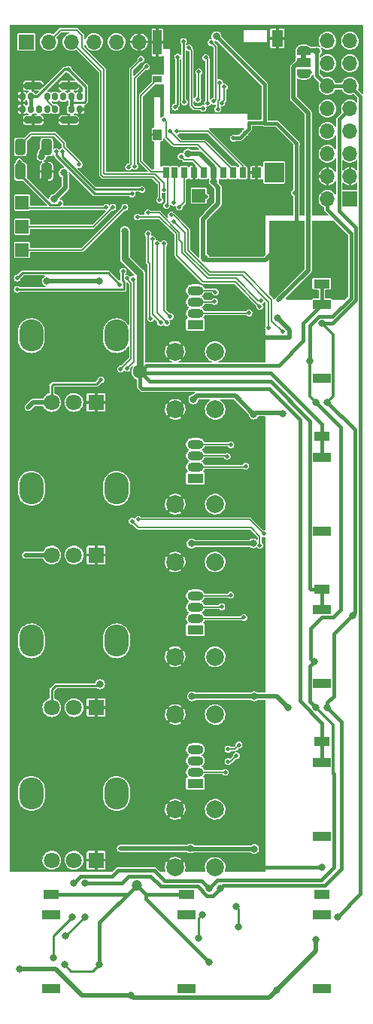
<source format=gbr>
G04 #@! TF.GenerationSoftware,KiCad,Pcbnew,6.0.6+dfsg-1*
G04 #@! TF.CreationDate,2022-08-11T10:33:22+02:00*
G04 #@! TF.ProjectId,demiurge,64656d69-7572-4676-952e-6b696361645f,F*
G04 #@! TF.SameCoordinates,Original*
G04 #@! TF.FileFunction,Copper,L2,Bot*
G04 #@! TF.FilePolarity,Positive*
%FSLAX46Y46*%
G04 Gerber Fmt 4.6, Leading zero omitted, Abs format (unit mm)*
G04 Created by KiCad (PCBNEW 6.0.6+dfsg-1) date 2022-08-11 10:33:22*
%MOMM*%
%LPD*%
G01*
G04 APERTURE LIST*
G04 Aperture macros list*
%AMRoundRect*
0 Rectangle with rounded corners*
0 $1 Rounding radius*
0 $2 $3 $4 $5 $6 $7 $8 $9 X,Y pos of 4 corners*
0 Add a 4 corners polygon primitive as box body*
4,1,4,$2,$3,$4,$5,$6,$7,$8,$9,$2,$3,0*
0 Add four circle primitives for the rounded corners*
1,1,$1+$1,$2,$3*
1,1,$1+$1,$4,$5*
1,1,$1+$1,$6,$7*
1,1,$1+$1,$8,$9*
0 Add four rect primitives between the rounded corners*
20,1,$1+$1,$2,$3,$4,$5,0*
20,1,$1+$1,$4,$5,$6,$7,0*
20,1,$1+$1,$6,$7,$8,$9,0*
20,1,$1+$1,$8,$9,$2,$3,0*%
%AMFreePoly0*
4,1,22,0.550000,-0.750000,0.000000,-0.750000,0.000000,-0.745033,-0.079941,-0.743568,-0.215256,-0.701293,-0.333266,-0.622738,-0.424486,-0.514219,-0.481581,-0.384460,-0.499164,-0.250000,-0.500000,-0.250000,-0.500000,0.250000,-0.499164,0.250000,-0.499963,0.256109,-0.478152,0.396186,-0.417904,0.524511,-0.324060,0.630769,-0.204165,0.706417,-0.067858,0.745374,0.000000,0.744959,0.000000,0.750000,
0.550000,0.750000,0.550000,-0.750000,0.550000,-0.750000,$1*%
%AMFreePoly1*
4,1,20,0.000000,0.744959,0.073905,0.744508,0.209726,0.703889,0.328688,0.626782,0.421226,0.519385,0.479903,0.390333,0.500000,0.250000,0.500000,-0.250000,0.499851,-0.262216,0.476331,-0.402017,0.414519,-0.529596,0.319384,-0.634700,0.198574,-0.708877,0.061801,-0.746166,0.000000,-0.745033,0.000000,-0.750000,-0.550000,-0.750000,-0.550000,0.750000,0.000000,0.750000,0.000000,0.744959,
0.000000,0.744959,$1*%
G04 Aperture macros list end*
G04 #@! TA.AperFunction,ComponentPad*
%ADD10R,1.700000X1.700000*%
G04 #@! TD*
G04 #@! TA.AperFunction,ComponentPad*
%ADD11O,1.700000X1.700000*%
G04 #@! TD*
G04 #@! TA.AperFunction,ComponentPad*
%ADD12C,0.500000*%
G04 #@! TD*
G04 #@! TA.AperFunction,SMDPad,CuDef*
%ADD13R,2.200000X2.200000*%
G04 #@! TD*
G04 #@! TA.AperFunction,ComponentPad*
%ADD14C,2.000000*%
G04 #@! TD*
G04 #@! TA.AperFunction,ComponentPad*
%ADD15R,1.800000X1.000000*%
G04 #@! TD*
G04 #@! TA.AperFunction,ComponentPad*
%ADD16R,2.000000X1.000000*%
G04 #@! TD*
G04 #@! TA.AperFunction,SMDPad,CuDef*
%ADD17FreePoly0,270.000000*%
G04 #@! TD*
G04 #@! TA.AperFunction,SMDPad,CuDef*
%ADD18R,1.500000X1.000000*%
G04 #@! TD*
G04 #@! TA.AperFunction,SMDPad,CuDef*
%ADD19FreePoly1,270.000000*%
G04 #@! TD*
G04 #@! TA.AperFunction,ComponentPad*
%ADD20O,2.720000X3.600000*%
G04 #@! TD*
G04 #@! TA.AperFunction,ComponentPad*
%ADD21R,1.800000X1.800000*%
G04 #@! TD*
G04 #@! TA.AperFunction,ComponentPad*
%ADD22C,1.800000*%
G04 #@! TD*
G04 #@! TA.AperFunction,ComponentPad*
%ADD23R,1.800000X1.070000*%
G04 #@! TD*
G04 #@! TA.AperFunction,ComponentPad*
%ADD24O,1.800000X1.070000*%
G04 #@! TD*
G04 #@! TA.AperFunction,ComponentPad*
%ADD25RoundRect,0.162500X-0.162500X-0.237500X0.162500X-0.237500X0.162500X0.237500X-0.162500X0.237500X0*%
G04 #@! TD*
G04 #@! TA.AperFunction,ComponentPad*
%ADD26RoundRect,0.200000X-0.800000X-0.200000X0.800000X-0.200000X0.800000X0.200000X-0.800000X0.200000X0*%
G04 #@! TD*
G04 #@! TA.AperFunction,SMDPad,CuDef*
%ADD27RoundRect,0.250000X-0.325000X-0.650000X0.325000X-0.650000X0.325000X0.650000X-0.325000X0.650000X0*%
G04 #@! TD*
G04 #@! TA.AperFunction,SMDPad,CuDef*
%ADD28R,1.500000X1.500000*%
G04 #@! TD*
G04 #@! TA.AperFunction,SMDPad,CuDef*
%ADD29R,0.700000X1.200000*%
G04 #@! TD*
G04 #@! TA.AperFunction,SMDPad,CuDef*
%ADD30R,1.000000X0.800000*%
G04 #@! TD*
G04 #@! TA.AperFunction,SMDPad,CuDef*
%ADD31R,1.000000X1.200000*%
G04 #@! TD*
G04 #@! TA.AperFunction,SMDPad,CuDef*
%ADD32R,1.000000X2.800000*%
G04 #@! TD*
G04 #@! TA.AperFunction,SMDPad,CuDef*
%ADD33R,1.300000X1.900000*%
G04 #@! TD*
G04 #@! TA.AperFunction,SMDPad,CuDef*
%ADD34RoundRect,0.250000X0.325000X0.650000X-0.325000X0.650000X-0.325000X-0.650000X0.325000X-0.650000X0*%
G04 #@! TD*
G04 #@! TA.AperFunction,ViaPad*
%ADD35C,0.800000*%
G04 #@! TD*
G04 #@! TA.AperFunction,ViaPad*
%ADD36C,0.460000*%
G04 #@! TD*
G04 #@! TA.AperFunction,ViaPad*
%ADD37C,1.200000*%
G04 #@! TD*
G04 #@! TA.AperFunction,ViaPad*
%ADD38C,1.600000*%
G04 #@! TD*
G04 #@! TA.AperFunction,ViaPad*
%ADD39C,0.600000*%
G04 #@! TD*
G04 #@! TA.AperFunction,Conductor*
%ADD40C,0.381000*%
G04 #@! TD*
G04 #@! TA.AperFunction,Conductor*
%ADD41C,0.500000*%
G04 #@! TD*
G04 #@! TA.AperFunction,Conductor*
%ADD42C,0.228600*%
G04 #@! TD*
G04 #@! TA.AperFunction,Conductor*
%ADD43C,0.457200*%
G04 #@! TD*
G04 #@! TA.AperFunction,Conductor*
%ADD44C,0.400000*%
G04 #@! TD*
G04 #@! TA.AperFunction,Conductor*
%ADD45C,0.304800*%
G04 #@! TD*
G04 #@! TA.AperFunction,Conductor*
%ADD46C,0.250000*%
G04 #@! TD*
G04 #@! TA.AperFunction,Conductor*
%ADD47C,0.800000*%
G04 #@! TD*
G04 #@! TA.AperFunction,Conductor*
%ADD48C,0.152400*%
G04 #@! TD*
G04 #@! TA.AperFunction,Conductor*
%ADD49C,0.254000*%
G04 #@! TD*
G04 APERTURE END LIST*
G36*
X110028000Y-54718000D02*
G01*
X109428000Y-54718000D01*
X109428000Y-54218000D01*
X110028000Y-54218000D01*
X110028000Y-54718000D01*
G37*
D10*
X114935000Y-70485000D03*
D11*
X112395000Y-70485000D03*
X114935000Y-67945000D03*
X112395000Y-67945000D03*
X114935000Y-65405000D03*
X112395000Y-65405000D03*
X114935000Y-62865000D03*
X112395000Y-62865000D03*
X114935000Y-60325000D03*
X112395000Y-60325000D03*
X114935000Y-57785000D03*
X112395000Y-57785000D03*
X114935000Y-55245000D03*
X112395000Y-55245000D03*
X114935000Y-52705000D03*
X112395000Y-52705000D03*
D10*
X78486000Y-52832000D03*
D11*
X81026000Y-52832000D03*
X83566000Y-52832000D03*
X86106000Y-52832000D03*
X88646000Y-52832000D03*
X91186000Y-52832000D03*
D12*
X105550000Y-66650000D03*
X107250000Y-68350000D03*
X105550000Y-68350000D03*
X105550000Y-67500000D03*
X106400000Y-68350000D03*
X106400000Y-66650000D03*
X107250000Y-66650000D03*
D13*
X106400000Y-67500000D03*
D12*
X106400000Y-67500000D03*
X107250000Y-67500000D03*
D14*
X95250000Y-104775000D03*
X95250000Y-111275000D03*
X99750000Y-104775000D03*
X99750000Y-111275000D03*
X95250000Y-121920000D03*
X95250000Y-128420000D03*
X99750000Y-121920000D03*
X99750000Y-128420000D03*
D15*
X111760000Y-148590000D03*
D16*
X111760000Y-159225000D03*
X111760000Y-150925000D03*
D15*
X111760000Y-80010000D03*
D16*
X111760000Y-90645000D03*
X111760000Y-82345000D03*
D17*
X109728000Y-53818000D03*
D18*
X109728000Y-55118000D03*
D19*
X109728000Y-56418000D03*
D14*
X95250000Y-139065000D03*
X95250000Y-145565000D03*
X99750000Y-145565000D03*
X99750000Y-139065000D03*
D15*
X96520000Y-148590000D03*
D16*
X96520000Y-159225000D03*
X96520000Y-150925000D03*
D20*
X88646000Y-85845000D03*
X79046000Y-85845000D03*
D21*
X86346000Y-93345000D03*
D22*
X83846000Y-93345000D03*
X81346000Y-93345000D03*
D20*
X88660000Y-137280000D03*
X79060000Y-137280000D03*
D21*
X86360000Y-144780000D03*
D22*
X83860000Y-144780000D03*
X81360000Y-144780000D03*
D15*
X111760000Y-131445000D03*
D16*
X111760000Y-142080000D03*
X111760000Y-133780000D03*
D15*
X111760000Y-114300000D03*
D16*
X111760000Y-124935000D03*
X111760000Y-116635000D03*
D15*
X111760000Y-97155000D03*
D16*
X111760000Y-107790000D03*
X111760000Y-99490000D03*
D20*
X79060000Y-102990000D03*
X88660000Y-102990000D03*
D21*
X86360000Y-110490000D03*
D22*
X83860000Y-110490000D03*
X81360000Y-110490000D03*
D20*
X79060000Y-120135000D03*
X88660000Y-120135000D03*
D21*
X86360000Y-127635000D03*
D22*
X83860000Y-127635000D03*
X81360000Y-127635000D03*
D14*
X95250000Y-87630000D03*
X95250000Y-94130000D03*
X99750000Y-87630000D03*
X99750000Y-94130000D03*
D15*
X81280000Y-148590000D03*
D16*
X81280000Y-159225000D03*
X81280000Y-150925000D03*
D23*
X97536000Y-84582000D03*
D24*
X97536000Y-83312000D03*
X97536000Y-82042000D03*
X97536000Y-80772000D03*
D23*
X97536000Y-101854000D03*
D24*
X97536000Y-100584000D03*
X97536000Y-99314000D03*
X97536000Y-98044000D03*
D23*
X97536000Y-136144000D03*
D24*
X97536000Y-134874000D03*
X97536000Y-133604000D03*
X97536000Y-132334000D03*
D23*
X97536000Y-118872000D03*
D24*
X97536000Y-117602000D03*
X97536000Y-116332000D03*
X97536000Y-115062000D03*
D25*
X78030000Y-60390000D03*
X78980000Y-60390000D03*
X79930000Y-60390000D03*
X80830000Y-60390000D03*
X81730000Y-60390000D03*
X83580000Y-60390000D03*
X84530000Y-60390000D03*
X84530000Y-58990000D03*
X83580000Y-58990000D03*
X82630000Y-58990000D03*
X81730000Y-58990000D03*
X80830000Y-58990000D03*
X78980000Y-58990000D03*
X78030000Y-58990000D03*
D26*
X83280000Y-57760000D03*
X83280000Y-61630000D03*
X79280000Y-57760000D03*
X79280000Y-61620000D03*
D27*
X77825000Y-64643000D03*
X80775000Y-64643000D03*
D28*
X78000000Y-70900000D03*
X78000000Y-73600000D03*
X78000000Y-76200000D03*
D29*
X102851000Y-67542000D03*
X101751000Y-67542000D03*
X100651000Y-67542000D03*
X99551000Y-67542000D03*
X98451000Y-67542000D03*
X97351000Y-67542000D03*
X96251000Y-67542000D03*
X95151000Y-67542000D03*
X94201000Y-67542000D03*
D30*
X93251000Y-57042000D03*
D31*
X93251000Y-63242000D03*
D32*
X93251000Y-52892000D03*
D33*
X106751000Y-52442000D03*
D31*
X104401000Y-67542000D03*
D28*
X97900000Y-70100000D03*
D34*
X80775000Y-67386200D03*
X77825000Y-67386200D03*
D35*
X112395000Y-75946000D03*
X107950000Y-127635000D03*
X99900000Y-52200000D03*
D36*
X78400000Y-110500000D03*
D35*
X111125000Y-74041000D03*
X111125000Y-75946000D03*
X111125000Y-77851000D03*
X80797400Y-79705200D03*
X104140000Y-143510000D03*
X111125000Y-153670000D03*
X107400000Y-94600000D03*
X81600000Y-70491389D03*
X96700000Y-65400000D03*
D36*
X108700000Y-69800000D03*
D35*
X113665000Y-74041000D03*
X80200000Y-65700000D03*
X112395000Y-77851000D03*
D36*
X101803200Y-63652400D03*
D35*
X106680000Y-159385000D03*
X97155000Y-126365000D03*
X113665000Y-75946000D03*
X112395000Y-74041000D03*
D36*
X86900000Y-90800000D03*
D35*
X90300000Y-160000000D03*
X106736702Y-76014196D03*
D36*
X78700000Y-93900000D03*
D35*
X82702400Y-67538600D03*
X99600000Y-68500000D03*
X96991937Y-143453400D03*
X104028100Y-109178450D03*
X97100000Y-109200000D03*
X86664800Y-79705200D03*
D36*
X103131204Y-63031204D03*
D35*
X97300000Y-93000000D03*
D36*
X108920501Y-64300000D03*
D35*
X104140000Y-126365000D03*
X104100000Y-94700000D03*
X77700000Y-157000000D03*
X98576603Y-77165997D03*
X86800000Y-125000000D03*
X113665000Y-77851000D03*
X113572090Y-151130000D03*
X111200000Y-53900000D03*
X85090000Y-151130000D03*
X82931000Y-153289000D03*
X102108000Y-149987000D03*
X112395000Y-93345000D03*
X85090000Y-147320000D03*
D36*
X110400000Y-56252500D03*
D35*
X102362000Y-152273000D03*
X112395000Y-127635000D03*
X111760000Y-84455000D03*
X100330000Y-147955000D03*
X115200000Y-117300000D03*
X83820000Y-147320000D03*
X83693000Y-151130000D03*
X99060000Y-147955000D03*
X110900000Y-122500000D03*
X111125000Y-127635000D03*
X110413800Y-88722200D03*
X97917000Y-153543000D03*
X81534000Y-155702000D03*
X111125000Y-93345000D03*
X98298000Y-150876000D03*
D37*
X90932000Y-147574000D03*
D35*
X86741008Y-156464000D03*
D38*
X91300000Y-89900000D03*
D35*
X99060000Y-156210000D03*
X89600000Y-74100000D03*
X82800000Y-156500000D03*
D36*
X105752000Y-84963000D03*
X95100000Y-73000000D03*
X94800000Y-72300000D03*
X107365800Y-85420200D03*
X91000000Y-72500000D03*
X104771900Y-82546976D03*
X104926137Y-81873989D03*
X92172614Y-72041900D03*
X106883200Y-81864200D03*
D35*
X91100000Y-130100000D03*
X88200000Y-88600000D03*
X86300000Y-129540000D03*
X89600000Y-144400000D03*
D36*
X100713404Y-65283226D03*
D35*
X87900000Y-62000000D03*
D36*
X98600000Y-71400000D03*
D35*
X88300000Y-82000000D03*
X78740000Y-100076000D03*
X91100000Y-137200000D03*
D36*
X83800000Y-64900000D03*
X107011243Y-71722473D03*
X107000000Y-63200000D03*
D35*
X82900000Y-138300000D03*
X88200000Y-91400000D03*
D36*
X106600000Y-51900000D03*
D35*
X85090000Y-138430000D03*
X90400000Y-108200000D03*
X102200000Y-142600000D03*
X81280000Y-112395000D03*
X86000000Y-77000000D03*
X83500000Y-77800000D03*
X80450000Y-68400000D03*
X81900000Y-115700000D03*
X82100000Y-75300000D03*
X90400000Y-110600000D03*
X84455000Y-112395000D03*
X78105000Y-140970000D03*
D36*
X102200000Y-64900000D03*
D35*
X92100000Y-63000000D03*
X100000000Y-85800000D03*
X84300000Y-72400000D03*
X85300000Y-63300000D03*
D36*
X103000000Y-127100000D03*
D35*
X102200000Y-144600000D03*
X95200000Y-125400000D03*
X97400000Y-105500000D03*
X89600000Y-142400000D03*
D36*
X103000000Y-125500000D03*
D35*
X93400000Y-144400000D03*
X78900000Y-81700000D03*
X102000000Y-57900000D03*
D36*
X103829257Y-63181404D03*
D35*
X105005309Y-96059402D03*
X97500000Y-110900000D03*
D36*
X87997113Y-75502887D03*
D39*
X104600000Y-88100000D03*
D35*
X91100000Y-113500000D03*
X93400000Y-142400000D03*
D36*
X98200000Y-63500000D03*
D35*
X106772644Y-83871776D03*
D36*
X108300000Y-64600000D03*
D35*
X111800000Y-145600000D03*
X95200000Y-108200000D03*
X91100000Y-144400000D03*
X88200000Y-93600000D03*
X78900000Y-77800000D03*
X81791540Y-85344000D03*
X92500000Y-87200000D03*
X91100000Y-142400000D03*
D36*
X108462401Y-62222419D03*
X101300000Y-60200000D03*
D35*
X93600000Y-137200000D03*
D36*
X94300000Y-84400000D03*
X93200000Y-75500000D03*
X93610846Y-84371999D03*
X92700000Y-75000000D03*
X92200000Y-74400000D03*
X92500000Y-83900000D03*
X89823926Y-89523926D03*
X105243028Y-108111679D03*
X91100001Y-106499999D03*
X90500000Y-79500000D03*
X90400000Y-106700000D03*
X104774859Y-109410230D03*
X89100000Y-89600000D03*
X89800000Y-79400000D03*
X94000000Y-75500000D03*
X94700000Y-83700000D03*
X99583922Y-59499627D03*
X99300000Y-52900000D03*
X98400000Y-60300000D03*
X96800000Y-53500000D03*
X97900000Y-56200000D03*
X97800000Y-59300000D03*
X98900000Y-59700000D03*
X98700000Y-54600000D03*
X77470000Y-80645000D03*
X89400000Y-78600000D03*
X77470000Y-79375000D03*
X89000000Y-80100000D03*
X95700000Y-71400000D03*
X95900000Y-65700000D03*
X94000000Y-61600000D03*
X94700000Y-62900000D03*
X95100000Y-70900000D03*
X95400000Y-62900000D03*
X81850000Y-65158100D03*
X90400000Y-69900000D03*
X91499998Y-69400000D03*
X82550000Y-65158100D03*
X94300000Y-71200000D03*
X83232318Y-55930800D03*
X82289863Y-70968050D03*
X77700000Y-66300000D03*
X96200000Y-52800000D03*
X96296200Y-59600000D03*
X95533800Y-54533800D03*
X95250000Y-60150000D03*
X100800000Y-57900000D03*
X100500000Y-59700000D03*
X93958100Y-69454821D03*
X93500000Y-70600000D03*
X90000000Y-66900000D03*
X91400000Y-54800000D03*
X84455000Y-66598800D03*
X90709738Y-66804869D03*
X92000000Y-55600000D03*
X89587283Y-71411900D03*
X88221854Y-71411900D03*
X87500000Y-71411900D03*
X100900000Y-134900000D03*
X103566702Y-83300000D03*
X99700000Y-82000000D03*
X100500000Y-116300000D03*
X101100000Y-99400000D03*
X99764272Y-80958100D03*
X101528997Y-98104301D03*
X101500000Y-115000000D03*
X103200002Y-100500002D03*
X103000000Y-117500000D03*
X101200000Y-133700000D03*
X102137599Y-133037599D03*
X101200000Y-132300000D03*
X102441900Y-131841900D03*
X100258100Y-57400000D03*
X100041900Y-60390416D03*
X98700000Y-70200000D03*
D40*
X108920501Y-64233801D02*
X108920501Y-64300000D01*
X105200000Y-61900000D02*
X105300000Y-62000000D01*
X106736702Y-76014196D02*
X108920501Y-73830397D01*
D41*
X99551000Y-68642000D02*
X99551000Y-67542000D01*
D42*
X86400000Y-91300000D02*
X81500000Y-91300000D01*
D41*
X98374200Y-72775800D02*
X98374200Y-76963594D01*
X98576603Y-77165997D02*
X98779006Y-77368400D01*
X98900000Y-72200000D02*
X100100000Y-71000000D01*
X104140000Y-126365000D02*
X97155000Y-126365000D01*
X99551000Y-67542000D02*
X99551000Y-66888178D01*
X98900000Y-72250000D02*
X98900000Y-72200000D01*
X81360000Y-110490000D02*
X78410000Y-110490000D01*
X82702400Y-67538600D02*
X82900568Y-67736768D01*
X82900568Y-69190821D02*
X81600000Y-70491389D01*
X86664800Y-79705200D02*
X80797400Y-79705200D01*
X90500000Y-160200000D02*
X90300000Y-160000000D01*
X102000000Y-92600000D02*
X104100000Y-94700000D01*
D40*
X103541500Y-61914100D02*
X103555600Y-61900000D01*
X102510008Y-63652400D02*
X103131204Y-63031204D01*
D41*
X107950000Y-127635000D02*
X106680000Y-126365000D01*
X106680000Y-159385000D02*
X105865000Y-160200000D01*
D42*
X81800000Y-125200000D02*
X81360000Y-125640000D01*
D41*
X79255000Y-93345000D02*
X78700000Y-93900000D01*
X81346000Y-93345000D02*
X79255000Y-93345000D01*
X107400000Y-94600000D02*
X107300000Y-94500000D01*
D40*
X108920501Y-73830397D02*
X108920501Y-64300000D01*
X106686700Y-62000000D02*
X108920501Y-64233801D01*
X103555600Y-61900000D02*
X105200000Y-61900000D01*
D41*
X89086600Y-143453400D02*
X96991937Y-143453400D01*
D42*
X86900000Y-90800000D02*
X86400000Y-91300000D01*
D41*
X84800000Y-160000000D02*
X90300000Y-160000000D01*
X98779006Y-77368400D02*
X105382498Y-77368400D01*
X100100000Y-69191000D02*
X99551000Y-68642000D01*
D42*
X81500000Y-91300000D02*
X81346000Y-91454000D01*
D41*
X99551000Y-66888178D02*
X98062822Y-65400000D01*
D40*
X105300000Y-62000000D02*
X106686700Y-62000000D01*
D41*
X111125000Y-154940000D02*
X106680000Y-159385000D01*
X104140000Y-143510000D02*
X97048537Y-143510000D01*
X105382498Y-77368400D02*
X106736702Y-76014196D01*
X80200000Y-65218000D02*
X80775000Y-64643000D01*
X98900000Y-72250000D02*
X98374200Y-72775800D01*
X98374200Y-76963594D02*
X98576603Y-77165997D01*
X105865000Y-160200000D02*
X90500000Y-160200000D01*
X97048537Y-143510000D02*
X96991937Y-143453400D01*
D40*
X103541500Y-62620908D02*
X103541500Y-61914100D01*
D41*
X80200000Y-65700000D02*
X80200000Y-65218000D01*
D42*
X81346000Y-91454000D02*
X81346000Y-93345000D01*
D41*
X98062822Y-65400000D02*
X96700000Y-65400000D01*
X104006550Y-109200000D02*
X104028100Y-109178450D01*
D42*
X86600000Y-125200000D02*
X81800000Y-125200000D01*
D41*
X82900568Y-67736768D02*
X82900568Y-69190821D01*
X106680000Y-126365000D02*
X104140000Y-126365000D01*
D40*
X103131204Y-63031204D02*
X103541500Y-62620908D01*
D42*
X86800000Y-125000000D02*
X86600000Y-125200000D01*
D40*
X101803200Y-63652400D02*
X102510008Y-63652400D01*
D41*
X111125000Y-153670000D02*
X111125000Y-154940000D01*
X97100000Y-109200000D02*
X104006550Y-109200000D01*
X77700000Y-157000000D02*
X81800000Y-157000000D01*
X100100000Y-71000000D02*
X100100000Y-69191000D01*
X97700000Y-92600000D02*
X102000000Y-92600000D01*
X78410000Y-110490000D02*
X78400000Y-110500000D01*
X97300000Y-93000000D02*
X97700000Y-92600000D01*
X81800000Y-157000000D02*
X84800000Y-160000000D01*
D40*
X99900000Y-52200000D02*
X105300000Y-57600000D01*
D41*
X104300000Y-94500000D02*
X104100000Y-94700000D01*
D40*
X105300000Y-57600000D02*
X105300000Y-62000000D01*
D42*
X81360000Y-125640000D02*
X81360000Y-127635000D01*
D41*
X107300000Y-94500000D02*
X104300000Y-94500000D01*
D40*
X116127901Y-58977901D02*
X116127901Y-148574189D01*
D43*
X112395000Y-57785000D02*
X114935000Y-57785000D01*
D44*
X111193089Y-56583089D02*
X112395000Y-57785000D01*
X111200000Y-53900000D02*
X111193089Y-53906911D01*
X111193089Y-53906911D02*
X111193089Y-56583089D01*
D41*
X109728000Y-53818000D02*
X111118000Y-53818000D01*
X111118000Y-53818000D02*
X111200000Y-53900000D01*
D40*
X114935000Y-57785000D02*
X116127901Y-58977901D01*
X116127901Y-148574189D02*
X113572090Y-151130000D01*
D45*
X113064801Y-85759801D02*
X111760000Y-84455000D01*
D40*
X92500000Y-146600000D02*
X93633411Y-147733411D01*
X115576312Y-81857539D02*
X112978851Y-84455000D01*
X97763411Y-147733411D02*
X98830000Y-148800000D01*
X113742099Y-71842099D02*
X115576312Y-73676312D01*
X113742099Y-61517901D02*
X113742099Y-71842099D01*
D46*
X85090000Y-151130000D02*
X82931000Y-153289000D01*
D40*
X99485000Y-148800000D02*
X100330000Y-147955000D01*
X113102901Y-119297099D02*
X113102901Y-126361414D01*
X93633411Y-147733411D02*
X97763411Y-147733411D01*
X89250000Y-147320000D02*
X89970000Y-146600000D01*
X113980000Y-129220000D02*
X113980000Y-145720000D01*
X115452902Y-96402902D02*
X115452902Y-116947098D01*
X112395000Y-93345000D02*
X115452902Y-96402902D01*
X112395000Y-127635000D02*
X113980000Y-129220000D01*
X113102901Y-126361414D02*
X112395000Y-127069315D01*
D45*
X113064801Y-92675199D02*
X113064801Y-85759801D01*
D40*
X112395000Y-127069315D02*
X112395000Y-127635000D01*
X113980000Y-145720000D02*
X112067089Y-147632911D01*
X89970000Y-146600000D02*
X92500000Y-146600000D01*
X112978851Y-84455000D02*
X111760000Y-84455000D01*
D46*
X102362000Y-152273000D02*
X102362000Y-150241000D01*
D40*
X85090000Y-147320000D02*
X89250000Y-147320000D01*
X112067089Y-147632911D02*
X100652089Y-147632911D01*
X115452902Y-116947098D02*
X113102901Y-119297099D01*
X114935000Y-60325000D02*
X113742099Y-61517901D01*
X98830000Y-148800000D02*
X99485000Y-148800000D01*
X100652089Y-147632911D02*
X100330000Y-147955000D01*
X115576312Y-73676312D02*
X115576312Y-81857539D01*
D46*
X102362000Y-150241000D02*
X102108000Y-149987000D01*
D45*
X112395000Y-93345000D02*
X113064801Y-92675199D01*
D40*
X111403407Y-83712099D02*
X110413800Y-84701706D01*
D45*
X110413800Y-92633800D02*
X110413800Y-88722200D01*
D40*
X113102901Y-145597099D02*
X111700000Y-147000000D01*
X110413800Y-84701706D02*
X110413800Y-88722200D01*
X110417099Y-126927099D02*
X111125000Y-127635000D01*
X113034321Y-117477901D02*
X113907098Y-116605124D01*
X115042901Y-74334982D02*
X115042901Y-81636593D01*
X112967395Y-83712099D02*
X111403407Y-83712099D01*
X112395000Y-70485000D02*
X112395000Y-71687081D01*
X99060000Y-147955000D02*
X98205000Y-147100000D01*
X113102901Y-135042901D02*
X113102901Y-145597099D01*
D45*
X111125000Y-127635000D02*
X113064801Y-129574801D01*
D40*
X113907098Y-116605124D02*
X113907098Y-96127098D01*
X98205000Y-147100000D02*
X94050000Y-147100000D01*
D46*
X97917000Y-153543000D02*
X97917000Y-151257000D01*
D40*
X94050000Y-147100000D02*
X92850000Y-145900000D01*
X100015000Y-147000000D02*
X99060000Y-147955000D01*
X92850000Y-145900000D02*
X88812343Y-145899232D01*
X112395000Y-71687081D02*
X115042901Y-74334982D01*
X110417099Y-122982901D02*
X110417099Y-126927099D01*
X110900000Y-122500000D02*
X110500001Y-122100001D01*
X113064801Y-135004801D02*
X113102901Y-135042901D01*
D46*
X83293001Y-151487589D02*
X81534000Y-153246590D01*
D40*
X113907098Y-96127098D02*
X111125000Y-93345000D01*
D46*
X81534000Y-153246590D02*
X81534000Y-155702000D01*
X83693000Y-151130000D02*
X83293001Y-151487589D01*
D40*
X84562901Y-146577099D02*
X83820000Y-147320000D01*
X111700000Y-147000000D02*
X100015000Y-147000000D01*
D46*
X97917000Y-151257000D02*
X98298000Y-150876000D01*
D40*
X111745506Y-117477901D02*
X113034321Y-117477901D01*
X88134476Y-146577099D02*
X84562901Y-146577099D01*
D45*
X111125000Y-93345000D02*
X110413800Y-92633800D01*
D40*
X110500001Y-122100001D02*
X110500001Y-118723406D01*
X110500001Y-118723406D02*
X111745506Y-117477901D01*
D45*
X113064801Y-129574801D02*
X113064801Y-135004801D01*
D40*
X110900000Y-122500000D02*
X110417099Y-122982901D01*
X115042901Y-81636593D02*
X112967395Y-83712099D01*
X88812343Y-145899232D02*
X88134476Y-146577099D01*
D43*
X81280000Y-148590000D02*
X89916000Y-148590000D01*
D40*
X90932000Y-147574000D02*
X86741008Y-151764992D01*
X111760000Y-131445000D02*
X111760000Y-129369494D01*
X86741008Y-151764992D02*
X86741008Y-156464000D01*
X111760000Y-99490000D02*
X111760000Y-97155000D01*
X91948000Y-149098000D02*
X99060000Y-156210000D01*
X91300000Y-91600000D02*
X91300000Y-89900000D01*
X110417099Y-95417099D02*
X106000000Y-91000000D01*
X106000000Y-90000000D02*
X91400000Y-90000000D01*
X91948000Y-148590000D02*
X96520000Y-148590000D01*
X111760000Y-116635000D02*
X111760000Y-114300000D01*
D47*
X89600000Y-77200000D02*
X89600000Y-74100000D01*
D40*
X111760000Y-82345000D02*
X111760000Y-80010000D01*
X109671399Y-86428601D02*
X109671399Y-84433601D01*
X111760000Y-97155000D02*
X111760000Y-95760000D01*
X110417099Y-114238099D02*
X110417099Y-95417099D01*
X109671399Y-84433601D02*
X111760000Y-82345000D01*
D46*
X86741008Y-156464000D02*
X85979008Y-157226000D01*
D40*
X92400000Y-91000000D02*
X91300000Y-89900000D01*
X105800000Y-91800000D02*
X91500000Y-91800000D01*
X91400000Y-90000000D02*
X91300000Y-89900000D01*
D47*
X91300000Y-89900000D02*
X91300000Y-78900000D01*
D40*
X92000000Y-89200000D02*
X106900000Y-89200000D01*
X91300000Y-89900000D02*
X92000000Y-89200000D01*
X111760000Y-129369494D02*
X109300000Y-126909494D01*
X91948000Y-148590000D02*
X91948000Y-149098000D01*
X111760000Y-95760000D02*
X106000000Y-90000000D01*
D46*
X83526000Y-157226000D02*
X82800000Y-156500000D01*
D43*
X89916000Y-148590000D02*
X90932000Y-147574000D01*
D40*
X106000000Y-91000000D02*
X92400000Y-91000000D01*
D47*
X91300000Y-78900000D02*
X89600000Y-77200000D01*
D40*
X111760000Y-114300000D02*
X110479000Y-114300000D01*
X90932000Y-147574000D02*
X91948000Y-148590000D01*
X110479000Y-114300000D02*
X110417099Y-114238099D01*
X106900000Y-89200000D02*
X109671399Y-86428601D01*
X111760000Y-133780000D02*
X111760000Y-131445000D01*
X109300000Y-126909494D02*
X109300000Y-95300000D01*
D46*
X85979008Y-157226000D02*
X83526000Y-157226000D01*
D40*
X109300000Y-95300000D02*
X105800000Y-91800000D01*
X91500000Y-91800000D02*
X91300000Y-91600000D01*
D48*
X99041239Y-79057011D02*
X96372902Y-76388674D01*
X105752000Y-82052000D02*
X102757011Y-79057011D01*
X96372902Y-74272902D02*
X95100000Y-73000000D01*
X96372902Y-76388674D02*
X96372902Y-74272902D01*
X105752000Y-84963000D02*
X105752000Y-82052000D01*
X102757011Y-79057011D02*
X99041239Y-79057011D01*
X99183056Y-78714600D02*
X96715303Y-76246847D01*
X107365800Y-85420200D02*
X106106443Y-84160843D01*
X96715303Y-73967451D02*
X95047852Y-72300000D01*
X103014600Y-78714600D02*
X99183056Y-78714600D01*
X96715303Y-76246847D02*
X96715303Y-73967451D01*
X95047852Y-72300000D02*
X94800000Y-72300000D01*
X106106443Y-81806443D02*
X103014600Y-78714600D01*
X106106443Y-84160843D02*
X106106443Y-81806443D01*
X95400000Y-76800000D02*
X98379933Y-79779933D01*
X95400000Y-74400000D02*
X95400000Y-76800000D01*
X91000000Y-72500000D02*
X93500000Y-72500000D01*
X102004857Y-79779933D02*
X104771900Y-82546976D01*
X98379933Y-79779933D02*
X102004857Y-79779933D01*
X93500000Y-72500000D02*
X95400000Y-74400000D01*
X96030501Y-76500155D02*
X98929768Y-79399422D01*
X93472246Y-72041900D02*
X95704301Y-74273955D01*
X95704301Y-75073955D02*
X96030501Y-75400155D01*
X102099422Y-79399422D02*
X104573989Y-81873989D01*
X95704301Y-74273955D02*
X95704301Y-75073955D01*
X96030501Y-75400155D02*
X96030501Y-76500155D01*
X104573989Y-81873989D02*
X104926137Y-81873989D01*
X92172614Y-72041900D02*
X93472246Y-72041900D01*
X98929768Y-79399422D02*
X102099422Y-79399422D01*
D41*
X110236000Y-78511400D02*
X106883200Y-81864200D01*
X108576080Y-59144480D02*
X110236000Y-60804400D01*
X108576080Y-55701520D02*
X108576080Y-59144480D01*
X109728000Y-55118000D02*
X109159600Y-55118000D01*
X109159600Y-55118000D02*
X108576080Y-55701520D01*
X110236000Y-60804400D02*
X110236000Y-78511400D01*
X105000000Y-86100000D02*
X100300000Y-86100000D01*
X105000000Y-86100000D02*
X104600000Y-86500000D01*
D40*
X102971600Y-144195800D02*
X104375800Y-145600000D01*
D41*
X108153200Y-86100000D02*
X105000000Y-86100000D01*
X106772644Y-83871776D02*
X108153200Y-85252332D01*
D40*
X96619200Y-144195800D02*
X102971600Y-144195800D01*
X95250000Y-145565000D02*
X96619200Y-144195800D01*
D41*
X104600000Y-86500000D02*
X104600000Y-88100000D01*
X100300000Y-86100000D02*
X100000000Y-85800000D01*
D40*
X104375800Y-145600000D02*
X111800000Y-145600000D01*
D41*
X108153200Y-85252332D02*
X108153200Y-86100000D01*
D48*
X93200000Y-83300000D02*
X94300000Y-84400000D01*
X93200000Y-75500000D02*
X93200000Y-83300000D01*
X92700000Y-75000000D02*
X92700000Y-83452148D01*
X92700000Y-83452148D02*
X93610846Y-84362994D01*
X93610846Y-84362994D02*
X93610846Y-84371999D01*
X92200000Y-74400000D02*
X92200000Y-77600000D01*
X92200000Y-77600000D02*
X92395699Y-77795699D01*
X92395699Y-83795699D02*
X92500000Y-83900000D01*
X92395699Y-77795699D02*
X92395699Y-83795699D01*
X103631348Y-106499999D02*
X91100001Y-106499999D01*
X90600000Y-88747852D02*
X90600000Y-79600000D01*
X89823926Y-89523926D02*
X90600000Y-88747852D01*
X90600000Y-79600000D02*
X90500000Y-79500000D01*
X105243028Y-108111679D02*
X103631348Y-106499999D01*
X90295699Y-79943551D02*
X89800000Y-79447852D01*
X91100000Y-107400000D02*
X103800000Y-107400000D01*
X90400000Y-106700000D02*
X91100000Y-107400000D01*
X89800000Y-79447852D02*
X89800000Y-79400000D01*
X103800000Y-107400000D02*
X104774859Y-108374859D01*
X89100000Y-89600000D02*
X90295699Y-88404301D01*
X104774859Y-108374859D02*
X104774859Y-109410230D01*
X90295699Y-88404301D02*
X90295699Y-79943551D01*
X94000000Y-83000000D02*
X94700000Y-83700000D01*
X94000000Y-75500000D02*
X94000000Y-83000000D01*
X99300000Y-52900000D02*
X99800000Y-53400000D01*
X99800000Y-59283549D02*
X99583922Y-59499627D01*
X99800000Y-53400000D02*
X99800000Y-59283549D01*
X97447854Y-60300000D02*
X98400000Y-60300000D01*
X96800000Y-53500000D02*
X97100000Y-53800000D01*
X97100000Y-59952146D02*
X97447854Y-60300000D01*
X97100000Y-53800000D02*
X97100000Y-59952146D01*
X97900000Y-56200000D02*
X97900000Y-59200000D01*
X97900000Y-59200000D02*
X97800000Y-59300000D01*
X98900000Y-59700000D02*
X98900000Y-54800000D01*
X98900000Y-54800000D02*
X98700000Y-54600000D01*
D42*
X77470000Y-80645000D02*
X89500000Y-80645000D01*
X89303800Y-78696200D02*
X89400000Y-78600000D01*
X89500000Y-79801733D02*
X89303800Y-79605533D01*
X89500000Y-80645000D02*
X89500000Y-79801733D01*
X89303800Y-79605533D02*
X89303800Y-78696200D01*
X87690800Y-78790800D02*
X89000000Y-80100000D01*
X78054200Y-78790800D02*
X87690800Y-78790800D01*
X77470000Y-79375000D02*
X78054200Y-78790800D01*
D48*
X96251000Y-67542000D02*
X96251000Y-70849000D01*
X96251000Y-70849000D02*
X95700000Y-71400000D01*
X98451000Y-67292000D02*
X97259000Y-66100000D01*
X98451000Y-67542000D02*
X98451000Y-67292000D01*
X97259000Y-66100000D02*
X96300000Y-66100000D01*
X96300000Y-66100000D02*
X95900000Y-65700000D01*
X95100000Y-64400000D02*
X94200000Y-63500000D01*
X100651000Y-67292000D02*
X97759000Y-64400000D01*
X94200000Y-61800000D02*
X94000000Y-61600000D01*
X94200000Y-63500000D02*
X94200000Y-61800000D01*
X97759000Y-64400000D02*
X95100000Y-64400000D01*
X100651000Y-67542000D02*
X100651000Y-67292000D01*
X98536774Y-64077774D02*
X95877774Y-64077774D01*
X95877774Y-64077774D02*
X94700000Y-62900000D01*
X101751000Y-67542000D02*
X101751000Y-67292000D01*
X101751000Y-67292000D02*
X98536774Y-64077774D01*
X95151000Y-67542000D02*
X95151000Y-70849000D01*
X95151000Y-70849000D02*
X95100000Y-70900000D01*
X98978030Y-62900000D02*
X95400000Y-62900000D01*
X102851000Y-66772970D02*
X98978030Y-62900000D01*
X102851000Y-67542000D02*
X102851000Y-66772970D01*
D42*
X81850000Y-65572365D02*
X86177635Y-69900000D01*
X81850000Y-65158100D02*
X81850000Y-65572365D01*
X86177635Y-69900000D02*
X90400000Y-69900000D01*
X82550000Y-65158100D02*
X82550000Y-65734241D01*
X86215759Y-69400000D02*
X91499998Y-69400000D01*
X82550000Y-65734241D02*
X86215759Y-69400000D01*
D48*
X94201000Y-67542000D02*
X94416200Y-67757200D01*
X94416200Y-71083800D02*
X94300000Y-71200000D01*
X94050398Y-67391398D02*
X94201000Y-67542000D01*
X91404311Y-58888689D02*
X91404311Y-66250549D01*
X93251000Y-57042000D02*
X91404311Y-58888689D01*
X92545160Y-67391398D02*
X94050398Y-67391398D01*
X94416200Y-67757200D02*
X94416200Y-71083800D01*
X91404311Y-66250549D02*
X92545160Y-67391398D01*
D49*
X85159320Y-57857802D02*
X85159320Y-59493680D01*
D45*
X82828322Y-55930800D02*
X83232318Y-55930800D01*
X78980000Y-58990000D02*
X79769122Y-58990000D01*
D40*
X83580000Y-59653200D02*
X83580000Y-60390000D01*
D49*
X85159320Y-59493680D02*
X84984080Y-59668920D01*
X85159320Y-57857802D02*
X83232318Y-55930800D01*
D40*
X78980000Y-58990000D02*
X78980000Y-60390000D01*
D49*
X84984080Y-59668920D02*
X83595720Y-59668920D01*
X83595720Y-59668920D02*
X83580000Y-59653200D01*
D40*
X83580000Y-58990000D02*
X83580000Y-59653200D01*
D45*
X79769122Y-58990000D02*
X82828322Y-55930800D01*
D48*
X80830000Y-58990000D02*
X80830000Y-59436884D01*
X80830000Y-59436884D02*
X81730000Y-60336884D01*
X81730000Y-60336884D02*
X81730000Y-60390000D01*
D42*
X78090000Y-67386200D02*
X78090000Y-66690000D01*
X78090000Y-67960000D02*
X78090000Y-68032152D01*
X82100324Y-71157589D02*
X82289863Y-70968050D01*
X78090000Y-66690000D02*
X77700000Y-66300000D01*
X81215437Y-71157589D02*
X82100324Y-71157589D01*
X78090000Y-68032152D02*
X81215437Y-71157589D01*
X96200000Y-59503800D02*
X96296200Y-59600000D01*
X96200000Y-52800000D02*
X96200000Y-59503800D01*
X95500000Y-59900000D02*
X95250000Y-60150000D01*
X95500000Y-54567600D02*
X95500000Y-59900000D01*
X95533800Y-54533800D02*
X95500000Y-54567600D01*
D48*
X100800000Y-59400000D02*
X100500000Y-59700000D01*
X100800000Y-57900000D02*
X100800000Y-59400000D01*
X87200000Y-67600000D02*
X87295699Y-67695699D01*
X82358000Y-51500000D02*
X84200000Y-51500000D01*
X87200000Y-55900000D02*
X87200000Y-67600000D01*
X93958100Y-68685855D02*
X93958100Y-69454821D01*
X87295699Y-67695699D02*
X92967944Y-67695699D01*
X92967944Y-67695699D02*
X93958100Y-68685855D01*
X84200000Y-51500000D02*
X84800000Y-52100000D01*
X81026000Y-52832000D02*
X82358000Y-51500000D01*
X84800000Y-53500000D02*
X87200000Y-55900000D01*
X84800000Y-52100000D02*
X84800000Y-53500000D01*
X86895689Y-67780911D02*
X86895689Y-56161689D01*
X93500000Y-68700000D02*
X92800000Y-68000000D01*
X92800000Y-68000000D02*
X87114778Y-68000000D01*
X93500000Y-70600000D02*
X93500000Y-68700000D01*
X86895689Y-56161689D02*
X83566000Y-52832000D01*
X87114778Y-68000000D02*
X86895689Y-67780911D01*
X90300000Y-55900000D02*
X90300000Y-66600000D01*
X90300000Y-66600000D02*
X90000000Y-66900000D01*
X91400000Y-54800000D02*
X90300000Y-55900000D01*
X81700000Y-63200000D02*
X79000000Y-63200000D01*
X82743000Y-64243000D02*
X81700000Y-63200000D01*
X77825000Y-64375000D02*
X77825000Y-64643000D01*
X84455000Y-66598800D02*
X84455000Y-66355000D01*
X82743000Y-64643000D02*
X82743000Y-64243000D01*
X84455000Y-66355000D02*
X82743000Y-64643000D01*
X79000000Y-63200000D02*
X77825000Y-64375000D01*
X90700000Y-66795131D02*
X90709738Y-66804869D01*
X92000000Y-55600000D02*
X90700000Y-56900000D01*
X90700000Y-56900000D02*
X90700000Y-66795131D01*
X78000000Y-76200000D02*
X84799183Y-76200000D01*
X84799183Y-76200000D02*
X89587283Y-71411900D01*
X78000000Y-73600000D02*
X86033754Y-73600000D01*
X86033754Y-73600000D02*
X88221854Y-71411900D01*
X78600000Y-71500000D02*
X87411900Y-71500000D01*
X87411900Y-71500000D02*
X87500000Y-71411900D01*
X78000000Y-70900000D02*
X78600000Y-71500000D01*
X100874000Y-134874000D02*
X100900000Y-134900000D01*
X97536000Y-134874000D02*
X100874000Y-134874000D01*
X103554702Y-83312000D02*
X103566702Y-83300000D01*
X97536000Y-83312000D02*
X103554702Y-83312000D01*
X100468000Y-116332000D02*
X100500000Y-116300000D01*
X97536000Y-116332000D02*
X100468000Y-116332000D01*
X101014000Y-99314000D02*
X101100000Y-99400000D01*
X99658000Y-82042000D02*
X99700000Y-82000000D01*
X97536000Y-82042000D02*
X99658000Y-82042000D01*
X97536000Y-99314000D02*
X101014000Y-99314000D01*
X101500000Y-115024000D02*
X101500000Y-115000000D01*
X97536000Y-98044000D02*
X101468696Y-98044000D01*
X97536000Y-115062000D02*
X101538000Y-115062000D01*
X101468696Y-98044000D02*
X101528997Y-98104301D01*
X99578172Y-80772000D02*
X99764272Y-80958100D01*
X101538000Y-115062000D02*
X101500000Y-115024000D01*
X97536000Y-80772000D02*
X99578172Y-80772000D01*
X97536000Y-100584000D02*
X103116004Y-100584000D01*
X103116004Y-100584000D02*
X103200002Y-100500002D01*
X97536000Y-117602000D02*
X102898000Y-117602000D01*
X102898000Y-117602000D02*
X103000000Y-117500000D01*
X101200000Y-133700000D02*
X101475198Y-133700000D01*
X101475198Y-133700000D02*
X102137599Y-133037599D01*
X101200000Y-132300000D02*
X101983800Y-132300000D01*
X101983800Y-132300000D02*
X102441900Y-131841900D01*
X100258100Y-57400000D02*
X100258100Y-59294048D01*
X100258100Y-59294048D02*
X100041900Y-59510248D01*
X100041900Y-59510248D02*
X100041900Y-60390416D01*
X98700000Y-70200000D02*
X98000000Y-70200000D01*
X98000000Y-70200000D02*
X97900000Y-70100000D01*
G04 #@! TA.AperFunction,Conductor*
G36*
X116406238Y-50970493D02*
G01*
X116431958Y-51015042D01*
X116433100Y-51028100D01*
X116433100Y-58615911D01*
X116415507Y-58664249D01*
X116370958Y-58689969D01*
X116320300Y-58681036D01*
X116304726Y-58669085D01*
X115882204Y-58246563D01*
X115860464Y-58199943D01*
X115864023Y-58169655D01*
X115917710Y-58008266D01*
X115942360Y-57813138D01*
X115942753Y-57785000D01*
X115941766Y-57774929D01*
X115923921Y-57592927D01*
X115923920Y-57592922D01*
X115923561Y-57589260D01*
X115866714Y-57400975D01*
X115774379Y-57227318D01*
X115650072Y-57074903D01*
X115498528Y-56949535D01*
X115325520Y-56855990D01*
X115137637Y-56797830D01*
X115011273Y-56784549D01*
X114945690Y-56777656D01*
X114945689Y-56777656D01*
X114942035Y-56777272D01*
X114862072Y-56784549D01*
X114749824Y-56794764D01*
X114749823Y-56794764D01*
X114746166Y-56795097D01*
X114742641Y-56796134D01*
X114742638Y-56796135D01*
X114596943Y-56839016D01*
X114557489Y-56850628D01*
X114383192Y-56941748D01*
X114344484Y-56972870D01*
X114256459Y-57043644D01*
X114229912Y-57064988D01*
X114103489Y-57215653D01*
X114025171Y-57358115D01*
X114021645Y-57364528D01*
X113982941Y-57398411D01*
X113955747Y-57403500D01*
X113373242Y-57403500D01*
X113324904Y-57385907D01*
X113306844Y-57363604D01*
X113236103Y-57230561D01*
X113234379Y-57227318D01*
X113110072Y-57074903D01*
X112958528Y-56949535D01*
X112785520Y-56855990D01*
X112597637Y-56797830D01*
X112471273Y-56784549D01*
X112405690Y-56777656D01*
X112405689Y-56777656D01*
X112402035Y-56777272D01*
X112322072Y-56784549D01*
X112209824Y-56794764D01*
X112209823Y-56794764D01*
X112206166Y-56795097D01*
X112202641Y-56796134D01*
X112202638Y-56796135D01*
X112017489Y-56850628D01*
X112017035Y-56849084D01*
X111971359Y-56850686D01*
X111941413Y-56832337D01*
X111568015Y-56458939D01*
X111546275Y-56412319D01*
X111545989Y-56405765D01*
X111545989Y-56002151D01*
X111563582Y-55953813D01*
X111608131Y-55928093D01*
X111658789Y-55937026D01*
X111669664Y-55945536D01*
X111670083Y-55945044D01*
X111819862Y-56072516D01*
X111823063Y-56074305D01*
X111823066Y-56074307D01*
X111861656Y-56095874D01*
X111991547Y-56168467D01*
X111995044Y-56169603D01*
X111995048Y-56169605D01*
X112087615Y-56199681D01*
X112178600Y-56229244D01*
X112283468Y-56241749D01*
X112370237Y-56252096D01*
X112370239Y-56252096D01*
X112373895Y-56252532D01*
X112569994Y-56237443D01*
X112704100Y-56200000D01*
X112755883Y-56185542D01*
X112755885Y-56185541D01*
X112759428Y-56184552D01*
X112934981Y-56095874D01*
X113054941Y-56002151D01*
X113087067Y-55977051D01*
X113089966Y-55974786D01*
X113218480Y-55825901D01*
X113244660Y-55779816D01*
X113313810Y-55658091D01*
X113313812Y-55658088D01*
X113315628Y-55654890D01*
X113370361Y-55490357D01*
X113376548Y-55471760D01*
X113376549Y-55471757D01*
X113377710Y-55468266D01*
X113402360Y-55273138D01*
X113402753Y-55245000D01*
X113402548Y-55242907D01*
X113401374Y-55230930D01*
X113927345Y-55230930D01*
X113927653Y-55234598D01*
X113927653Y-55234601D01*
X113939150Y-55371508D01*
X113943803Y-55426919D01*
X113954612Y-55464615D01*
X113991757Y-55594153D01*
X113998015Y-55615979D01*
X114087916Y-55790908D01*
X114090201Y-55793791D01*
X114115651Y-55825901D01*
X114210083Y-55945044D01*
X114212877Y-55947422D01*
X114212878Y-55947423D01*
X114305258Y-56026044D01*
X114359862Y-56072516D01*
X114363063Y-56074305D01*
X114363066Y-56074307D01*
X114401656Y-56095874D01*
X114531547Y-56168467D01*
X114535044Y-56169603D01*
X114535048Y-56169605D01*
X114627615Y-56199681D01*
X114718600Y-56229244D01*
X114823468Y-56241749D01*
X114910237Y-56252096D01*
X114910239Y-56252096D01*
X114913895Y-56252532D01*
X115109994Y-56237443D01*
X115244100Y-56200000D01*
X115295883Y-56185542D01*
X115295885Y-56185541D01*
X115299428Y-56184552D01*
X115474981Y-56095874D01*
X115594941Y-56002151D01*
X115627067Y-55977051D01*
X115629966Y-55974786D01*
X115758480Y-55825901D01*
X115784660Y-55779816D01*
X115853810Y-55658091D01*
X115853812Y-55658088D01*
X115855628Y-55654890D01*
X115910361Y-55490357D01*
X115916548Y-55471760D01*
X115916549Y-55471757D01*
X115917710Y-55468266D01*
X115942360Y-55273138D01*
X115942753Y-55245000D01*
X115942548Y-55242907D01*
X115923921Y-55052927D01*
X115923920Y-55052922D01*
X115923561Y-55049260D01*
X115866714Y-54860975D01*
X115774379Y-54687318D01*
X115650072Y-54534903D01*
X115510996Y-54419849D01*
X115501359Y-54411877D01*
X115498528Y-54409535D01*
X115325520Y-54315990D01*
X115137637Y-54257830D01*
X115014766Y-54244916D01*
X114945690Y-54237656D01*
X114945689Y-54237656D01*
X114942035Y-54237272D01*
X114844100Y-54246185D01*
X114749824Y-54254764D01*
X114749823Y-54254764D01*
X114746166Y-54255097D01*
X114742641Y-54256134D01*
X114742638Y-54256135D01*
X114563520Y-54308853D01*
X114557489Y-54310628D01*
X114383192Y-54401748D01*
X114321659Y-54451222D01*
X114241565Y-54515619D01*
X114229912Y-54524988D01*
X114103489Y-54675653D01*
X114101718Y-54678875D01*
X114101717Y-54678876D01*
X114024202Y-54819876D01*
X114008739Y-54848004D01*
X113949269Y-55035476D01*
X113927345Y-55230930D01*
X113401374Y-55230930D01*
X113383921Y-55052927D01*
X113383920Y-55052922D01*
X113383561Y-55049260D01*
X113326714Y-54860975D01*
X113234379Y-54687318D01*
X113110072Y-54534903D01*
X112970996Y-54419849D01*
X112961359Y-54411877D01*
X112958528Y-54409535D01*
X112785520Y-54315990D01*
X112597637Y-54257830D01*
X112474766Y-54244916D01*
X112405690Y-54237656D01*
X112405689Y-54237656D01*
X112402035Y-54237272D01*
X112304100Y-54246185D01*
X112209824Y-54254764D01*
X112209823Y-54254764D01*
X112206166Y-54255097D01*
X112202641Y-54256134D01*
X112202638Y-54256135D01*
X112023520Y-54308853D01*
X112017489Y-54310628D01*
X111843192Y-54401748D01*
X111781659Y-54451222D01*
X111701565Y-54515619D01*
X111689912Y-54524988D01*
X111687551Y-54527802D01*
X111687547Y-54527806D01*
X111678796Y-54538235D01*
X111634249Y-54563955D01*
X111583590Y-54555024D01*
X111550525Y-54515619D01*
X111545989Y-54489898D01*
X111545989Y-54368513D01*
X111563582Y-54320175D01*
X111575410Y-54308853D01*
X111590426Y-54297331D01*
X111594333Y-54294333D01*
X111618434Y-54262924D01*
X111679959Y-54182743D01*
X111679961Y-54182739D01*
X111682957Y-54178835D01*
X111738669Y-54044336D01*
X111757671Y-53900000D01*
X111738669Y-53755664D01*
X111732868Y-53741658D01*
X111701879Y-53666846D01*
X111682957Y-53621165D01*
X111661145Y-53592739D01*
X111645677Y-53543680D01*
X111665362Y-53496156D01*
X111710989Y-53472403D01*
X111761210Y-53483537D01*
X111769544Y-53489692D01*
X111819862Y-53532516D01*
X111823063Y-53534305D01*
X111823066Y-53534307D01*
X111881206Y-53566800D01*
X111991547Y-53628467D01*
X111995044Y-53629603D01*
X111995048Y-53629605D01*
X112087106Y-53659516D01*
X112178600Y-53689244D01*
X112254880Y-53698340D01*
X112370237Y-53712096D01*
X112370239Y-53712096D01*
X112373895Y-53712532D01*
X112569994Y-53697443D01*
X112684061Y-53665595D01*
X112755883Y-53645542D01*
X112755885Y-53645541D01*
X112759428Y-53644552D01*
X112862001Y-53592739D01*
X112931697Y-53557533D01*
X112931698Y-53557532D01*
X112934981Y-53555874D01*
X113089966Y-53434786D01*
X113218480Y-53285901D01*
X113258006Y-53216323D01*
X113313810Y-53118091D01*
X113313812Y-53118088D01*
X113315628Y-53114890D01*
X113377710Y-52928266D01*
X113402360Y-52733138D01*
X113402753Y-52705000D01*
X113402548Y-52702907D01*
X113401374Y-52690930D01*
X113927345Y-52690930D01*
X113927653Y-52694598D01*
X113927653Y-52694601D01*
X113939770Y-52838898D01*
X113943803Y-52886919D01*
X113998015Y-53075979D01*
X114087916Y-53250908D01*
X114090201Y-53253791D01*
X114113113Y-53282699D01*
X114210083Y-53405044D01*
X114212874Y-53407419D01*
X114212878Y-53407423D01*
X114289779Y-53472871D01*
X114359862Y-53532516D01*
X114363063Y-53534305D01*
X114363066Y-53534307D01*
X114421206Y-53566800D01*
X114531547Y-53628467D01*
X114535044Y-53629603D01*
X114535048Y-53629605D01*
X114627106Y-53659516D01*
X114718600Y-53689244D01*
X114794880Y-53698340D01*
X114910237Y-53712096D01*
X114910239Y-53712096D01*
X114913895Y-53712532D01*
X115109994Y-53697443D01*
X115224061Y-53665595D01*
X115295883Y-53645542D01*
X115295885Y-53645541D01*
X115299428Y-53644552D01*
X115402001Y-53592739D01*
X115471697Y-53557533D01*
X115471698Y-53557532D01*
X115474981Y-53555874D01*
X115629966Y-53434786D01*
X115758480Y-53285901D01*
X115798006Y-53216323D01*
X115853810Y-53118091D01*
X115853812Y-53118088D01*
X115855628Y-53114890D01*
X115917710Y-52928266D01*
X115942360Y-52733138D01*
X115942753Y-52705000D01*
X115942548Y-52702907D01*
X115923921Y-52512927D01*
X115923920Y-52512922D01*
X115923561Y-52509260D01*
X115866714Y-52320975D01*
X115774379Y-52147318D01*
X115650072Y-51994903D01*
X115498528Y-51869535D01*
X115325520Y-51775990D01*
X115137637Y-51717830D01*
X115014766Y-51704916D01*
X114945690Y-51697656D01*
X114945689Y-51697656D01*
X114942035Y-51697272D01*
X114844100Y-51706185D01*
X114749824Y-51714764D01*
X114749823Y-51714764D01*
X114746166Y-51715097D01*
X114742641Y-51716134D01*
X114742638Y-51716135D01*
X114561019Y-51769589D01*
X114557489Y-51770628D01*
X114383192Y-51861748D01*
X114333249Y-51901903D01*
X114236345Y-51979816D01*
X114229912Y-51984988D01*
X114174429Y-52051110D01*
X114112634Y-52124755D01*
X114103489Y-52135653D01*
X114101718Y-52138875D01*
X114101717Y-52138876D01*
X114053334Y-52226885D01*
X114008739Y-52308004D01*
X113949269Y-52495476D01*
X113927345Y-52690930D01*
X113401374Y-52690930D01*
X113383921Y-52512927D01*
X113383920Y-52512922D01*
X113383561Y-52509260D01*
X113326714Y-52320975D01*
X113234379Y-52147318D01*
X113110072Y-51994903D01*
X112958528Y-51869535D01*
X112785520Y-51775990D01*
X112597637Y-51717830D01*
X112474766Y-51704916D01*
X112405690Y-51697656D01*
X112405689Y-51697656D01*
X112402035Y-51697272D01*
X112304100Y-51706185D01*
X112209824Y-51714764D01*
X112209823Y-51714764D01*
X112206166Y-51715097D01*
X112202641Y-51716134D01*
X112202638Y-51716135D01*
X112021019Y-51769589D01*
X112017489Y-51770628D01*
X111843192Y-51861748D01*
X111793249Y-51901903D01*
X111696345Y-51979816D01*
X111689912Y-51984988D01*
X111634429Y-52051110D01*
X111572634Y-52124755D01*
X111563489Y-52135653D01*
X111561718Y-52138875D01*
X111561717Y-52138876D01*
X111513334Y-52226885D01*
X111468739Y-52308004D01*
X111409269Y-52495476D01*
X111387345Y-52690930D01*
X111387653Y-52694598D01*
X111387653Y-52694601D01*
X111399770Y-52838898D01*
X111403803Y-52886919D01*
X111458015Y-53075979D01*
X111547916Y-53250908D01*
X111550201Y-53253791D01*
X111613502Y-53333657D01*
X111629739Y-53382467D01*
X111610802Y-53430294D01*
X111565553Y-53454760D01*
X111515164Y-53444417D01*
X111508789Y-53440027D01*
X111498330Y-53432001D01*
X111478836Y-53417043D01*
X111418958Y-53392241D01*
X111348890Y-53363217D01*
X111348888Y-53363216D01*
X111344336Y-53361331D01*
X111200000Y-53342329D01*
X111055664Y-53361331D01*
X111051112Y-53363216D01*
X111051110Y-53363217D01*
X111009343Y-53380518D01*
X110943077Y-53407967D01*
X110939675Y-53409376D01*
X110910897Y-53415100D01*
X110535814Y-53415100D01*
X110487476Y-53397507D01*
X110478547Y-53388640D01*
X110473293Y-53382467D01*
X110465881Y-53373758D01*
X110358530Y-53278950D01*
X110321588Y-53254683D01*
X110319171Y-53253548D01*
X110319167Y-53253546D01*
X110218032Y-53206063D01*
X110191943Y-53193814D01*
X110189396Y-53193035D01*
X110189390Y-53193033D01*
X110152231Y-53181673D01*
X110152230Y-53181673D01*
X110149673Y-53180891D01*
X110008155Y-53158857D01*
X110005487Y-53158824D01*
X110005482Y-53158824D01*
X109980749Y-53158522D01*
X109963958Y-53158317D01*
X109961297Y-53158665D01*
X109961296Y-53158665D01*
X109939845Y-53161470D01*
X109930095Y-53162105D01*
X109534836Y-53162105D01*
X109523267Y-53161210D01*
X109521247Y-53160896D01*
X109508154Y-53158857D01*
X109505486Y-53158824D01*
X109505481Y-53158824D01*
X109480734Y-53158522D01*
X109463958Y-53158317D01*
X109461297Y-53158665D01*
X109461296Y-53158665D01*
X109439845Y-53161470D01*
X109321944Y-53176887D01*
X109279370Y-53188774D01*
X109148277Y-53246457D01*
X109146007Y-53247870D01*
X109146005Y-53247871D01*
X109116861Y-53266012D01*
X109110753Y-53269814D01*
X109001118Y-53361971D01*
X108971656Y-53394922D01*
X108970175Y-53397147D01*
X108970171Y-53397152D01*
X108897725Y-53505986D01*
X108892293Y-53514147D01*
X108891145Y-53516555D01*
X108891141Y-53516561D01*
X108883531Y-53532516D01*
X108873264Y-53554042D01*
X108830554Y-53690748D01*
X108823487Y-53734380D01*
X108820862Y-53877579D01*
X108821193Y-53880235D01*
X108821528Y-53882926D01*
X108822105Y-53892221D01*
X108822105Y-54368000D01*
X108822826Y-54371624D01*
X108822826Y-54371625D01*
X108830207Y-54408729D01*
X108833972Y-54427658D01*
X108843086Y-54441298D01*
X108849717Y-54451222D01*
X108861943Y-54501187D01*
X108849717Y-54534778D01*
X108848108Y-54537186D01*
X108833972Y-54558342D01*
X108832527Y-54565606D01*
X108826849Y-54594153D01*
X108825100Y-54602943D01*
X108825100Y-54851566D01*
X108807507Y-54899904D01*
X108803074Y-54904740D01*
X108336311Y-55371503D01*
X108336309Y-55371504D01*
X108246064Y-55461749D01*
X108239349Y-55474929D01*
X108234176Y-55485082D01*
X108228010Y-55495143D01*
X108212619Y-55516327D01*
X108210791Y-55521953D01*
X108210789Y-55521957D01*
X108204526Y-55541233D01*
X108200011Y-55552134D01*
X108188123Y-55575465D01*
X108187198Y-55581308D01*
X108187197Y-55581310D01*
X108184027Y-55601327D01*
X108181272Y-55612803D01*
X108176837Y-55626453D01*
X108173180Y-55637707D01*
X108173180Y-59208293D01*
X108175009Y-59213921D01*
X108175009Y-59213923D01*
X108181272Y-59233197D01*
X108184027Y-59244673D01*
X108186772Y-59262003D01*
X108188123Y-59270535D01*
X108190809Y-59275806D01*
X108200011Y-59293866D01*
X108204526Y-59304767D01*
X108210789Y-59324043D01*
X108210791Y-59324047D01*
X108212619Y-59329673D01*
X108228010Y-59350856D01*
X108234174Y-59360915D01*
X108246064Y-59384251D01*
X108336310Y-59474497D01*
X108336313Y-59474499D01*
X109811074Y-60949261D01*
X109832814Y-60995881D01*
X109833100Y-61002435D01*
X109833100Y-72299800D01*
X109815507Y-72348138D01*
X109770958Y-72373858D01*
X109757900Y-72375000D01*
X109339101Y-72375000D01*
X109290763Y-72357407D01*
X109265043Y-72312858D01*
X109263901Y-72299800D01*
X109263901Y-64487504D01*
X109272098Y-64453363D01*
X109286512Y-64425074D01*
X109286512Y-64425073D01*
X109289200Y-64419798D01*
X109305660Y-64315871D01*
X109307248Y-64305847D01*
X109308174Y-64300000D01*
X109289200Y-64180202D01*
X109256200Y-64115436D01*
X109236824Y-64077409D01*
X109236823Y-64077408D01*
X109234135Y-64072132D01*
X109216411Y-64054408D01*
X109204460Y-64038834D01*
X109190910Y-64015364D01*
X109190908Y-64015362D01*
X109187618Y-64009663D01*
X109155237Y-63982492D01*
X109150401Y-63978060D01*
X106942440Y-61770099D01*
X106938007Y-61765262D01*
X106930224Y-61755986D01*
X106910838Y-61732883D01*
X106905144Y-61729595D01*
X106905141Y-61729593D01*
X106874229Y-61711745D01*
X106868700Y-61708222D01*
X106839457Y-61687747D01*
X106839454Y-61687746D01*
X106834066Y-61683973D01*
X106827715Y-61682271D01*
X106824635Y-61680835D01*
X106814860Y-61676787D01*
X106811660Y-61675622D01*
X106805961Y-61672332D01*
X106778702Y-61667525D01*
X106764337Y-61664992D01*
X106757935Y-61663573D01*
X106723447Y-61654333D01*
X106717091Y-61652630D01*
X106710539Y-61653203D01*
X106710537Y-61653203D01*
X106674984Y-61656314D01*
X106668430Y-61656600D01*
X105718600Y-61656600D01*
X105670262Y-61639007D01*
X105644542Y-61594458D01*
X105643400Y-61581400D01*
X105643400Y-57618270D01*
X105643686Y-57611716D01*
X105646797Y-57576163D01*
X105646797Y-57576161D01*
X105647370Y-57569609D01*
X105636423Y-57528754D01*
X105635013Y-57522394D01*
X105627668Y-57480739D01*
X105624380Y-57475044D01*
X105623220Y-57471857D01*
X105619173Y-57462087D01*
X105617729Y-57458991D01*
X105616026Y-57452634D01*
X105605810Y-57438044D01*
X105591775Y-57418000D01*
X105588262Y-57412486D01*
X105567117Y-57375862D01*
X105534730Y-57348686D01*
X105529894Y-57344254D01*
X101588957Y-53403316D01*
X105948600Y-53403316D01*
X105949321Y-53410637D01*
X105955997Y-53444198D01*
X105961558Y-53457623D01*
X105987014Y-53495720D01*
X105997280Y-53505986D01*
X106035377Y-53531442D01*
X106048802Y-53537003D01*
X106082363Y-53543679D01*
X106089684Y-53544400D01*
X106585341Y-53544400D01*
X106595498Y-53540703D01*
X106598600Y-53535331D01*
X106598600Y-53531141D01*
X106903400Y-53531141D01*
X106907097Y-53541298D01*
X106912469Y-53544400D01*
X107412316Y-53544400D01*
X107419637Y-53543679D01*
X107453198Y-53537003D01*
X107466623Y-53531442D01*
X107504720Y-53505986D01*
X107514986Y-53495720D01*
X107540442Y-53457623D01*
X107546003Y-53444198D01*
X107552679Y-53410637D01*
X107553400Y-53403316D01*
X107553400Y-52607659D01*
X107549703Y-52597502D01*
X107544331Y-52594400D01*
X106916659Y-52594400D01*
X106906502Y-52598097D01*
X106903400Y-52603469D01*
X106903400Y-53531141D01*
X106598600Y-53531141D01*
X106598600Y-52607659D01*
X106594903Y-52597502D01*
X106589531Y-52594400D01*
X105961859Y-52594400D01*
X105951702Y-52598097D01*
X105948600Y-52603469D01*
X105948600Y-53403316D01*
X101588957Y-53403316D01*
X101027641Y-52842000D01*
X103001000Y-52842000D01*
X105551000Y-52842000D01*
X105551000Y-52276341D01*
X105948600Y-52276341D01*
X105952297Y-52286498D01*
X105957669Y-52289600D01*
X106585341Y-52289600D01*
X106595498Y-52285903D01*
X106598600Y-52280531D01*
X106598600Y-52276341D01*
X106903400Y-52276341D01*
X106907097Y-52286498D01*
X106912469Y-52289600D01*
X107540141Y-52289600D01*
X107550298Y-52285903D01*
X107553400Y-52280531D01*
X107553400Y-51480684D01*
X107552679Y-51473363D01*
X107546003Y-51439802D01*
X107540442Y-51426377D01*
X107514986Y-51388280D01*
X107504720Y-51378014D01*
X107466623Y-51352558D01*
X107453198Y-51346997D01*
X107419637Y-51340321D01*
X107412316Y-51339600D01*
X106916659Y-51339600D01*
X106906502Y-51343297D01*
X106903400Y-51348669D01*
X106903400Y-52276341D01*
X106598600Y-52276341D01*
X106598600Y-51352859D01*
X106594903Y-51342702D01*
X106589531Y-51339600D01*
X106089684Y-51339600D01*
X106082363Y-51340321D01*
X106048802Y-51346997D01*
X106035377Y-51352558D01*
X105997280Y-51378014D01*
X105987014Y-51388280D01*
X105961558Y-51426377D01*
X105955997Y-51439802D01*
X105949321Y-51473363D01*
X105948600Y-51480684D01*
X105948600Y-52276341D01*
X105551000Y-52276341D01*
X105551000Y-51492000D01*
X103001000Y-51492000D01*
X103001000Y-52842000D01*
X101027641Y-52842000D01*
X100475515Y-52289874D01*
X100453775Y-52243254D01*
X100454132Y-52226885D01*
X100457028Y-52204886D01*
X100457028Y-52204884D01*
X100457671Y-52200000D01*
X100438669Y-52055664D01*
X100415320Y-51999294D01*
X100403450Y-51970639D01*
X100382957Y-51921165D01*
X100379961Y-51917261D01*
X100379959Y-51917257D01*
X100297331Y-51809574D01*
X100294333Y-51805667D01*
X100178836Y-51717043D01*
X100118958Y-51692241D01*
X100048890Y-51663217D01*
X100048888Y-51663216D01*
X100044336Y-51661331D01*
X99900000Y-51642329D01*
X99755664Y-51661331D01*
X99751112Y-51663216D01*
X99751110Y-51663217D01*
X99681368Y-51692106D01*
X99621165Y-51717043D01*
X99617261Y-51720039D01*
X99617257Y-51720041D01*
X99509574Y-51802669D01*
X99505667Y-51805667D01*
X99502669Y-51809574D01*
X99420041Y-51917257D01*
X99420039Y-51917261D01*
X99417043Y-51921165D01*
X99396550Y-51970639D01*
X99384681Y-51999294D01*
X99361331Y-52055664D01*
X99342329Y-52200000D01*
X99361331Y-52344336D01*
X99363216Y-52348888D01*
X99363217Y-52348890D01*
X99388721Y-52410460D01*
X99390965Y-52461851D01*
X99359650Y-52502661D01*
X99311764Y-52512621D01*
X99311764Y-52513253D01*
X99308725Y-52513253D01*
X99307481Y-52513512D01*
X99300000Y-52512327D01*
X99180202Y-52531301D01*
X99174928Y-52533988D01*
X99174929Y-52533988D01*
X99100068Y-52572132D01*
X99072132Y-52586366D01*
X98986366Y-52672132D01*
X98983678Y-52677408D01*
X98983677Y-52677409D01*
X98980850Y-52682957D01*
X98931301Y-52780202D01*
X98912327Y-52900000D01*
X98931301Y-53019798D01*
X98949373Y-53055266D01*
X98980888Y-53117116D01*
X98986366Y-53127868D01*
X99072132Y-53213634D01*
X99077408Y-53216322D01*
X99077409Y-53216323D01*
X99108834Y-53232335D01*
X99180202Y-53268699D01*
X99203797Y-53272436D01*
X99282871Y-53284960D01*
X99300000Y-53287673D01*
X99317129Y-53284960D01*
X99367623Y-53294777D01*
X99382064Y-53306061D01*
X99548874Y-53472871D01*
X99570614Y-53519491D01*
X99570900Y-53526045D01*
X99570900Y-59049789D01*
X99553307Y-59098127D01*
X99507465Y-59124063D01*
X99469970Y-59130002D01*
X99464124Y-59130928D01*
X99356054Y-59185993D01*
X99270288Y-59271759D01*
X99267601Y-59277033D01*
X99265137Y-59280424D01*
X99222491Y-59309188D01*
X99171333Y-59303809D01*
X99135601Y-59266806D01*
X99129100Y-59236221D01*
X99129100Y-54807967D01*
X99129203Y-54804032D01*
X99130921Y-54771252D01*
X99130921Y-54771250D01*
X99131334Y-54763361D01*
X99122463Y-54740250D01*
X99119118Y-54728958D01*
X99113969Y-54704735D01*
X99109323Y-54698340D01*
X99108893Y-54697748D01*
X99099527Y-54680498D01*
X99099265Y-54679816D01*
X99099264Y-54679815D01*
X99096432Y-54672436D01*
X99094826Y-54670830D01*
X99084299Y-54621307D01*
X99086747Y-54605848D01*
X99086747Y-54605847D01*
X99087673Y-54600000D01*
X99068699Y-54480202D01*
X99031802Y-54407788D01*
X99016323Y-54377409D01*
X99016322Y-54377408D01*
X99013634Y-54372132D01*
X98927868Y-54286366D01*
X98819798Y-54231301D01*
X98700000Y-54212327D01*
X98580202Y-54231301D01*
X98472132Y-54286366D01*
X98386366Y-54372132D01*
X98383678Y-54377408D01*
X98383677Y-54377409D01*
X98368198Y-54407788D01*
X98331301Y-54480202D01*
X98312327Y-54600000D01*
X98313253Y-54605847D01*
X98313379Y-54606641D01*
X98331301Y-54719798D01*
X98341725Y-54740256D01*
X98375223Y-54805998D01*
X98386366Y-54827868D01*
X98472132Y-54913634D01*
X98580202Y-54968699D01*
X98586049Y-54969625D01*
X98607464Y-54973017D01*
X98652454Y-54997956D01*
X98670900Y-55047291D01*
X98670900Y-59356450D01*
X98653307Y-59404788D01*
X98648874Y-59409624D01*
X98586366Y-59472132D01*
X98583678Y-59477408D01*
X98583677Y-59477409D01*
X98575924Y-59492626D01*
X98531301Y-59580202D01*
X98512327Y-59700000D01*
X98513253Y-59705847D01*
X98521652Y-59758876D01*
X98531301Y-59819798D01*
X98533198Y-59823521D01*
X98531430Y-59874134D01*
X98497010Y-59912361D01*
X98449942Y-59920237D01*
X98405847Y-59913253D01*
X98400000Y-59912327D01*
X98394153Y-59913253D01*
X98374770Y-59916323D01*
X98280202Y-59931301D01*
X98245058Y-59949208D01*
X98212079Y-59966012D01*
X98172132Y-59986366D01*
X98109624Y-60048874D01*
X98063004Y-60070614D01*
X98056450Y-60070900D01*
X97573899Y-60070900D01*
X97525561Y-60053307D01*
X97520724Y-60048874D01*
X97351125Y-59879274D01*
X97329386Y-59832654D01*
X97329100Y-59826100D01*
X97329100Y-59532447D01*
X97346693Y-59484109D01*
X97391242Y-59458389D01*
X97441900Y-59467322D01*
X97471303Y-59498306D01*
X97486366Y-59527868D01*
X97572132Y-59613634D01*
X97577408Y-59616322D01*
X97577409Y-59616323D01*
X97612334Y-59634118D01*
X97680202Y-59668699D01*
X97800000Y-59687673D01*
X97919798Y-59668699D01*
X97987666Y-59634118D01*
X98022591Y-59616323D01*
X98022592Y-59616322D01*
X98027868Y-59613634D01*
X98113634Y-59527868D01*
X98118651Y-59518023D01*
X98166012Y-59425071D01*
X98168699Y-59419798D01*
X98187673Y-59300000D01*
X98186702Y-59293866D01*
X98174040Y-59213923D01*
X98168699Y-59180202D01*
X98137296Y-59118570D01*
X98129100Y-59084430D01*
X98129100Y-56543550D01*
X98146693Y-56495212D01*
X98151126Y-56490376D01*
X98213634Y-56427868D01*
X98268699Y-56319798D01*
X98287673Y-56200000D01*
X98268699Y-56080202D01*
X98213634Y-55972132D01*
X98127868Y-55886366D01*
X98119245Y-55881972D01*
X98037375Y-55840257D01*
X98019798Y-55831301D01*
X97900000Y-55812327D01*
X97780202Y-55831301D01*
X97762625Y-55840257D01*
X97680756Y-55881972D01*
X97672132Y-55886366D01*
X97586366Y-55972132D01*
X97531301Y-56080202D01*
X97512327Y-56200000D01*
X97531301Y-56319798D01*
X97586366Y-56427868D01*
X97648874Y-56490376D01*
X97670614Y-56536996D01*
X97670900Y-56543550D01*
X97670900Y-58889958D01*
X97653307Y-58938296D01*
X97629840Y-58956962D01*
X97609836Y-58967155D01*
X97572132Y-58986366D01*
X97486366Y-59072132D01*
X97483678Y-59077408D01*
X97483677Y-59077409D01*
X97480100Y-59084430D01*
X97473127Y-59098116D01*
X97471304Y-59101693D01*
X97433683Y-59136775D01*
X97382314Y-59139467D01*
X97341232Y-59108510D01*
X97329100Y-59067553D01*
X97329100Y-53807960D01*
X97329203Y-53804024D01*
X97329821Y-53792234D01*
X97331334Y-53763361D01*
X97322463Y-53740250D01*
X97319118Y-53728958D01*
X97313969Y-53704735D01*
X97309323Y-53698340D01*
X97308893Y-53697748D01*
X97299527Y-53680498D01*
X97299265Y-53679816D01*
X97299264Y-53679815D01*
X97296432Y-53672436D01*
X97278936Y-53654940D01*
X97271272Y-53645968D01*
X97261367Y-53632335D01*
X97256722Y-53625942D01*
X97249880Y-53621992D01*
X97249878Y-53621990D01*
X97249248Y-53621627D01*
X97233671Y-53609674D01*
X97206060Y-53582062D01*
X97184321Y-53535442D01*
X97184961Y-53517127D01*
X97186747Y-53505849D01*
X97186747Y-53505847D01*
X97187673Y-53500000D01*
X97186725Y-53494011D01*
X97173320Y-53409376D01*
X97168699Y-53380202D01*
X97117108Y-53278950D01*
X97116323Y-53277409D01*
X97116322Y-53277408D01*
X97113634Y-53272132D01*
X97027868Y-53186366D01*
X97016317Y-53180480D01*
X96925071Y-53133988D01*
X96925072Y-53133988D01*
X96919798Y-53131301D01*
X96830237Y-53117116D01*
X96805847Y-53113253D01*
X96800000Y-53112327D01*
X96794153Y-53113253D01*
X96769763Y-53117116D01*
X96680202Y-53131301D01*
X96590735Y-53176887D01*
X96576540Y-53184120D01*
X96525484Y-53190389D01*
X96482343Y-53162373D01*
X96467200Y-53117116D01*
X96467200Y-53105450D01*
X96484793Y-53057112D01*
X96489226Y-53052276D01*
X96513634Y-53027868D01*
X96520742Y-53013919D01*
X96566012Y-52925071D01*
X96568699Y-52919798D01*
X96587673Y-52800000D01*
X96568699Y-52680202D01*
X96513634Y-52572132D01*
X96427868Y-52486366D01*
X96319798Y-52431301D01*
X96200000Y-52412327D01*
X96080202Y-52431301D01*
X95972132Y-52486366D01*
X95886366Y-52572132D01*
X95831301Y-52680202D01*
X95812327Y-52800000D01*
X95831301Y-52919798D01*
X95833988Y-52925071D01*
X95879259Y-53013919D01*
X95886366Y-53027868D01*
X95910774Y-53052276D01*
X95932514Y-53098896D01*
X95932800Y-53105450D01*
X95932800Y-54209750D01*
X95915207Y-54258088D01*
X95870658Y-54283808D01*
X95820000Y-54274875D01*
X95804426Y-54262924D01*
X95761668Y-54220166D01*
X95746284Y-54212327D01*
X95658871Y-54167788D01*
X95658872Y-54167788D01*
X95653598Y-54165101D01*
X95533800Y-54146127D01*
X95414002Y-54165101D01*
X95408728Y-54167788D01*
X95408729Y-54167788D01*
X95321317Y-54212327D01*
X95305932Y-54220166D01*
X95220166Y-54305932D01*
X95217478Y-54311208D01*
X95217477Y-54311209D01*
X95207174Y-54331429D01*
X95165101Y-54414002D01*
X95146127Y-54533800D01*
X95147053Y-54539647D01*
X95152198Y-54572132D01*
X95165101Y-54653598D01*
X95218941Y-54759263D01*
X95220166Y-54761668D01*
X95219785Y-54761862D01*
X95232800Y-54801916D01*
X95232800Y-59700824D01*
X95215207Y-59749162D01*
X95169365Y-59775098D01*
X95136048Y-59780375D01*
X95130202Y-59781301D01*
X95083626Y-59805033D01*
X95030587Y-59832058D01*
X95022132Y-59836366D01*
X94936366Y-59922132D01*
X94933678Y-59927408D01*
X94933677Y-59927409D01*
X94914810Y-59964438D01*
X94881301Y-60030202D01*
X94862327Y-60150000D01*
X94881301Y-60269798D01*
X94936366Y-60377868D01*
X95022132Y-60463634D01*
X95027408Y-60466322D01*
X95027409Y-60466323D01*
X95072033Y-60489060D01*
X95130202Y-60518699D01*
X95250000Y-60537673D01*
X95369798Y-60518699D01*
X95427967Y-60489060D01*
X95472591Y-60466323D01*
X95472592Y-60466322D01*
X95477868Y-60463634D01*
X95563634Y-60377868D01*
X95618699Y-60269798D01*
X95635694Y-60162494D01*
X95656794Y-60121084D01*
X95665090Y-60112788D01*
X95676486Y-60103435D01*
X95686485Y-60096754D01*
X95692641Y-60092641D01*
X95740030Y-60021717D01*
X95751697Y-60004257D01*
X95769983Y-59912327D01*
X95770990Y-59907265D01*
X95772435Y-59900000D01*
X95768645Y-59880946D01*
X95767200Y-59866275D01*
X95767200Y-59663203D01*
X95784793Y-59614865D01*
X95809929Y-59600353D01*
X95795075Y-59595238D01*
X95768582Y-59551146D01*
X95767200Y-59536797D01*
X95767200Y-54873050D01*
X95784793Y-54824712D01*
X95789226Y-54819876D01*
X95804426Y-54804676D01*
X95851046Y-54782936D01*
X95900733Y-54796250D01*
X95930238Y-54838387D01*
X95932800Y-54857850D01*
X95932800Y-59454979D01*
X95929394Y-59476487D01*
X95927501Y-59480202D01*
X95922094Y-59514343D01*
X95916674Y-59548561D01*
X95891736Y-59593551D01*
X95879961Y-59598071D01*
X95880000Y-59598078D01*
X95913065Y-59637483D01*
X95916674Y-59651439D01*
X95927501Y-59719798D01*
X95950264Y-59764473D01*
X95974609Y-59812251D01*
X95982566Y-59827868D01*
X96068332Y-59913634D01*
X96073608Y-59916322D01*
X96073609Y-59916323D01*
X96116975Y-59938419D01*
X96176402Y-59968699D01*
X96236301Y-59978186D01*
X96287948Y-59986366D01*
X96296200Y-59987673D01*
X96304453Y-59986366D01*
X96356099Y-59978186D01*
X96415998Y-59968699D01*
X96475425Y-59938419D01*
X96518791Y-59916323D01*
X96518792Y-59916322D01*
X96524068Y-59913634D01*
X96609834Y-59827868D01*
X96617792Y-59812251D01*
X96642136Y-59764473D01*
X96664899Y-59719798D01*
X96681061Y-59617755D01*
X96682947Y-59605847D01*
X96683873Y-59600000D01*
X96675502Y-59547144D01*
X96670306Y-59514343D01*
X96664899Y-59480202D01*
X96626985Y-59405792D01*
X96612523Y-59377409D01*
X96612522Y-59377408D01*
X96609834Y-59372132D01*
X96524068Y-59286366D01*
X96518791Y-59283677D01*
X96508258Y-59278310D01*
X96473177Y-59240689D01*
X96467200Y-59211307D01*
X96467200Y-53882884D01*
X96484793Y-53834546D01*
X96529342Y-53808826D01*
X96576540Y-53815880D01*
X96680202Y-53868699D01*
X96736269Y-53877579D01*
X96794153Y-53886747D01*
X96796891Y-53887181D01*
X96796892Y-53887181D01*
X96800000Y-53887673D01*
X96799904Y-53888277D01*
X96844038Y-53904340D01*
X96869758Y-53948889D01*
X96870900Y-53961947D01*
X96870900Y-59944186D01*
X96870797Y-59948122D01*
X96868666Y-59988785D01*
X96877537Y-60011896D01*
X96880882Y-60023188D01*
X96886031Y-60047411D01*
X96890676Y-60053804D01*
X96890677Y-60053806D01*
X96891107Y-60054398D01*
X96900473Y-60071648D01*
X96903568Y-60079710D01*
X96921064Y-60097206D01*
X96928728Y-60106178D01*
X96935484Y-60115476D01*
X96943278Y-60126204D01*
X96950758Y-60130523D01*
X96966330Y-60142472D01*
X97280233Y-60456376D01*
X97282942Y-60459231D01*
X97310184Y-60489486D01*
X97317404Y-60492700D01*
X97317403Y-60492700D01*
X97332788Y-60499550D01*
X97343156Y-60505179D01*
X97363918Y-60518662D01*
X97371722Y-60519898D01*
X97371725Y-60519899D01*
X97372450Y-60520014D01*
X97391270Y-60525589D01*
X97391931Y-60525883D01*
X97391933Y-60525883D01*
X97399157Y-60529100D01*
X97423908Y-60529100D01*
X97435671Y-60530026D01*
X97452306Y-60532661D01*
X97452308Y-60532661D01*
X97460113Y-60533897D01*
X97467745Y-60531852D01*
X97467746Y-60531852D01*
X97468454Y-60531662D01*
X97487917Y-60529100D01*
X98056450Y-60529100D01*
X98104788Y-60546693D01*
X98109624Y-60551126D01*
X98172132Y-60613634D01*
X98177408Y-60616322D01*
X98177409Y-60616323D01*
X98189481Y-60622474D01*
X98280202Y-60668699D01*
X98286049Y-60669625D01*
X98392512Y-60686487D01*
X98400000Y-60687673D01*
X98407489Y-60686487D01*
X98513951Y-60669625D01*
X98519798Y-60668699D01*
X98610519Y-60622474D01*
X98622591Y-60616323D01*
X98622592Y-60616322D01*
X98627868Y-60613634D01*
X98713634Y-60527868D01*
X98717695Y-60519899D01*
X98766012Y-60425071D01*
X98768699Y-60419798D01*
X98784045Y-60322907D01*
X98786747Y-60305847D01*
X98787673Y-60300000D01*
X98768699Y-60180202D01*
X98766802Y-60176479D01*
X98768570Y-60125866D01*
X98802990Y-60087639D01*
X98850058Y-60079763D01*
X98892506Y-60086486D01*
X98900000Y-60087673D01*
X98907495Y-60086486D01*
X98978064Y-60075309D01*
X99019798Y-60068699D01*
X99109989Y-60022744D01*
X99122591Y-60016323D01*
X99122592Y-60016322D01*
X99127868Y-60013634D01*
X99213634Y-59927868D01*
X99217183Y-59920904D01*
X99243972Y-59868326D01*
X99255207Y-59846277D01*
X99292828Y-59811195D01*
X99344198Y-59808503D01*
X99356351Y-59813413D01*
X99420851Y-59846277D01*
X99464124Y-59868326D01*
X99583922Y-59887300D01*
X99589769Y-59886374D01*
X99697877Y-59869252D01*
X99697880Y-59869251D01*
X99703720Y-59868326D01*
X99708990Y-59865641D01*
X99714362Y-59863895D01*
X99765770Y-59865690D01*
X99803998Y-59900110D01*
X99812800Y-59935414D01*
X99812800Y-60046866D01*
X99795207Y-60095204D01*
X99790774Y-60100040D01*
X99728266Y-60162548D01*
X99725578Y-60167824D01*
X99725577Y-60167825D01*
X99715444Y-60187712D01*
X99673201Y-60270618D01*
X99654227Y-60390416D01*
X99673201Y-60510214D01*
X99691788Y-60546693D01*
X99712819Y-60587967D01*
X99728266Y-60618284D01*
X99814032Y-60704050D01*
X99819308Y-60706738D01*
X99819309Y-60706739D01*
X99836702Y-60715601D01*
X99922102Y-60759115D01*
X100041900Y-60778089D01*
X100161698Y-60759115D01*
X100247098Y-60715601D01*
X100264491Y-60706739D01*
X100264492Y-60706738D01*
X100269768Y-60704050D01*
X100355534Y-60618284D01*
X100370982Y-60587967D01*
X100392012Y-60546693D01*
X100410599Y-60510214D01*
X100429573Y-60390416D01*
X100410599Y-60270618D01*
X100368356Y-60187712D01*
X100362087Y-60136656D01*
X100390103Y-60093515D01*
X100439295Y-60078475D01*
X100447118Y-60079297D01*
X100500000Y-60087673D01*
X100507495Y-60086486D01*
X100578064Y-60075309D01*
X100619798Y-60068699D01*
X100709989Y-60022744D01*
X100722591Y-60016323D01*
X100722592Y-60016322D01*
X100727868Y-60013634D01*
X100813634Y-59927868D01*
X100817183Y-59920904D01*
X100843972Y-59868326D01*
X100868699Y-59819798D01*
X100878348Y-59758876D01*
X100886747Y-59705847D01*
X100887673Y-59700000D01*
X100884960Y-59682871D01*
X100894777Y-59632377D01*
X100906061Y-59617936D01*
X100956366Y-59567631D01*
X100959221Y-59564921D01*
X100971444Y-59553915D01*
X100989486Y-59537670D01*
X100999556Y-59515053D01*
X101005179Y-59504697D01*
X101018661Y-59483936D01*
X101020011Y-59475412D01*
X101025587Y-59456587D01*
X101025884Y-59455920D01*
X101029100Y-59448697D01*
X101029100Y-59423946D01*
X101030026Y-59412182D01*
X101032661Y-59395548D01*
X101032661Y-59395546D01*
X101033897Y-59387742D01*
X101031662Y-59379400D01*
X101029100Y-59359938D01*
X101029100Y-58243550D01*
X101046693Y-58195212D01*
X101051126Y-58190376D01*
X101113634Y-58127868D01*
X101168699Y-58019798D01*
X101187673Y-57900000D01*
X101168699Y-57780202D01*
X101113634Y-57672132D01*
X101027868Y-57586366D01*
X101006496Y-57575476D01*
X100925071Y-57533988D01*
X100925072Y-57533988D01*
X100919798Y-57531301D01*
X100847170Y-57519798D01*
X100805847Y-57513253D01*
X100800000Y-57512327D01*
X100794153Y-57513253D01*
X100725786Y-57524081D01*
X100675291Y-57514266D01*
X100642919Y-57474289D01*
X100639748Y-57438044D01*
X100644847Y-57405848D01*
X100644847Y-57405847D01*
X100645773Y-57400000D01*
X100640009Y-57363604D01*
X100627725Y-57286049D01*
X100626799Y-57280202D01*
X100594568Y-57216945D01*
X100574423Y-57177409D01*
X100574422Y-57177408D01*
X100571734Y-57172132D01*
X100485968Y-57086366D01*
X100471526Y-57079007D01*
X100436067Y-57060940D01*
X100377898Y-57031301D01*
X100258100Y-57012327D01*
X100252253Y-57013253D01*
X100144147Y-57030375D01*
X100144146Y-57030375D01*
X100138302Y-57031301D01*
X100133031Y-57033986D01*
X100127536Y-57035772D01*
X100076128Y-57033976D01*
X100037902Y-56999555D01*
X100029100Y-56964252D01*
X100029100Y-53407967D01*
X100029203Y-53404032D01*
X100030921Y-53371252D01*
X100030921Y-53371250D01*
X100031334Y-53363361D01*
X100022463Y-53340250D01*
X100019118Y-53328958D01*
X100013969Y-53304735D01*
X100009323Y-53298340D01*
X100008893Y-53297748D01*
X99999527Y-53280498D01*
X99999265Y-53279816D01*
X99999264Y-53279815D01*
X99996432Y-53272436D01*
X99978936Y-53254940D01*
X99971272Y-53245968D01*
X99961367Y-53232335D01*
X99956722Y-53225942D01*
X99949242Y-53221623D01*
X99933670Y-53209674D01*
X99706060Y-52982063D01*
X99684321Y-52935443D01*
X99684961Y-52917127D01*
X99686747Y-52905849D01*
X99686747Y-52905847D01*
X99687673Y-52900000D01*
X99675882Y-52825556D01*
X99685697Y-52775062D01*
X99725673Y-52742690D01*
X99759971Y-52739236D01*
X99900000Y-52757671D01*
X99904884Y-52757028D01*
X99904886Y-52757028D01*
X99926885Y-52754132D01*
X99977106Y-52765266D01*
X99989874Y-52775515D01*
X104934574Y-57720214D01*
X104956314Y-57766834D01*
X104956600Y-57773388D01*
X104956600Y-61481400D01*
X104939007Y-61529738D01*
X104894458Y-61555458D01*
X104881400Y-61556600D01*
X103573858Y-61556600D01*
X103567304Y-61556314D01*
X103531763Y-61553204D01*
X103531761Y-61553204D01*
X103525209Y-61552631D01*
X103518853Y-61554334D01*
X103484376Y-61563571D01*
X103477974Y-61564990D01*
X103439260Y-61571817D01*
X103388601Y-61562886D01*
X103355536Y-61523481D01*
X103351000Y-61497760D01*
X103351000Y-60942000D01*
X94726200Y-60942000D01*
X94677862Y-60924407D01*
X94652142Y-60879858D01*
X94651000Y-60866800D01*
X94651000Y-53642000D01*
X93978600Y-53642000D01*
X93930262Y-53624407D01*
X93904542Y-53579858D01*
X93903400Y-53566800D01*
X93903400Y-53057659D01*
X93899703Y-53047502D01*
X93894331Y-53044400D01*
X93416659Y-53044400D01*
X93406502Y-53048097D01*
X93403400Y-53053469D01*
X93403400Y-54431141D01*
X93407097Y-54441298D01*
X93412469Y-54444400D01*
X93762316Y-54444400D01*
X93769637Y-54443679D01*
X93803198Y-54437003D01*
X93816623Y-54431442D01*
X93834020Y-54419818D01*
X93883986Y-54407591D01*
X93930121Y-54430342D01*
X93951000Y-54482344D01*
X93951000Y-56451057D01*
X93933407Y-56499395D01*
X93888858Y-56525115D01*
X93834022Y-56513583D01*
X93810658Y-56497972D01*
X93766057Y-56489100D01*
X93251070Y-56489100D01*
X92735944Y-56489101D01*
X92691342Y-56497972D01*
X92640766Y-56531766D01*
X92636652Y-56537923D01*
X92613975Y-56571862D01*
X92606972Y-56582342D01*
X92598100Y-56626943D01*
X92598101Y-56994896D01*
X92598101Y-57339755D01*
X92580508Y-57388093D01*
X92576075Y-57392929D01*
X91901689Y-58067314D01*
X91247944Y-58721059D01*
X91245089Y-58723769D01*
X91214825Y-58751019D01*
X91204755Y-58773636D01*
X91199133Y-58783990D01*
X91185650Y-58804753D01*
X91184414Y-58812560D01*
X91184300Y-58813277D01*
X91178724Y-58832102D01*
X91175211Y-58839992D01*
X91175211Y-58864743D01*
X91174285Y-58876507D01*
X91172155Y-58889958D01*
X91170414Y-58900947D01*
X91172459Y-58908579D01*
X91172459Y-58908580D01*
X91172649Y-58909288D01*
X91175211Y-58928751D01*
X91175211Y-66242589D01*
X91175108Y-66246525D01*
X91172977Y-66287188D01*
X91181848Y-66310299D01*
X91185193Y-66321591D01*
X91190342Y-66345814D01*
X91194987Y-66352207D01*
X91194988Y-66352209D01*
X91195418Y-66352801D01*
X91204784Y-66370051D01*
X91207879Y-66378113D01*
X91225375Y-66395609D01*
X91233039Y-66404581D01*
X91247589Y-66424607D01*
X91254434Y-66428559D01*
X91255068Y-66428925D01*
X91270642Y-66440876D01*
X92167991Y-67338225D01*
X92189731Y-67384845D01*
X92176417Y-67434532D01*
X92134280Y-67464037D01*
X92114817Y-67466599D01*
X87504300Y-67466599D01*
X87455962Y-67449006D01*
X87430242Y-67404457D01*
X87429100Y-67391399D01*
X87429100Y-66900000D01*
X89612327Y-66900000D01*
X89631301Y-67019798D01*
X89633988Y-67025071D01*
X89678431Y-67112294D01*
X89686366Y-67127868D01*
X89772132Y-67213634D01*
X89777408Y-67216322D01*
X89777409Y-67216323D01*
X89819309Y-67237672D01*
X89880202Y-67268699D01*
X90000000Y-67287673D01*
X90119798Y-67268699D01*
X90180691Y-67237672D01*
X90222591Y-67216323D01*
X90222592Y-67216322D01*
X90227868Y-67213634D01*
X90313634Y-67127868D01*
X90316321Y-67122594D01*
X90316325Y-67122589D01*
X90326593Y-67102436D01*
X90364214Y-67067355D01*
X90415583Y-67064663D01*
X90446770Y-67083403D01*
X90481870Y-67118503D01*
X90487146Y-67121191D01*
X90487147Y-67121192D01*
X90524594Y-67140272D01*
X90589940Y-67173568D01*
X90595787Y-67174494D01*
X90701644Y-67191260D01*
X90709738Y-67192542D01*
X90717833Y-67191260D01*
X90823689Y-67174494D01*
X90829536Y-67173568D01*
X90894882Y-67140272D01*
X90932329Y-67121192D01*
X90932330Y-67121191D01*
X90937606Y-67118503D01*
X91023372Y-67032737D01*
X91030425Y-67018896D01*
X91075750Y-66929940D01*
X91078437Y-66924667D01*
X91089651Y-66853865D01*
X91096485Y-66810716D01*
X91097411Y-66804869D01*
X91095538Y-66793040D01*
X91079363Y-66690918D01*
X91078437Y-66685071D01*
X91037573Y-66604872D01*
X91026061Y-66582278D01*
X91026060Y-66582277D01*
X91023372Y-66577001D01*
X90951126Y-66504755D01*
X90929386Y-66458135D01*
X90929100Y-66451581D01*
X90929100Y-57026044D01*
X90946693Y-56977706D01*
X90951126Y-56972870D01*
X91917936Y-56006060D01*
X91964556Y-55984320D01*
X91982868Y-55984960D01*
X92000000Y-55987673D01*
X92017130Y-55984960D01*
X92093463Y-55972870D01*
X92119798Y-55968699D01*
X92199491Y-55928093D01*
X92222591Y-55916323D01*
X92222592Y-55916322D01*
X92227868Y-55913634D01*
X92313634Y-55827868D01*
X92328681Y-55798338D01*
X92352927Y-55750751D01*
X92368699Y-55719798D01*
X92387673Y-55600000D01*
X92368699Y-55480202D01*
X92313634Y-55372132D01*
X92227868Y-55286366D01*
X92119798Y-55231301D01*
X92000000Y-55212327D01*
X91880202Y-55231301D01*
X91772132Y-55286366D01*
X91686366Y-55372132D01*
X91631301Y-55480202D01*
X91612327Y-55600000D01*
X91614298Y-55612443D01*
X91615040Y-55617129D01*
X91605223Y-55667623D01*
X91593939Y-55682064D01*
X90657474Y-56618529D01*
X90610854Y-56640269D01*
X90561167Y-56626955D01*
X90531662Y-56584818D01*
X90529100Y-56565355D01*
X90529100Y-56026044D01*
X90546693Y-55977706D01*
X90551126Y-55972870D01*
X91317936Y-55206061D01*
X91364556Y-55184321D01*
X91382870Y-55184960D01*
X91400000Y-55187673D01*
X91417130Y-55184960D01*
X91513951Y-55169625D01*
X91519798Y-55168699D01*
X91627868Y-55113634D01*
X91713634Y-55027868D01*
X91768699Y-54919798D01*
X91787673Y-54800000D01*
X91768699Y-54680202D01*
X91727485Y-54599316D01*
X91716323Y-54577409D01*
X91716322Y-54577408D01*
X91713634Y-54572132D01*
X91627868Y-54486366D01*
X91619975Y-54482344D01*
X91538250Y-54440703D01*
X91519798Y-54431301D01*
X91400000Y-54412327D01*
X91280202Y-54431301D01*
X91261750Y-54440703D01*
X91180026Y-54482344D01*
X91172132Y-54486366D01*
X91086366Y-54572132D01*
X91083678Y-54577408D01*
X91083677Y-54577409D01*
X91072515Y-54599316D01*
X91031301Y-54680202D01*
X91012327Y-54800000D01*
X91013253Y-54805844D01*
X91015040Y-54817129D01*
X91005223Y-54867623D01*
X90993939Y-54882064D01*
X90143633Y-55732370D01*
X90140778Y-55735080D01*
X90110514Y-55762330D01*
X90100444Y-55784947D01*
X90094822Y-55795301D01*
X90081339Y-55816064D01*
X90080103Y-55823871D01*
X90079989Y-55824588D01*
X90074413Y-55843413D01*
X90070900Y-55851303D01*
X90070900Y-55876054D01*
X90069974Y-55887818D01*
X90067404Y-55904045D01*
X90066103Y-55912258D01*
X90068148Y-55919890D01*
X90068148Y-55919891D01*
X90068338Y-55920599D01*
X90070900Y-55940062D01*
X90070900Y-66438053D01*
X90053307Y-66486391D01*
X90008758Y-66512111D01*
X90002237Y-66512681D01*
X90000000Y-66512327D01*
X89880202Y-66531301D01*
X89874928Y-66533988D01*
X89874929Y-66533988D01*
X89779439Y-66582643D01*
X89772132Y-66586366D01*
X89686366Y-66672132D01*
X89683678Y-66677408D01*
X89683677Y-66677409D01*
X89671364Y-66701574D01*
X89631301Y-66780202D01*
X89612327Y-66900000D01*
X87429100Y-66900000D01*
X87429100Y-55907980D01*
X87429203Y-55904045D01*
X87430922Y-55871252D01*
X87430922Y-55871249D01*
X87431335Y-55863361D01*
X87422467Y-55840257D01*
X87419115Y-55828944D01*
X87418037Y-55823871D01*
X87413969Y-55804735D01*
X87409260Y-55798254D01*
X87408893Y-55797748D01*
X87399527Y-55780498D01*
X87399265Y-55779816D01*
X87399264Y-55779815D01*
X87396432Y-55772436D01*
X87378936Y-55754940D01*
X87371272Y-55745968D01*
X87361367Y-55732335D01*
X87356722Y-55725942D01*
X87349243Y-55721624D01*
X87333669Y-55709673D01*
X85927313Y-54303316D01*
X92598600Y-54303316D01*
X92599321Y-54310637D01*
X92605997Y-54344198D01*
X92611558Y-54357623D01*
X92637014Y-54395720D01*
X92647280Y-54405986D01*
X92685377Y-54431442D01*
X92698802Y-54437003D01*
X92732363Y-54443679D01*
X92739684Y-54444400D01*
X93085341Y-54444400D01*
X93095498Y-54440703D01*
X93098600Y-54435331D01*
X93098600Y-53057659D01*
X93094903Y-53047502D01*
X93089531Y-53044400D01*
X92611859Y-53044400D01*
X92601702Y-53048097D01*
X92598600Y-53053469D01*
X92598600Y-54303316D01*
X85927313Y-54303316D01*
X85051126Y-53427129D01*
X85029386Y-53380509D01*
X85029100Y-53373955D01*
X85029100Y-53241573D01*
X85046693Y-53193235D01*
X85091242Y-53167515D01*
X85141900Y-53176448D01*
X85171184Y-53207198D01*
X85258916Y-53377908D01*
X85381083Y-53532044D01*
X85383877Y-53534422D01*
X85383878Y-53534423D01*
X85418263Y-53563687D01*
X85530862Y-53659516D01*
X85534063Y-53661305D01*
X85534066Y-53661307D01*
X85596955Y-53696454D01*
X85702547Y-53755467D01*
X85706044Y-53756603D01*
X85706048Y-53756605D01*
X85796755Y-53786077D01*
X85889600Y-53816244D01*
X85996984Y-53829049D01*
X86081237Y-53839096D01*
X86081239Y-53839096D01*
X86084895Y-53839532D01*
X86280994Y-53824443D01*
X86396354Y-53792234D01*
X86466883Y-53772542D01*
X86466885Y-53772541D01*
X86470428Y-53771552D01*
X86588131Y-53712096D01*
X86642697Y-53684533D01*
X86642698Y-53684532D01*
X86645981Y-53682874D01*
X86800966Y-53561786D01*
X86929480Y-53412901D01*
X86951373Y-53374363D01*
X87024810Y-53245091D01*
X87024812Y-53245088D01*
X87026628Y-53241890D01*
X87057669Y-53148578D01*
X87087548Y-53058760D01*
X87087549Y-53058757D01*
X87088710Y-53055266D01*
X87113360Y-52860138D01*
X87113753Y-52832000D01*
X87113548Y-52829907D01*
X87112374Y-52817930D01*
X87638345Y-52817930D01*
X87638653Y-52821598D01*
X87638653Y-52821601D01*
X87643830Y-52883252D01*
X87654803Y-53013919D01*
X87673537Y-53079252D01*
X87702564Y-53180480D01*
X87709015Y-53202979D01*
X87710697Y-53206251D01*
X87710697Y-53206252D01*
X87712456Y-53209674D01*
X87798916Y-53377908D01*
X87921083Y-53532044D01*
X87923877Y-53534422D01*
X87923878Y-53534423D01*
X87958263Y-53563687D01*
X88070862Y-53659516D01*
X88074063Y-53661305D01*
X88074066Y-53661307D01*
X88136955Y-53696454D01*
X88242547Y-53755467D01*
X88246044Y-53756603D01*
X88246048Y-53756605D01*
X88336755Y-53786077D01*
X88429600Y-53816244D01*
X88536984Y-53829049D01*
X88621237Y-53839096D01*
X88621239Y-53839096D01*
X88624895Y-53839532D01*
X88820994Y-53824443D01*
X88936354Y-53792234D01*
X89006883Y-53772542D01*
X89006885Y-53772541D01*
X89010428Y-53771552D01*
X89128131Y-53712096D01*
X89182697Y-53684533D01*
X89182698Y-53684532D01*
X89185981Y-53682874D01*
X89340966Y-53561786D01*
X89469480Y-53412901D01*
X89491373Y-53374363D01*
X89564810Y-53245091D01*
X89564812Y-53245088D01*
X89566628Y-53241890D01*
X89597669Y-53148578D01*
X89627548Y-53058760D01*
X89627549Y-53058757D01*
X89628710Y-53055266D01*
X89636662Y-52992318D01*
X90193492Y-52992318D01*
X90194990Y-53010160D01*
X90196312Y-53017364D01*
X90248470Y-53199261D01*
X90251164Y-53206063D01*
X90337657Y-53374363D01*
X90341623Y-53380518D01*
X90459164Y-53528817D01*
X90464240Y-53534074D01*
X90608355Y-53656725D01*
X90614353Y-53660894D01*
X90779537Y-53753211D01*
X90786250Y-53756144D01*
X90966210Y-53814616D01*
X90973358Y-53816188D01*
X91020434Y-53821802D01*
X91030957Y-53819334D01*
X91033600Y-53815801D01*
X91033600Y-53812421D01*
X91338400Y-53812421D01*
X91342097Y-53822578D01*
X91346403Y-53825064D01*
X91357238Y-53824230D01*
X91364449Y-53822959D01*
X91546701Y-53772073D01*
X91553534Y-53769422D01*
X91722428Y-53684108D01*
X91728611Y-53680184D01*
X91877720Y-53563687D01*
X91883023Y-53558637D01*
X92006664Y-53415397D01*
X92010886Y-53409412D01*
X92104354Y-53244880D01*
X92107328Y-53238200D01*
X92167059Y-53058641D01*
X92168680Y-53051508D01*
X92175495Y-52997556D01*
X92173100Y-52987014D01*
X92169656Y-52984400D01*
X91351659Y-52984400D01*
X91341502Y-52988097D01*
X91338400Y-52993469D01*
X91338400Y-53812421D01*
X91033600Y-53812421D01*
X91033600Y-52997659D01*
X91029903Y-52987502D01*
X91024531Y-52984400D01*
X90206086Y-52984400D01*
X90195929Y-52988097D01*
X90193492Y-52992318D01*
X89636662Y-52992318D01*
X89653360Y-52860138D01*
X89653753Y-52832000D01*
X89653548Y-52829907D01*
X89643394Y-52726341D01*
X92598600Y-52726341D01*
X92602297Y-52736498D01*
X92607669Y-52739600D01*
X93085341Y-52739600D01*
X93095498Y-52735903D01*
X93098600Y-52730531D01*
X93098600Y-52726341D01*
X93403400Y-52726341D01*
X93407097Y-52736498D01*
X93412469Y-52739600D01*
X93890141Y-52739600D01*
X93900298Y-52735903D01*
X93903400Y-52730531D01*
X93903400Y-51480684D01*
X93902679Y-51473363D01*
X93896003Y-51439802D01*
X93890442Y-51426377D01*
X93864986Y-51388280D01*
X93854720Y-51378014D01*
X93816623Y-51352558D01*
X93803198Y-51346997D01*
X93769637Y-51340321D01*
X93762316Y-51339600D01*
X93416659Y-51339600D01*
X93406502Y-51343297D01*
X93403400Y-51348669D01*
X93403400Y-52726341D01*
X93098600Y-52726341D01*
X93098600Y-51352859D01*
X93094903Y-51342702D01*
X93089531Y-51339600D01*
X92739684Y-51339600D01*
X92732363Y-51340321D01*
X92698802Y-51346997D01*
X92685377Y-51352558D01*
X92647280Y-51378014D01*
X92637014Y-51388280D01*
X92611558Y-51426377D01*
X92605997Y-51439802D01*
X92599321Y-51473363D01*
X92598600Y-51480684D01*
X92598600Y-52726341D01*
X89643394Y-52726341D01*
X89637519Y-52666421D01*
X90195843Y-52666421D01*
X90198386Y-52676930D01*
X90202007Y-52679600D01*
X91020341Y-52679600D01*
X91030498Y-52675903D01*
X91033600Y-52670531D01*
X91033600Y-52666341D01*
X91338400Y-52666341D01*
X91342097Y-52676498D01*
X91347469Y-52679600D01*
X92165048Y-52679600D01*
X92175205Y-52675903D01*
X92177547Y-52671847D01*
X92174427Y-52640024D01*
X92173001Y-52632828D01*
X92118312Y-52451688D01*
X92115524Y-52444922D01*
X92026684Y-52277839D01*
X92022639Y-52271751D01*
X91903041Y-52125109D01*
X91897878Y-52119910D01*
X91752078Y-51999294D01*
X91746016Y-51995205D01*
X91579557Y-51905201D01*
X91572813Y-51902366D01*
X91392047Y-51846410D01*
X91384880Y-51844939D01*
X91351587Y-51841440D01*
X91341100Y-51844055D01*
X91338400Y-51847771D01*
X91338400Y-52666341D01*
X91033600Y-52666341D01*
X91033600Y-51852543D01*
X91029903Y-51842386D01*
X91025766Y-51839997D01*
X91000918Y-51842258D01*
X90993732Y-51843629D01*
X90812208Y-51897055D01*
X90805421Y-51899797D01*
X90637721Y-51987468D01*
X90631603Y-51991472D01*
X90484128Y-52110044D01*
X90478903Y-52115161D01*
X90357266Y-52260122D01*
X90353132Y-52266160D01*
X90261975Y-52431975D01*
X90259088Y-52438711D01*
X90201874Y-52619074D01*
X90200351Y-52626239D01*
X90195843Y-52666421D01*
X89637519Y-52666421D01*
X89634921Y-52639927D01*
X89634920Y-52639922D01*
X89634561Y-52636260D01*
X89577714Y-52447975D01*
X89485379Y-52274318D01*
X89361072Y-52121903D01*
X89255702Y-52034733D01*
X89212359Y-51998877D01*
X89209528Y-51996535D01*
X89036520Y-51902990D01*
X88848637Y-51844830D01*
X88705832Y-51829821D01*
X88656690Y-51824656D01*
X88656689Y-51824656D01*
X88653035Y-51824272D01*
X88555100Y-51833185D01*
X88460824Y-51841764D01*
X88460823Y-51841764D01*
X88457166Y-51842097D01*
X88453641Y-51843134D01*
X88453638Y-51843135D01*
X88340479Y-51876440D01*
X88268489Y-51897628D01*
X88094192Y-51988748D01*
X88036998Y-52034733D01*
X87945922Y-52107960D01*
X87940912Y-52111988D01*
X87814489Y-52262653D01*
X87812718Y-52265875D01*
X87812717Y-52265876D01*
X87801707Y-52285903D01*
X87719739Y-52435004D01*
X87660269Y-52622476D01*
X87638345Y-52817930D01*
X87112374Y-52817930D01*
X87094921Y-52639927D01*
X87094920Y-52639922D01*
X87094561Y-52636260D01*
X87037714Y-52447975D01*
X86945379Y-52274318D01*
X86821072Y-52121903D01*
X86715702Y-52034733D01*
X86672359Y-51998877D01*
X86669528Y-51996535D01*
X86496520Y-51902990D01*
X86308637Y-51844830D01*
X86165832Y-51829821D01*
X86116690Y-51824656D01*
X86116689Y-51824656D01*
X86113035Y-51824272D01*
X86015100Y-51833185D01*
X85920824Y-51841764D01*
X85920823Y-51841764D01*
X85917166Y-51842097D01*
X85913641Y-51843134D01*
X85913638Y-51843135D01*
X85800479Y-51876440D01*
X85728489Y-51897628D01*
X85554192Y-51988748D01*
X85496998Y-52034733D01*
X85405922Y-52107960D01*
X85400912Y-52111988D01*
X85274489Y-52262653D01*
X85272718Y-52265875D01*
X85272717Y-52265876D01*
X85261707Y-52285903D01*
X85179739Y-52435004D01*
X85178626Y-52438513D01*
X85175980Y-52446854D01*
X85144594Y-52487609D01*
X85094355Y-52498655D01*
X85048768Y-52474824D01*
X85029100Y-52424116D01*
X85029100Y-52107960D01*
X85029203Y-52104025D01*
X85030920Y-52071253D01*
X85031334Y-52063360D01*
X85022467Y-52040261D01*
X85019114Y-52028943D01*
X85015612Y-52012465D01*
X85013969Y-52004735D01*
X85008898Y-51997755D01*
X85008893Y-51997748D01*
X84999527Y-51980498D01*
X84999265Y-51979816D01*
X84999264Y-51979815D01*
X84996432Y-51972436D01*
X84978936Y-51954940D01*
X84971272Y-51945968D01*
X84961367Y-51932335D01*
X84956722Y-51925942D01*
X84949243Y-51921624D01*
X84933669Y-51909673D01*
X84367630Y-51343633D01*
X84364920Y-51340778D01*
X84342958Y-51316387D01*
X84337670Y-51310514D01*
X84315053Y-51300444D01*
X84304697Y-51294821D01*
X84283936Y-51281339D01*
X84275412Y-51279989D01*
X84256587Y-51274413D01*
X84255920Y-51274116D01*
X84248697Y-51270900D01*
X84223946Y-51270900D01*
X84212182Y-51269974D01*
X84195548Y-51267339D01*
X84195546Y-51267339D01*
X84187742Y-51266103D01*
X84180110Y-51268148D01*
X84180109Y-51268148D01*
X84179401Y-51268338D01*
X84159938Y-51270900D01*
X82365960Y-51270900D01*
X82362025Y-51270797D01*
X82355617Y-51270461D01*
X82321360Y-51268666D01*
X82298254Y-51277535D01*
X82286948Y-51280884D01*
X82282064Y-51281923D01*
X82270463Y-51284388D01*
X82270461Y-51284389D01*
X82262735Y-51286031D01*
X82255747Y-51291108D01*
X82238497Y-51300473D01*
X82230435Y-51303568D01*
X82212936Y-51321067D01*
X82203963Y-51328731D01*
X82183942Y-51343278D01*
X82179991Y-51350121D01*
X82179625Y-51350756D01*
X82167674Y-51366329D01*
X81595373Y-51938630D01*
X81548753Y-51960370D01*
X81506432Y-51951605D01*
X81419760Y-51904741D01*
X81419753Y-51904738D01*
X81416520Y-51902990D01*
X81228637Y-51844830D01*
X81085832Y-51829821D01*
X81036690Y-51824656D01*
X81036689Y-51824656D01*
X81033035Y-51824272D01*
X80935100Y-51833185D01*
X80840824Y-51841764D01*
X80840823Y-51841764D01*
X80837166Y-51842097D01*
X80833641Y-51843134D01*
X80833638Y-51843135D01*
X80720479Y-51876440D01*
X80648489Y-51897628D01*
X80474192Y-51988748D01*
X80416998Y-52034733D01*
X80325922Y-52107960D01*
X80320912Y-52111988D01*
X80194489Y-52262653D01*
X80192718Y-52265875D01*
X80192717Y-52265876D01*
X80181707Y-52285903D01*
X80099739Y-52435004D01*
X80040269Y-52622476D01*
X80018345Y-52817930D01*
X80018653Y-52821598D01*
X80018653Y-52821601D01*
X80023830Y-52883252D01*
X80034803Y-53013919D01*
X80053537Y-53079252D01*
X80082564Y-53180480D01*
X80089015Y-53202979D01*
X80090697Y-53206251D01*
X80090697Y-53206252D01*
X80092456Y-53209674D01*
X80178916Y-53377908D01*
X80301083Y-53532044D01*
X80303877Y-53534422D01*
X80303878Y-53534423D01*
X80338263Y-53563687D01*
X80450862Y-53659516D01*
X80454063Y-53661305D01*
X80454066Y-53661307D01*
X80516955Y-53696454D01*
X80622547Y-53755467D01*
X80626044Y-53756603D01*
X80626048Y-53756605D01*
X80716755Y-53786077D01*
X80809600Y-53816244D01*
X80916984Y-53829049D01*
X81001237Y-53839096D01*
X81001239Y-53839096D01*
X81004895Y-53839532D01*
X81200994Y-53824443D01*
X81316354Y-53792234D01*
X81386883Y-53772542D01*
X81386885Y-53772541D01*
X81390428Y-53771552D01*
X81508131Y-53712096D01*
X81562697Y-53684533D01*
X81562698Y-53684532D01*
X81565981Y-53682874D01*
X81720966Y-53561786D01*
X81849480Y-53412901D01*
X81871373Y-53374363D01*
X81944810Y-53245091D01*
X81944812Y-53245088D01*
X81946628Y-53241890D01*
X81977669Y-53148578D01*
X82007548Y-53058760D01*
X82007549Y-53058757D01*
X82008710Y-53055266D01*
X82033360Y-52860138D01*
X82033753Y-52832000D01*
X82033548Y-52829907D01*
X82014921Y-52639927D01*
X82014920Y-52639922D01*
X82014561Y-52636260D01*
X81957714Y-52447975D01*
X81906186Y-52351066D01*
X81899026Y-52300127D01*
X81919409Y-52262587D01*
X82430870Y-51751126D01*
X82477490Y-51729386D01*
X82484044Y-51729100D01*
X83239247Y-51729100D01*
X83287585Y-51746693D01*
X83313305Y-51791242D01*
X83304372Y-51841900D01*
X83260479Y-51876440D01*
X83188489Y-51897628D01*
X83014192Y-51988748D01*
X82956998Y-52034733D01*
X82865922Y-52107960D01*
X82860912Y-52111988D01*
X82734489Y-52262653D01*
X82732718Y-52265875D01*
X82732717Y-52265876D01*
X82721707Y-52285903D01*
X82639739Y-52435004D01*
X82580269Y-52622476D01*
X82558345Y-52817930D01*
X82558653Y-52821598D01*
X82558653Y-52821601D01*
X82563830Y-52883252D01*
X82574803Y-53013919D01*
X82593537Y-53079252D01*
X82622564Y-53180480D01*
X82629015Y-53202979D01*
X82630697Y-53206251D01*
X82630697Y-53206252D01*
X82632456Y-53209674D01*
X82718916Y-53377908D01*
X82841083Y-53532044D01*
X82843877Y-53534422D01*
X82843878Y-53534423D01*
X82878263Y-53563687D01*
X82990862Y-53659516D01*
X82994063Y-53661305D01*
X82994066Y-53661307D01*
X83056955Y-53696454D01*
X83162547Y-53755467D01*
X83166044Y-53756603D01*
X83166048Y-53756605D01*
X83256755Y-53786077D01*
X83349600Y-53816244D01*
X83456984Y-53829049D01*
X83541237Y-53839096D01*
X83541239Y-53839096D01*
X83544895Y-53839532D01*
X83740994Y-53824443D01*
X83856354Y-53792234D01*
X83926883Y-53772542D01*
X83926885Y-53772541D01*
X83930428Y-53771552D01*
X84016907Y-53727868D01*
X84048687Y-53711815D01*
X84099765Y-53705724D01*
X84135767Y-53725763D01*
X86644563Y-56234559D01*
X86666303Y-56281179D01*
X86666589Y-56287733D01*
X86666589Y-67772951D01*
X86666486Y-67776887D01*
X86664355Y-67817550D01*
X86673226Y-67840661D01*
X86676571Y-67851953D01*
X86681720Y-67876176D01*
X86686365Y-67882569D01*
X86686366Y-67882571D01*
X86686796Y-67883163D01*
X86696162Y-67900413D01*
X86699257Y-67908475D01*
X86716753Y-67925971D01*
X86724417Y-67934943D01*
X86738967Y-67954969D01*
X86745812Y-67958921D01*
X86746446Y-67959287D01*
X86762020Y-67971238D01*
X86947139Y-68156357D01*
X86949849Y-68159212D01*
X86977108Y-68189486D01*
X86987692Y-68194198D01*
X86999715Y-68199551D01*
X87010086Y-68205183D01*
X87030842Y-68218662D01*
X87038650Y-68219898D01*
X87038654Y-68219900D01*
X87039374Y-68220014D01*
X87058194Y-68225589D01*
X87058855Y-68225883D01*
X87058857Y-68225883D01*
X87066081Y-68229100D01*
X87090832Y-68229100D01*
X87102595Y-68230026D01*
X87119230Y-68232661D01*
X87119232Y-68232661D01*
X87127037Y-68233897D01*
X87134669Y-68231852D01*
X87134670Y-68231852D01*
X87135378Y-68231662D01*
X87154841Y-68229100D01*
X92673956Y-68229100D01*
X92722294Y-68246693D01*
X92727130Y-68251126D01*
X93248874Y-68772870D01*
X93270614Y-68819490D01*
X93270900Y-68826044D01*
X93270900Y-70256450D01*
X93253307Y-70304788D01*
X93248874Y-70309624D01*
X93186366Y-70372132D01*
X93131301Y-70480202D01*
X93130375Y-70486049D01*
X93118146Y-70563263D01*
X93112327Y-70600000D01*
X93131301Y-70719798D01*
X93186366Y-70827868D01*
X93272132Y-70913634D01*
X93380202Y-70968699D01*
X93500000Y-70987673D01*
X93619798Y-70968699D01*
X93727868Y-70913634D01*
X93813634Y-70827868D01*
X93868699Y-70719798D01*
X93887673Y-70600000D01*
X93881855Y-70563263D01*
X93869625Y-70486049D01*
X93868699Y-70480202D01*
X93813634Y-70372132D01*
X93751126Y-70309624D01*
X93729386Y-70263004D01*
X93729100Y-70256450D01*
X93729100Y-69890569D01*
X93746693Y-69842231D01*
X93791242Y-69816511D01*
X93827536Y-69819049D01*
X93833031Y-69820835D01*
X93838302Y-69823520D01*
X93844146Y-69824446D01*
X93844147Y-69824446D01*
X93952253Y-69841568D01*
X93958100Y-69842494D01*
X93963947Y-69841568D01*
X94072053Y-69824446D01*
X94072054Y-69824446D01*
X94077898Y-69823520D01*
X94083169Y-69820835D01*
X94088664Y-69819049D01*
X94140072Y-69820845D01*
X94178298Y-69855266D01*
X94187100Y-69890569D01*
X94187100Y-70781704D01*
X94169507Y-70830042D01*
X94146041Y-70848707D01*
X94072132Y-70886366D01*
X93986366Y-70972132D01*
X93983678Y-70977408D01*
X93983677Y-70977409D01*
X93977306Y-70989913D01*
X93931301Y-71080202D01*
X93930375Y-71086049D01*
X93915788Y-71178151D01*
X93912327Y-71200000D01*
X93931301Y-71319798D01*
X93960940Y-71377967D01*
X93981208Y-71417744D01*
X93986366Y-71427868D01*
X94072132Y-71513634D01*
X94077408Y-71516322D01*
X94077409Y-71516323D01*
X94094578Y-71525071D01*
X94180202Y-71568699D01*
X94300000Y-71587673D01*
X94419798Y-71568699D01*
X94505422Y-71525071D01*
X94522591Y-71516323D01*
X94522592Y-71516322D01*
X94527868Y-71513634D01*
X94613634Y-71427868D01*
X94618793Y-71417744D01*
X94639060Y-71377967D01*
X94668699Y-71319798D01*
X94687673Y-71200000D01*
X94690169Y-71200395D01*
X94704340Y-71161459D01*
X94748889Y-71135739D01*
X94799547Y-71144672D01*
X94815121Y-71156623D01*
X94872132Y-71213634D01*
X94980202Y-71268699D01*
X95100000Y-71287673D01*
X95219798Y-71268699D01*
X95223521Y-71266802D01*
X95274134Y-71268570D01*
X95312361Y-71302990D01*
X95320237Y-71350058D01*
X95312327Y-71400000D01*
X95331301Y-71519798D01*
X95386366Y-71627868D01*
X95472132Y-71713634D01*
X95477408Y-71716322D01*
X95477409Y-71716323D01*
X95502485Y-71729100D01*
X95580202Y-71768699D01*
X95586049Y-71769625D01*
X95658241Y-71781059D01*
X95700000Y-71787673D01*
X95741760Y-71781059D01*
X95813951Y-71769625D01*
X95819798Y-71768699D01*
X95897515Y-71729100D01*
X95922591Y-71716323D01*
X95922592Y-71716322D01*
X95927868Y-71713634D01*
X96013634Y-71627868D01*
X96068699Y-71519798D01*
X96087673Y-71400000D01*
X96086747Y-71394151D01*
X96084961Y-71382873D01*
X96094777Y-71332378D01*
X96106060Y-71317937D01*
X96407374Y-71016622D01*
X96410231Y-71013911D01*
X96434613Y-70991958D01*
X96440486Y-70986670D01*
X96450551Y-70964064D01*
X96456179Y-70953698D01*
X96465359Y-70939562D01*
X96469662Y-70932936D01*
X96470898Y-70925132D01*
X96470899Y-70925129D01*
X96471014Y-70924404D01*
X96476589Y-70905584D01*
X96476883Y-70904923D01*
X96476883Y-70904921D01*
X96480100Y-70897697D01*
X96480100Y-70872946D01*
X96481026Y-70861183D01*
X96483661Y-70844548D01*
X96483661Y-70844546D01*
X96484897Y-70836741D01*
X96482662Y-70828399D01*
X96480100Y-70808937D01*
X96480100Y-69334943D01*
X96997100Y-69334943D01*
X96997101Y-70865056D01*
X97005972Y-70909658D01*
X97039766Y-70960234D01*
X97045923Y-70964348D01*
X97084183Y-70989913D01*
X97084184Y-70989914D01*
X97090342Y-70994028D01*
X97134943Y-71002900D01*
X97899896Y-71002900D01*
X98665056Y-71002899D01*
X98709658Y-70994028D01*
X98760234Y-70960234D01*
X98794028Y-70909658D01*
X98802900Y-70865057D01*
X98802900Y-70623392D01*
X98820493Y-70575054D01*
X98843959Y-70556389D01*
X98922589Y-70516325D01*
X98922594Y-70516321D01*
X98927868Y-70513634D01*
X99013634Y-70427868D01*
X99068699Y-70319798D01*
X99087673Y-70200000D01*
X99085265Y-70184793D01*
X99071456Y-70097609D01*
X99068699Y-70080202D01*
X99026723Y-69997821D01*
X99016323Y-69977409D01*
X99016322Y-69977408D01*
X99013634Y-69972132D01*
X98927868Y-69886366D01*
X98843959Y-69843612D01*
X98808877Y-69805991D01*
X98802899Y-69776608D01*
X98802899Y-69334944D01*
X98794028Y-69290342D01*
X98760234Y-69239766D01*
X98715818Y-69210088D01*
X98715816Y-69210086D01*
X98709658Y-69205972D01*
X98665057Y-69197100D01*
X97900104Y-69197100D01*
X97134944Y-69197101D01*
X97090342Y-69205972D01*
X97039766Y-69239766D01*
X97035652Y-69245923D01*
X97016271Y-69274929D01*
X97005972Y-69290342D01*
X97004527Y-69297606D01*
X97001857Y-69311031D01*
X96997100Y-69334943D01*
X96480100Y-69334943D01*
X96480100Y-68370099D01*
X96497693Y-68321761D01*
X96542242Y-68296041D01*
X96555300Y-68294899D01*
X96616056Y-68294899D01*
X96660658Y-68286028D01*
X96711234Y-68252234D01*
X96718086Y-68241979D01*
X96738774Y-68211018D01*
X96780257Y-68180601D01*
X96831587Y-68183966D01*
X96863826Y-68211018D01*
X96887012Y-68245718D01*
X96897280Y-68255986D01*
X96935377Y-68281442D01*
X96948802Y-68287003D01*
X96982363Y-68293679D01*
X96989684Y-68294400D01*
X97185341Y-68294400D01*
X97195498Y-68290703D01*
X97198600Y-68285331D01*
X97198600Y-66802859D01*
X97194903Y-66792702D01*
X97189531Y-66789600D01*
X96989684Y-66789600D01*
X96982363Y-66790321D01*
X96948802Y-66796997D01*
X96935377Y-66802558D01*
X96897280Y-66828014D01*
X96887012Y-66838282D01*
X96863826Y-66872982D01*
X96822343Y-66903399D01*
X96771013Y-66900034D01*
X96738774Y-66872982D01*
X96715348Y-66837923D01*
X96711234Y-66831766D01*
X96670980Y-66804869D01*
X96666817Y-66802087D01*
X96666816Y-66802086D01*
X96660658Y-66797972D01*
X96634165Y-66792702D01*
X96619682Y-66789821D01*
X96619681Y-66789821D01*
X96616057Y-66789100D01*
X96251050Y-66789100D01*
X95885944Y-66789101D01*
X95841342Y-66797972D01*
X95790766Y-66831766D01*
X95786652Y-66837923D01*
X95763526Y-66872533D01*
X95722043Y-66902950D01*
X95670713Y-66899585D01*
X95638474Y-66872533D01*
X95615348Y-66837923D01*
X95611234Y-66831766D01*
X95570980Y-66804869D01*
X95566817Y-66802087D01*
X95566816Y-66802086D01*
X95560658Y-66797972D01*
X95534165Y-66792702D01*
X95519682Y-66789821D01*
X95519681Y-66789821D01*
X95516057Y-66789100D01*
X95151050Y-66789100D01*
X94785944Y-66789101D01*
X94741342Y-66797972D01*
X94719072Y-66812853D01*
X94717778Y-66813717D01*
X94667813Y-66825943D01*
X94634222Y-66813717D01*
X94620510Y-66804555D01*
X94610658Y-66797972D01*
X94584165Y-66792702D01*
X94569682Y-66789821D01*
X94569681Y-66789821D01*
X94566057Y-66789100D01*
X94201050Y-66789100D01*
X93835944Y-66789101D01*
X93791342Y-66797972D01*
X93740766Y-66831766D01*
X93736652Y-66837923D01*
X93731414Y-66843161D01*
X93729695Y-66841442D01*
X93697242Y-66865236D01*
X93645913Y-66861871D01*
X93608755Y-66826299D01*
X93601000Y-66793040D01*
X93601000Y-64069600D01*
X93618593Y-64021262D01*
X93663142Y-63995542D01*
X93676200Y-63994400D01*
X93762316Y-63994400D01*
X93769637Y-63993679D01*
X93803198Y-63987003D01*
X93816623Y-63981442D01*
X93854720Y-63955986D01*
X93864986Y-63945720D01*
X93890442Y-63907623D01*
X93896003Y-63894198D01*
X93902679Y-63860637D01*
X93903400Y-63853316D01*
X93903400Y-63712975D01*
X93920993Y-63664637D01*
X93965542Y-63638917D01*
X94016200Y-63647850D01*
X94032567Y-63662587D01*
X94032758Y-63662375D01*
X94038633Y-63667665D01*
X94043278Y-63674058D01*
X94050123Y-63678010D01*
X94050757Y-63678376D01*
X94066331Y-63690327D01*
X94932361Y-64556357D01*
X94935071Y-64559212D01*
X94962330Y-64589486D01*
X94969549Y-64592700D01*
X94984939Y-64599552D01*
X94995310Y-64605184D01*
X95016063Y-64618661D01*
X95024588Y-64620011D01*
X95043414Y-64625587D01*
X95051303Y-64629100D01*
X95076054Y-64629100D01*
X95087818Y-64630026D01*
X95104452Y-64632661D01*
X95104454Y-64632661D01*
X95112258Y-64633897D01*
X95119890Y-64631852D01*
X95119891Y-64631852D01*
X95120599Y-64631662D01*
X95140062Y-64629100D01*
X97632956Y-64629100D01*
X97681294Y-64646693D01*
X97686130Y-64651126D01*
X97903730Y-64868726D01*
X97925470Y-64915346D01*
X97912156Y-64965033D01*
X97870019Y-64994538D01*
X97850556Y-64997100D01*
X97108695Y-64997100D01*
X97062916Y-64981560D01*
X96982743Y-64920041D01*
X96978836Y-64917043D01*
X96908679Y-64887983D01*
X96848890Y-64863217D01*
X96848888Y-64863216D01*
X96844336Y-64861331D01*
X96700000Y-64842329D01*
X96555664Y-64861331D01*
X96551112Y-64863216D01*
X96551110Y-64863217D01*
X96491326Y-64887981D01*
X96421165Y-64917043D01*
X96417261Y-64920039D01*
X96417257Y-64920041D01*
X96320171Y-64994538D01*
X96305667Y-65005667D01*
X96302669Y-65009574D01*
X96220041Y-65117257D01*
X96220039Y-65117261D01*
X96217043Y-65121165D01*
X96205697Y-65148557D01*
X96165553Y-65245472D01*
X96161331Y-65255664D01*
X96156991Y-65288631D01*
X96133239Y-65334259D01*
X96085715Y-65353944D01*
X96048295Y-65345820D01*
X96025075Y-65333989D01*
X96025071Y-65333988D01*
X96019798Y-65331301D01*
X95900000Y-65312327D01*
X95780202Y-65331301D01*
X95751707Y-65345820D01*
X95683274Y-65380689D01*
X95672132Y-65386366D01*
X95586366Y-65472132D01*
X95583678Y-65477408D01*
X95583677Y-65477409D01*
X95581473Y-65481735D01*
X95531301Y-65580202D01*
X95512327Y-65700000D01*
X95531301Y-65819798D01*
X95539603Y-65836092D01*
X95577524Y-65910514D01*
X95586366Y-65927868D01*
X95672132Y-66013634D01*
X95780202Y-66068699D01*
X95835195Y-66077409D01*
X95882871Y-66084960D01*
X95900000Y-66087673D01*
X95917127Y-66084960D01*
X95967620Y-66094774D01*
X95982064Y-66106060D01*
X96132361Y-66256357D01*
X96135071Y-66259212D01*
X96162330Y-66289486D01*
X96172813Y-66294153D01*
X96184939Y-66299552D01*
X96195310Y-66305184D01*
X96216063Y-66318661D01*
X96224588Y-66320011D01*
X96243414Y-66325587D01*
X96251303Y-66329100D01*
X96276060Y-66329100D01*
X96287822Y-66330026D01*
X96294381Y-66331065D01*
X96304452Y-66332660D01*
X96304453Y-66332660D01*
X96312258Y-66333896D01*
X96319890Y-66331851D01*
X96319892Y-66331851D01*
X96320596Y-66331662D01*
X96340058Y-66329100D01*
X97132956Y-66329100D01*
X97181294Y-66346693D01*
X97186130Y-66351126D01*
X97512332Y-66677328D01*
X97534072Y-66723948D01*
X97520758Y-66773635D01*
X97515543Y-66777637D01*
X97503400Y-66798669D01*
X97503400Y-68281141D01*
X97507097Y-68291298D01*
X97512469Y-68294400D01*
X97712316Y-68294400D01*
X97719637Y-68293679D01*
X97753198Y-68287003D01*
X97766623Y-68281442D01*
X97804720Y-68255986D01*
X97814988Y-68245718D01*
X97838174Y-68211018D01*
X97879657Y-68180601D01*
X97930987Y-68183966D01*
X97963226Y-68211018D01*
X97983914Y-68241979D01*
X97990766Y-68252234D01*
X97996923Y-68256348D01*
X98035183Y-68281913D01*
X98035184Y-68281914D01*
X98041342Y-68286028D01*
X98048606Y-68287473D01*
X98079805Y-68293679D01*
X98085943Y-68294900D01*
X98450950Y-68294900D01*
X98816056Y-68294899D01*
X98860658Y-68286028D01*
X98911234Y-68252234D01*
X98918086Y-68241979D01*
X98938474Y-68211467D01*
X98979957Y-68181050D01*
X99031287Y-68184415D01*
X99063525Y-68211465D01*
X99076712Y-68231200D01*
X99088938Y-68281163D01*
X99083660Y-68301756D01*
X99063219Y-68351104D01*
X99063217Y-68351110D01*
X99061331Y-68355664D01*
X99042329Y-68500000D01*
X99061331Y-68644336D01*
X99063216Y-68648888D01*
X99063217Y-68648890D01*
X99084769Y-68700920D01*
X99117043Y-68778835D01*
X99120039Y-68782739D01*
X99120041Y-68782743D01*
X99131064Y-68797108D01*
X99205667Y-68894333D01*
X99209574Y-68897331D01*
X99321164Y-68982957D01*
X99320791Y-68983443D01*
X99328789Y-68989575D01*
X99675075Y-69335862D01*
X99696814Y-69382482D01*
X99697100Y-69389036D01*
X99697100Y-70801965D01*
X99679507Y-70850303D01*
X99675074Y-70855139D01*
X98660231Y-71869983D01*
X98660229Y-71869984D01*
X98569984Y-71960229D01*
X98558096Y-71983562D01*
X98551930Y-71993623D01*
X98536539Y-72014807D01*
X98534710Y-72020435D01*
X98534710Y-72020436D01*
X98528449Y-72039707D01*
X98523923Y-72050630D01*
X98523436Y-72051586D01*
X98509623Y-72070590D01*
X98134431Y-72445783D01*
X98134429Y-72445784D01*
X98044184Y-72536029D01*
X98032296Y-72559362D01*
X98026130Y-72569423D01*
X98010739Y-72590607D01*
X98008911Y-72596233D01*
X98008909Y-72596237D01*
X98002646Y-72615513D01*
X97998131Y-72626414D01*
X97994025Y-72634472D01*
X97986243Y-72649745D01*
X97985318Y-72655588D01*
X97985317Y-72655590D01*
X97982147Y-72675607D01*
X97979392Y-72687083D01*
X97971300Y-72711987D01*
X97971300Y-76997299D01*
X97953707Y-77045637D01*
X97909158Y-77071357D01*
X97858500Y-77062424D01*
X97842926Y-77050473D01*
X96966429Y-76173976D01*
X96944689Y-76127356D01*
X96944403Y-76120802D01*
X96944403Y-73975418D01*
X96944506Y-73971483D01*
X96946224Y-73938703D01*
X96946224Y-73938701D01*
X96946637Y-73930812D01*
X96937766Y-73907701D01*
X96934421Y-73896409D01*
X96929272Y-73872186D01*
X96924626Y-73865791D01*
X96924196Y-73865199D01*
X96914830Y-73847949D01*
X96914568Y-73847267D01*
X96914567Y-73847266D01*
X96911735Y-73839887D01*
X96894239Y-73822391D01*
X96886575Y-73813419D01*
X96876670Y-73799786D01*
X96872025Y-73793393D01*
X96864546Y-73789075D01*
X96848972Y-73777124D01*
X95215482Y-72143633D01*
X95212772Y-72140778D01*
X95190810Y-72116387D01*
X95185522Y-72110514D01*
X95162905Y-72100444D01*
X95152549Y-72094821D01*
X95138415Y-72085642D01*
X95138413Y-72085641D01*
X95131788Y-72081339D01*
X95129965Y-72081050D01*
X95108819Y-72067317D01*
X95027868Y-71986366D01*
X95004865Y-71974645D01*
X94976572Y-71960229D01*
X94919798Y-71931301D01*
X94800000Y-71912327D01*
X94680202Y-71931301D01*
X94623428Y-71960229D01*
X94595136Y-71974645D01*
X94572132Y-71986366D01*
X94486366Y-72072132D01*
X94483678Y-72077408D01*
X94483677Y-72077409D01*
X94468446Y-72107302D01*
X94431301Y-72180202D01*
X94430375Y-72186049D01*
X94420425Y-72248874D01*
X94412327Y-72300000D01*
X94431301Y-72419798D01*
X94433988Y-72425071D01*
X94482899Y-72521064D01*
X94489168Y-72572120D01*
X94461152Y-72615261D01*
X94411960Y-72630301D01*
X94362721Y-72608378D01*
X93639876Y-71885533D01*
X93637166Y-71882678D01*
X93615204Y-71858287D01*
X93609916Y-71852414D01*
X93587299Y-71842344D01*
X93576943Y-71836721D01*
X93556182Y-71823239D01*
X93547658Y-71821889D01*
X93528833Y-71816313D01*
X93528166Y-71816016D01*
X93520943Y-71812800D01*
X93496192Y-71812800D01*
X93484428Y-71811874D01*
X93467794Y-71809239D01*
X93467792Y-71809239D01*
X93459988Y-71808003D01*
X93452356Y-71810048D01*
X93452355Y-71810048D01*
X93451647Y-71810238D01*
X93432184Y-71812800D01*
X92516164Y-71812800D01*
X92467826Y-71795207D01*
X92462990Y-71790774D01*
X92400482Y-71728266D01*
X92395121Y-71725534D01*
X92297685Y-71675888D01*
X92297686Y-71675888D01*
X92292412Y-71673201D01*
X92172614Y-71654227D01*
X92052816Y-71673201D01*
X92047542Y-71675888D01*
X92047543Y-71675888D01*
X91950108Y-71725534D01*
X91944746Y-71728266D01*
X91858980Y-71814032D01*
X91856292Y-71819308D01*
X91856291Y-71819309D01*
X91833554Y-71863933D01*
X91803915Y-71922102D01*
X91801335Y-71938390D01*
X91788341Y-72020436D01*
X91784941Y-72041900D01*
X91785867Y-72047747D01*
X91800602Y-72140778D01*
X91803915Y-72161698D01*
X91806600Y-72166969D01*
X91808386Y-72172464D01*
X91806590Y-72223872D01*
X91772169Y-72262098D01*
X91736866Y-72270900D01*
X91343550Y-72270900D01*
X91295212Y-72253307D01*
X91290376Y-72248874D01*
X91227868Y-72186366D01*
X91119798Y-72131301D01*
X91000000Y-72112327D01*
X90880202Y-72131301D01*
X90772132Y-72186366D01*
X90686366Y-72272132D01*
X90683678Y-72277408D01*
X90683677Y-72277409D01*
X90672268Y-72299800D01*
X90631301Y-72380202D01*
X90612327Y-72500000D01*
X90613253Y-72505847D01*
X90615663Y-72521064D01*
X90631301Y-72619798D01*
X90656218Y-72668699D01*
X90677307Y-72710088D01*
X90686366Y-72727868D01*
X90772132Y-72813634D01*
X90777408Y-72816322D01*
X90777409Y-72816323D01*
X90806838Y-72831318D01*
X90880202Y-72868699D01*
X91000000Y-72887673D01*
X91119798Y-72868699D01*
X91193162Y-72831318D01*
X91222591Y-72816323D01*
X91222592Y-72816322D01*
X91227868Y-72813634D01*
X91290376Y-72751126D01*
X91336996Y-72729386D01*
X91343550Y-72729100D01*
X93373956Y-72729100D01*
X93422294Y-72746693D01*
X93427130Y-72751126D01*
X95148874Y-74472871D01*
X95170614Y-74519491D01*
X95170900Y-74526045D01*
X95170900Y-76792040D01*
X95170797Y-76795976D01*
X95168666Y-76836639D01*
X95177537Y-76859750D01*
X95180882Y-76871042D01*
X95186031Y-76895265D01*
X95190676Y-76901658D01*
X95190677Y-76901660D01*
X95191107Y-76902252D01*
X95200473Y-76919502D01*
X95203568Y-76927564D01*
X95221064Y-76945060D01*
X95228728Y-76954032D01*
X95236738Y-76965056D01*
X95243278Y-76974058D01*
X95250123Y-76978010D01*
X95250757Y-76978376D01*
X95266331Y-76990327D01*
X98212303Y-79936300D01*
X98215013Y-79939155D01*
X98242263Y-79969419D01*
X98249483Y-79972633D01*
X98249482Y-79972633D01*
X98264867Y-79979483D01*
X98275235Y-79985112D01*
X98295997Y-79998595D01*
X98303801Y-79999831D01*
X98303804Y-79999832D01*
X98304529Y-79999947D01*
X98323349Y-80005522D01*
X98324010Y-80005816D01*
X98324012Y-80005816D01*
X98331236Y-80009033D01*
X98355987Y-80009033D01*
X98367750Y-80009959D01*
X98384385Y-80012594D01*
X98384387Y-80012594D01*
X98392192Y-80013830D01*
X98399824Y-80011785D01*
X98399825Y-80011785D01*
X98400533Y-80011595D01*
X98419996Y-80009033D01*
X101878813Y-80009033D01*
X101927151Y-80026626D01*
X101931987Y-80031059D01*
X104365839Y-82464912D01*
X104387579Y-82511532D01*
X104386940Y-82529846D01*
X104384227Y-82546976D01*
X104403201Y-82666774D01*
X104405888Y-82672047D01*
X104440037Y-82739067D01*
X104458266Y-82774844D01*
X104544032Y-82860610D01*
X104549308Y-82863298D01*
X104549309Y-82863299D01*
X104593933Y-82886036D01*
X104652102Y-82915675D01*
X104771900Y-82934649D01*
X104891698Y-82915675D01*
X104949867Y-82886036D01*
X104994491Y-82863299D01*
X104994492Y-82863298D01*
X104999768Y-82860610D01*
X105085534Y-82774844D01*
X105103764Y-82739067D01*
X105137912Y-82672047D01*
X105140599Y-82666774D01*
X105159573Y-82546976D01*
X105140599Y-82427178D01*
X105085534Y-82319108D01*
X105084645Y-82318219D01*
X105071053Y-82270822D01*
X105091974Y-82223829D01*
X105111929Y-82209063D01*
X105148725Y-82190314D01*
X105148728Y-82190312D01*
X105154005Y-82187623D01*
X105239771Y-82101857D01*
X105267796Y-82046855D01*
X105305417Y-82011773D01*
X105356786Y-82009081D01*
X105397868Y-82040038D01*
X105410000Y-82080995D01*
X105410000Y-84772750D01*
X105401805Y-84806887D01*
X105383301Y-84843202D01*
X105364327Y-84963000D01*
X105383301Y-85082798D01*
X105401805Y-85119113D01*
X105410000Y-85153250D01*
X105410000Y-88781400D01*
X105392407Y-88829738D01*
X105347858Y-88855458D01*
X105334800Y-88856600D01*
X100178966Y-88856600D01*
X100130628Y-88839007D01*
X100104908Y-88794458D01*
X100113841Y-88743800D01*
X100154794Y-88710191D01*
X100217673Y-88688847D01*
X100217676Y-88688845D01*
X100220936Y-88687739D01*
X100405807Y-88584205D01*
X100568716Y-88448716D01*
X100704205Y-88285807D01*
X100807739Y-88100936D01*
X100808917Y-88097468D01*
X100874738Y-87903562D01*
X100875848Y-87900292D01*
X100906252Y-87690597D01*
X100907839Y-87630000D01*
X100906978Y-87620623D01*
X100899560Y-87539900D01*
X100888451Y-87419001D01*
X100830936Y-87215068D01*
X100820651Y-87194211D01*
X100757014Y-87065170D01*
X100737220Y-87025031D01*
X100610442Y-86855254D01*
X100454848Y-86711425D01*
X100429709Y-86695563D01*
X100372544Y-86659495D01*
X100275648Y-86598358D01*
X100105822Y-86530604D01*
X100082053Y-86521121D01*
X100082050Y-86521120D01*
X100078844Y-86519841D01*
X100075463Y-86519168D01*
X100075458Y-86519167D01*
X99874410Y-86479177D01*
X99874411Y-86479177D01*
X99871027Y-86478504D01*
X99735939Y-86476735D01*
X99662599Y-86475775D01*
X99662598Y-86475775D01*
X99659157Y-86475730D01*
X99655765Y-86476313D01*
X99655763Y-86476313D01*
X99453721Y-86511030D01*
X99453719Y-86511030D01*
X99450329Y-86511613D01*
X99251537Y-86584952D01*
X99069439Y-86693289D01*
X98910133Y-86832996D01*
X98907999Y-86835702D01*
X98907997Y-86835705D01*
X98789972Y-86985421D01*
X98778955Y-86999396D01*
X98777352Y-87002444D01*
X98777350Y-87002446D01*
X98681899Y-87183867D01*
X98680296Y-87186914D01*
X98679276Y-87190199D01*
X98644990Y-87300621D01*
X98617463Y-87389272D01*
X98592558Y-87599691D01*
X98592783Y-87603125D01*
X98592783Y-87603128D01*
X98594572Y-87630422D01*
X98606416Y-87811126D01*
X98658573Y-88016495D01*
X98747282Y-88208919D01*
X98869572Y-88381956D01*
X99021348Y-88529810D01*
X99024208Y-88531721D01*
X99194666Y-88645618D01*
X99194671Y-88645621D01*
X99197527Y-88647529D01*
X99200689Y-88648888D01*
X99200690Y-88648888D01*
X99348303Y-88712307D01*
X99385770Y-88747552D01*
X99391816Y-88798636D01*
X99363612Y-88841654D01*
X99318618Y-88856600D01*
X95677410Y-88856600D01*
X95629072Y-88839007D01*
X95603352Y-88794458D01*
X95612285Y-88743800D01*
X95653238Y-88710191D01*
X95717468Y-88688388D01*
X95723736Y-88685597D01*
X95902514Y-88585477D01*
X95908174Y-88581587D01*
X95940501Y-88554701D01*
X95945947Y-88545363D01*
X95945140Y-88540666D01*
X95259377Y-87854903D01*
X95249578Y-87850334D01*
X95243587Y-87851939D01*
X94557682Y-88537844D01*
X94553113Y-88547643D01*
X94554013Y-88551003D01*
X94554116Y-88551104D01*
X94694906Y-88645176D01*
X94700930Y-88648447D01*
X94849568Y-88712307D01*
X94887035Y-88747553D01*
X94893081Y-88798636D01*
X94864877Y-88841654D01*
X94819883Y-88856600D01*
X92018258Y-88856600D01*
X92011704Y-88856314D01*
X91976163Y-88853204D01*
X91976161Y-88853204D01*
X91969609Y-88852631D01*
X91947563Y-88858538D01*
X91896319Y-88854054D01*
X91859945Y-88817680D01*
X91852900Y-88785900D01*
X91852900Y-87603141D01*
X94093285Y-87603141D01*
X94106687Y-87807608D01*
X94107761Y-87814388D01*
X94158197Y-88012984D01*
X94160491Y-88019461D01*
X94246274Y-88205538D01*
X94249704Y-88211479D01*
X94326230Y-88319762D01*
X94335112Y-88325923D01*
X94338899Y-88325575D01*
X95025097Y-87639377D01*
X95029272Y-87630422D01*
X95470334Y-87630422D01*
X95471939Y-87636413D01*
X96156845Y-88321319D01*
X96166644Y-88325888D01*
X96171246Y-88324655D01*
X96201587Y-88288174D01*
X96205477Y-88282514D01*
X96305597Y-88103736D01*
X96308388Y-88097468D01*
X96374250Y-87903445D01*
X96375855Y-87896760D01*
X96405434Y-87692755D01*
X96405809Y-87688359D01*
X96407279Y-87632217D01*
X96407135Y-87627798D01*
X96388272Y-87422525D01*
X96387021Y-87415773D01*
X96331402Y-87218564D01*
X96328943Y-87212157D01*
X96238315Y-87028380D01*
X96234734Y-87022537D01*
X96173521Y-86940561D01*
X96164483Y-86934636D01*
X96160408Y-86935118D01*
X95474903Y-87620623D01*
X95470334Y-87630422D01*
X95029272Y-87630422D01*
X95029666Y-87629578D01*
X95028061Y-87623587D01*
X94343753Y-86939279D01*
X94333954Y-86934710D01*
X94329684Y-86935854D01*
X94281508Y-86996964D01*
X94277771Y-87002719D01*
X94182363Y-87184059D01*
X94179740Y-87190391D01*
X94118975Y-87386087D01*
X94117549Y-87392797D01*
X94093465Y-87596285D01*
X94093285Y-87603141D01*
X91852900Y-87603141D01*
X91852900Y-86713358D01*
X94552920Y-86713358D01*
X94553922Y-86718396D01*
X95240623Y-87405097D01*
X95250422Y-87409666D01*
X95256413Y-87408061D01*
X95944006Y-86720468D01*
X95948575Y-86710669D01*
X95947812Y-86707821D01*
X95947051Y-86707096D01*
X95778332Y-86600643D01*
X95772218Y-86597528D01*
X95581910Y-86521602D01*
X95575315Y-86519648D01*
X95374358Y-86479676D01*
X95367529Y-86478958D01*
X95162639Y-86476276D01*
X95155801Y-86476814D01*
X94953851Y-86511515D01*
X94947229Y-86513290D01*
X94754988Y-86584212D01*
X94748790Y-86587169D01*
X94572699Y-86691931D01*
X94567141Y-86695969D01*
X94558119Y-86703881D01*
X94552920Y-86713358D01*
X91852900Y-86713358D01*
X91852900Y-78913979D01*
X91852966Y-78910830D01*
X91855406Y-78852599D01*
X91855621Y-78847478D01*
X91849784Y-78822591D01*
X91845090Y-78802576D01*
X91843799Y-78795612D01*
X91838234Y-78754993D01*
X91837539Y-78749916D01*
X91835506Y-78745217D01*
X91835504Y-78745211D01*
X91829721Y-78731848D01*
X91825523Y-78719155D01*
X91822201Y-78704991D01*
X91822200Y-78704989D01*
X91821029Y-78699996D01*
X91818556Y-78695497D01*
X91798811Y-78659580D01*
X91795694Y-78653219D01*
X91783790Y-78625710D01*
X91777377Y-78610890D01*
X91773294Y-78605847D01*
X91764990Y-78595593D01*
X91757534Y-78584498D01*
X91748051Y-78567248D01*
X91744406Y-78563025D01*
X91741920Y-78560144D01*
X91741908Y-78560132D01*
X91741012Y-78559093D01*
X91714468Y-78532549D01*
X91709201Y-78526700D01*
X91706691Y-78523600D01*
X91682044Y-78493164D01*
X91663131Y-78479723D01*
X91653519Y-78471600D01*
X90915073Y-77733154D01*
X90174926Y-76993008D01*
X90153186Y-76946388D01*
X90152900Y-76939834D01*
X90152900Y-74400000D01*
X91812327Y-74400000D01*
X91831301Y-74519798D01*
X91886366Y-74627868D01*
X91948874Y-74690376D01*
X91970614Y-74736996D01*
X91970900Y-74743550D01*
X91970900Y-77592040D01*
X91970797Y-77595976D01*
X91968666Y-77636639D01*
X91977537Y-77659750D01*
X91980882Y-77671042D01*
X91986031Y-77695265D01*
X91990676Y-77701658D01*
X91990677Y-77701660D01*
X91991107Y-77702252D01*
X92000473Y-77719502D01*
X92003568Y-77727564D01*
X92021064Y-77745060D01*
X92028728Y-77754032D01*
X92043278Y-77774058D01*
X92050123Y-77778010D01*
X92050757Y-77778376D01*
X92066331Y-77790327D01*
X92144573Y-77868569D01*
X92166313Y-77915189D01*
X92166599Y-77921743D01*
X92166599Y-83692873D01*
X92158403Y-83727012D01*
X92131301Y-83780202D01*
X92130375Y-83786047D01*
X92130375Y-83786048D01*
X92114211Y-83888103D01*
X92112327Y-83900000D01*
X92113253Y-83905847D01*
X92118150Y-83936766D01*
X92131301Y-84019798D01*
X92186366Y-84127868D01*
X92272132Y-84213634D01*
X92277408Y-84216322D01*
X92277409Y-84216323D01*
X92288755Y-84222104D01*
X92380202Y-84268699D01*
X92386049Y-84269625D01*
X92490921Y-84286235D01*
X92500000Y-84287673D01*
X92509080Y-84286235D01*
X92613951Y-84269625D01*
X92619798Y-84268699D01*
X92711245Y-84222104D01*
X92722591Y-84216323D01*
X92722592Y-84216322D01*
X92727868Y-84213634D01*
X92813634Y-84127868D01*
X92816321Y-84122594D01*
X92816325Y-84122589D01*
X92847010Y-84062366D01*
X92884631Y-84027285D01*
X92936000Y-84024593D01*
X92967187Y-84043332D01*
X93206017Y-84282161D01*
X93227757Y-84328782D01*
X93227117Y-84347098D01*
X93223173Y-84371999D01*
X93224099Y-84377846D01*
X93225926Y-84389379D01*
X93242147Y-84491797D01*
X93259101Y-84525071D01*
X93289864Y-84585445D01*
X93297212Y-84599867D01*
X93382978Y-84685633D01*
X93491048Y-84740698D01*
X93610846Y-84759672D01*
X93730644Y-84740698D01*
X93838714Y-84685633D01*
X93888249Y-84636098D01*
X93934870Y-84614359D01*
X93984557Y-84627673D01*
X93994596Y-84636098D01*
X94072132Y-84713634D01*
X94077408Y-84716322D01*
X94077409Y-84716323D01*
X94111778Y-84733835D01*
X94180202Y-84768699D01*
X94300000Y-84787673D01*
X94419798Y-84768699D01*
X94488222Y-84733835D01*
X94522591Y-84716323D01*
X94522592Y-84716322D01*
X94527868Y-84713634D01*
X94613634Y-84627868D01*
X94625767Y-84604057D01*
X94640143Y-84575842D01*
X94668699Y-84519798D01*
X94687673Y-84400000D01*
X94668699Y-84280202D01*
X94625840Y-84196087D01*
X94619571Y-84145031D01*
X94647587Y-84101890D01*
X94692844Y-84086747D01*
X94694153Y-84086747D01*
X94700000Y-84087673D01*
X94708253Y-84086366D01*
X94813951Y-84069625D01*
X94819798Y-84068699D01*
X94893195Y-84031301D01*
X94922591Y-84016323D01*
X94922592Y-84016322D01*
X94927868Y-84013634D01*
X95013634Y-83927868D01*
X95019219Y-83916908D01*
X95043969Y-83868333D01*
X95068699Y-83819798D01*
X95085942Y-83710927D01*
X95086747Y-83705847D01*
X95087673Y-83700000D01*
X95068699Y-83580202D01*
X95013634Y-83472132D01*
X94933148Y-83391646D01*
X96482640Y-83391646D01*
X96521509Y-83553544D01*
X96597873Y-83701497D01*
X96659096Y-83771678D01*
X96677613Y-83819667D01*
X96660951Y-83868333D01*
X96617097Y-83894866D01*
X96601111Y-83898046D01*
X96576342Y-83902972D01*
X96525766Y-83936766D01*
X96491972Y-83987342D01*
X96490527Y-83994606D01*
X96484027Y-84027285D01*
X96483100Y-84031943D01*
X96483101Y-85132056D01*
X96491972Y-85176658D01*
X96525766Y-85227234D01*
X96531923Y-85231348D01*
X96570183Y-85256913D01*
X96570184Y-85256914D01*
X96576342Y-85261028D01*
X96620943Y-85269900D01*
X97535876Y-85269900D01*
X98451056Y-85269899D01*
X98495658Y-85261028D01*
X98546234Y-85227234D01*
X98580028Y-85176658D01*
X98588900Y-85132057D01*
X98588899Y-84031944D01*
X98580028Y-83987342D01*
X98546234Y-83936766D01*
X98501818Y-83907088D01*
X98501816Y-83907086D01*
X98495658Y-83902972D01*
X98488394Y-83901527D01*
X98454833Y-83894851D01*
X98410856Y-83868165D01*
X98394322Y-83819455D01*
X98413357Y-83771071D01*
X98467000Y-83710863D01*
X98470017Y-83707477D01*
X98492742Y-83664556D01*
X98536924Y-83581112D01*
X98575091Y-83546625D01*
X98603383Y-83541100D01*
X103235152Y-83541100D01*
X103283490Y-83558693D01*
X103288326Y-83563126D01*
X103338834Y-83613634D01*
X103446904Y-83668699D01*
X103566702Y-83687673D01*
X103686500Y-83668699D01*
X103794570Y-83613634D01*
X103880336Y-83527868D01*
X103935401Y-83419798D01*
X103954375Y-83300000D01*
X103953427Y-83294011D01*
X103936327Y-83186049D01*
X103935401Y-83180202D01*
X103895683Y-83102252D01*
X103883025Y-83077409D01*
X103883024Y-83077408D01*
X103880336Y-83072132D01*
X103794570Y-82986366D01*
X103686500Y-82931301D01*
X103566702Y-82912327D01*
X103446904Y-82931301D01*
X103338834Y-82986366D01*
X103264326Y-83060874D01*
X103217706Y-83082614D01*
X103211152Y-83082900D01*
X98602726Y-83082900D01*
X98554388Y-83065307D01*
X98535902Y-83042190D01*
X98476208Y-82926535D01*
X98474127Y-82922503D01*
X98471149Y-82919089D01*
X98471146Y-82919085D01*
X98367654Y-82800451D01*
X98364675Y-82797036D01*
X98289921Y-82744498D01*
X98281290Y-82738432D01*
X98251859Y-82696243D01*
X98256431Y-82645007D01*
X98281936Y-82614933D01*
X98355521Y-82564359D01*
X98355523Y-82564358D01*
X98359257Y-82561791D01*
X98366601Y-82553549D01*
X98467000Y-82440863D01*
X98470017Y-82437477D01*
X98529898Y-82324381D01*
X98536924Y-82311112D01*
X98575091Y-82276625D01*
X98603383Y-82271100D01*
X99398450Y-82271100D01*
X99446788Y-82288693D01*
X99451624Y-82293126D01*
X99472132Y-82313634D01*
X99477408Y-82316322D01*
X99477409Y-82316323D01*
X99493224Y-82324381D01*
X99580202Y-82368699D01*
X99700000Y-82387673D01*
X99819798Y-82368699D01*
X99906776Y-82324381D01*
X99922591Y-82316323D01*
X99922592Y-82316322D01*
X99927868Y-82313634D01*
X100013634Y-82227868D01*
X100068699Y-82119798D01*
X100087673Y-82000000D01*
X100068699Y-81880202D01*
X100026848Y-81798065D01*
X100016323Y-81777409D01*
X100016322Y-81777408D01*
X100013634Y-81772132D01*
X99927868Y-81686366D01*
X99913426Y-81679007D01*
X99861409Y-81652503D01*
X99819798Y-81631301D01*
X99700000Y-81612327D01*
X99580202Y-81631301D01*
X99538591Y-81652503D01*
X99486575Y-81679007D01*
X99472132Y-81686366D01*
X99386366Y-81772132D01*
X99383680Y-81777404D01*
X99380410Y-81781904D01*
X99337764Y-81810667D01*
X99319574Y-81812900D01*
X98602726Y-81812900D01*
X98554388Y-81795307D01*
X98535902Y-81772190D01*
X98476208Y-81656535D01*
X98474127Y-81652503D01*
X98471149Y-81649089D01*
X98471146Y-81649085D01*
X98367654Y-81530451D01*
X98364675Y-81527036D01*
X98289921Y-81474498D01*
X98281290Y-81468432D01*
X98251859Y-81426243D01*
X98256431Y-81375007D01*
X98281936Y-81344933D01*
X98355521Y-81294359D01*
X98355523Y-81294358D01*
X98359257Y-81291791D01*
X98366601Y-81283549D01*
X98467000Y-81170863D01*
X98470017Y-81167477D01*
X98514655Y-81083171D01*
X98536924Y-81041112D01*
X98575091Y-81006625D01*
X98603383Y-81001100D01*
X99319183Y-81001100D01*
X99367521Y-81018693D01*
X99393457Y-81064538D01*
X99395573Y-81077898D01*
X99398260Y-81083171D01*
X99442942Y-81170863D01*
X99450638Y-81185968D01*
X99536404Y-81271734D01*
X99644474Y-81326799D01*
X99764272Y-81345773D01*
X99884070Y-81326799D01*
X99992140Y-81271734D01*
X100077906Y-81185968D01*
X100085603Y-81170863D01*
X100130284Y-81083171D01*
X100132971Y-81077898D01*
X100151945Y-80958100D01*
X100145276Y-80915990D01*
X100133897Y-80844149D01*
X100132971Y-80838302D01*
X100098205Y-80770071D01*
X100080595Y-80735509D01*
X100080594Y-80735508D01*
X100077906Y-80730232D01*
X99992140Y-80644466D01*
X99884070Y-80589401D01*
X99764272Y-80570427D01*
X99731805Y-80575569D01*
X99679087Y-80564364D01*
X99668738Y-80557644D01*
X99668737Y-80557643D01*
X99662108Y-80553339D01*
X99653584Y-80551989D01*
X99634759Y-80546413D01*
X99634092Y-80546116D01*
X99626869Y-80542900D01*
X99602118Y-80542900D01*
X99590354Y-80541974D01*
X99573720Y-80539339D01*
X99573718Y-80539339D01*
X99565914Y-80538103D01*
X99558282Y-80540148D01*
X99558281Y-80540148D01*
X99557573Y-80540338D01*
X99538110Y-80542900D01*
X98602726Y-80542900D01*
X98554388Y-80525307D01*
X98535902Y-80502190D01*
X98476208Y-80386535D01*
X98474127Y-80382503D01*
X98471149Y-80379089D01*
X98471146Y-80379085D01*
X98367654Y-80260451D01*
X98364675Y-80257036D01*
X98266670Y-80188157D01*
X98232165Y-80163906D01*
X98232162Y-80163905D01*
X98228455Y-80161299D01*
X98215639Y-80156302D01*
X98092007Y-80108100D01*
X98073330Y-80100818D01*
X97946342Y-80084100D01*
X97129254Y-80084100D01*
X97054521Y-80093144D01*
X97010209Y-80098506D01*
X97010207Y-80098507D01*
X97005708Y-80099051D01*
X97001471Y-80100652D01*
X96854194Y-80156302D01*
X96854191Y-80156303D01*
X96849958Y-80157903D01*
X96846226Y-80160468D01*
X96846224Y-80160469D01*
X96716479Y-80249641D01*
X96712743Y-80252209D01*
X96709727Y-80255594D01*
X96709726Y-80255595D01*
X96698783Y-80267877D01*
X96601983Y-80376523D01*
X96524074Y-80523668D01*
X96516960Y-80551989D01*
X96485179Y-80678514D01*
X96483512Y-80685150D01*
X96482640Y-80851646D01*
X96521509Y-81013544D01*
X96597873Y-81161497D01*
X96600851Y-81164911D01*
X96600854Y-81164915D01*
X96690384Y-81267544D01*
X96707325Y-81286964D01*
X96765322Y-81327725D01*
X96790710Y-81345568D01*
X96820141Y-81387757D01*
X96815569Y-81438993D01*
X96790064Y-81469067D01*
X96740533Y-81503109D01*
X96712743Y-81522209D01*
X96709727Y-81525594D01*
X96709726Y-81525595D01*
X96681152Y-81557666D01*
X96601983Y-81646523D01*
X96524074Y-81793668D01*
X96483512Y-81955150D01*
X96483488Y-81959684D01*
X96483488Y-81959686D01*
X96483215Y-82011773D01*
X96482640Y-82121646D01*
X96521509Y-82283544D01*
X96597873Y-82431497D01*
X96600851Y-82434911D01*
X96600854Y-82434915D01*
X96650658Y-82492006D01*
X96707325Y-82556964D01*
X96782079Y-82609502D01*
X96790710Y-82615568D01*
X96820141Y-82657757D01*
X96815569Y-82708993D01*
X96790064Y-82739067D01*
X96716479Y-82789641D01*
X96712743Y-82792209D01*
X96709727Y-82795594D01*
X96709726Y-82795595D01*
X96657363Y-82854366D01*
X96601983Y-82916523D01*
X96524074Y-83063668D01*
X96514531Y-83101660D01*
X96488548Y-83205103D01*
X96483512Y-83225150D01*
X96482640Y-83391646D01*
X94933148Y-83391646D01*
X94927868Y-83386366D01*
X94908545Y-83376520D01*
X94825071Y-83333988D01*
X94825072Y-83333988D01*
X94819798Y-83331301D01*
X94754968Y-83321033D01*
X94705847Y-83313253D01*
X94700000Y-83312327D01*
X94682871Y-83315040D01*
X94632377Y-83305223D01*
X94617936Y-83293939D01*
X94251126Y-82927129D01*
X94229386Y-82880509D01*
X94229100Y-82873955D01*
X94229100Y-75843550D01*
X94246693Y-75795212D01*
X94251126Y-75790376D01*
X94313634Y-75727868D01*
X94368699Y-75619798D01*
X94387673Y-75500000D01*
X94368699Y-75380202D01*
X94326723Y-75297821D01*
X94316323Y-75277409D01*
X94316322Y-75277408D01*
X94313634Y-75272132D01*
X94227868Y-75186366D01*
X94119798Y-75131301D01*
X94047170Y-75119798D01*
X94005847Y-75113253D01*
X94000000Y-75112327D01*
X93994153Y-75113253D01*
X93952830Y-75119798D01*
X93880202Y-75131301D01*
X93772132Y-75186366D01*
X93686366Y-75272132D01*
X93669124Y-75305972D01*
X93667004Y-75310132D01*
X93629383Y-75345214D01*
X93578014Y-75347906D01*
X93536932Y-75316949D01*
X93532996Y-75310132D01*
X93530877Y-75305972D01*
X93513634Y-75272132D01*
X93427868Y-75186366D01*
X93319798Y-75131301D01*
X93247170Y-75119798D01*
X93205847Y-75113253D01*
X93200000Y-75112327D01*
X93194153Y-75113253D01*
X93194152Y-75113253D01*
X93168763Y-75117274D01*
X93118269Y-75107459D01*
X93085897Y-75067482D01*
X93082726Y-75031237D01*
X93086747Y-75005848D01*
X93086747Y-75005847D01*
X93087673Y-75000000D01*
X93068699Y-74880202D01*
X93013634Y-74772132D01*
X92927868Y-74686366D01*
X92819798Y-74631301D01*
X92700000Y-74612327D01*
X92650058Y-74620237D01*
X92599563Y-74610422D01*
X92567191Y-74570446D01*
X92566781Y-74523562D01*
X92568699Y-74519798D01*
X92587673Y-74400000D01*
X92568699Y-74280202D01*
X92513634Y-74172132D01*
X92427868Y-74086366D01*
X92319798Y-74031301D01*
X92200000Y-74012327D01*
X92080202Y-74031301D01*
X91972132Y-74086366D01*
X91886366Y-74172132D01*
X91831301Y-74280202D01*
X91812327Y-74400000D01*
X90152900Y-74400000D01*
X90152900Y-74141171D01*
X90153543Y-74131356D01*
X90157028Y-74104884D01*
X90157671Y-74100000D01*
X90153087Y-74065178D01*
X90152900Y-74063304D01*
X90152900Y-74062054D01*
X90147129Y-74019923D01*
X90141905Y-73980242D01*
X90139044Y-73958510D01*
X90139043Y-73958506D01*
X90138669Y-73955664D01*
X90138157Y-73954428D01*
X90137539Y-73949916D01*
X90108542Y-73882907D01*
X90108088Y-73881834D01*
X90084846Y-73825725D01*
X90084846Y-73825724D01*
X90082957Y-73821165D01*
X90081027Y-73818650D01*
X90079875Y-73816360D01*
X90079416Y-73815601D01*
X90077377Y-73810890D01*
X90034049Y-73757385D01*
X90032863Y-73755880D01*
X89994333Y-73705667D01*
X89990426Y-73702669D01*
X89989614Y-73701857D01*
X89985934Y-73697771D01*
X89985269Y-73697146D01*
X89982044Y-73693164D01*
X89977870Y-73690198D01*
X89977864Y-73690192D01*
X89928921Y-73655410D01*
X89926704Y-73653773D01*
X89882744Y-73620041D01*
X89882740Y-73620039D01*
X89878836Y-73617043D01*
X89874289Y-73615159D01*
X89870013Y-73612691D01*
X89870153Y-73612449D01*
X89863783Y-73608925D01*
X89862744Y-73608382D01*
X89858565Y-73605412D01*
X89833336Y-73596329D01*
X89800561Y-73584529D01*
X89797256Y-73583251D01*
X89748890Y-73563217D01*
X89748888Y-73563216D01*
X89744336Y-73561331D01*
X89739429Y-73560685D01*
X89723764Y-73556881D01*
X89716035Y-73554098D01*
X89710922Y-73553722D01*
X89710920Y-73553722D01*
X89657953Y-73549832D01*
X89653646Y-73549391D01*
X89604886Y-73542972D01*
X89604884Y-73542972D01*
X89600000Y-73542329D01*
X89591804Y-73543408D01*
X89576485Y-73543850D01*
X89564957Y-73543003D01*
X89559933Y-73544016D01*
X89559932Y-73544016D01*
X89511174Y-73553847D01*
X89506127Y-73554687D01*
X89460547Y-73560688D01*
X89460546Y-73560688D01*
X89455664Y-73561331D01*
X89451114Y-73563216D01*
X89451109Y-73563217D01*
X89444965Y-73565762D01*
X89431054Y-73570002D01*
X89421483Y-73571932D01*
X89421482Y-73571932D01*
X89416460Y-73572945D01*
X89389042Y-73586915D01*
X89370566Y-73596329D01*
X89365204Y-73598800D01*
X89325720Y-73615155D01*
X89325712Y-73615159D01*
X89321165Y-73617043D01*
X89309350Y-73626109D01*
X89297722Y-73633445D01*
X89281486Y-73641718D01*
X89277715Y-73645185D01*
X89277710Y-73645189D01*
X89246033Y-73674317D01*
X89240912Y-73678622D01*
X89205667Y-73705667D01*
X89194591Y-73720101D01*
X89185838Y-73729671D01*
X89169978Y-73744255D01*
X89167276Y-73748613D01*
X89146358Y-73782350D01*
X89142106Y-73788502D01*
X89120730Y-73816360D01*
X89117043Y-73821165D01*
X89108817Y-73841024D01*
X89103258Y-73851863D01*
X89090152Y-73873001D01*
X89088722Y-73877923D01*
X89078578Y-73912840D01*
X89075841Y-73920635D01*
X89061331Y-73955664D01*
X89060688Y-73960549D01*
X89058095Y-73980242D01*
X89055752Y-73991404D01*
X89049674Y-74012327D01*
X89047889Y-74018471D01*
X89047100Y-74029215D01*
X89047100Y-74058829D01*
X89046457Y-74068644D01*
X89042329Y-74100000D01*
X89042972Y-74104884D01*
X89046457Y-74131356D01*
X89047100Y-74141171D01*
X89047100Y-77186021D01*
X89047034Y-77189170D01*
X89044379Y-77252522D01*
X89054915Y-77297440D01*
X89056201Y-77304386D01*
X89062461Y-77350084D01*
X89070278Y-77368146D01*
X89074475Y-77380836D01*
X89078970Y-77400004D01*
X89081439Y-77404495D01*
X89101190Y-77440422D01*
X89104306Y-77446783D01*
X89110242Y-77460499D01*
X89122623Y-77489110D01*
X89125848Y-77493093D01*
X89125849Y-77493094D01*
X89135009Y-77504405D01*
X89142467Y-77515504D01*
X89151949Y-77532752D01*
X89154523Y-77535734D01*
X89158080Y-77539856D01*
X89158092Y-77539868D01*
X89158988Y-77540907D01*
X89185532Y-77567451D01*
X89190799Y-77573299D01*
X89217956Y-77606836D01*
X89236871Y-77620278D01*
X89246483Y-77628402D01*
X90610115Y-78992034D01*
X90631855Y-79038654D01*
X90618541Y-79088341D01*
X90576404Y-79117846D01*
X90545178Y-79119482D01*
X90505848Y-79113253D01*
X90505847Y-79113253D01*
X90500000Y-79112327D01*
X90380202Y-79131301D01*
X90349132Y-79147132D01*
X90300068Y-79172132D01*
X90272132Y-79186366D01*
X90245126Y-79213372D01*
X90198506Y-79235112D01*
X90148819Y-79221798D01*
X90124948Y-79194337D01*
X90116324Y-79177411D01*
X90116323Y-79177410D01*
X90113634Y-79172132D01*
X90027868Y-79086366D01*
X90015426Y-79080026D01*
X89925071Y-79033988D01*
X89925072Y-79033988D01*
X89919798Y-79031301D01*
X89800000Y-79012327D01*
X89794153Y-79013253D01*
X89706800Y-79027088D01*
X89656305Y-79017273D01*
X89623933Y-78977296D01*
X89624831Y-78925864D01*
X89641862Y-78899640D01*
X89713634Y-78827868D01*
X89728280Y-78799125D01*
X89766012Y-78725071D01*
X89768699Y-78719798D01*
X89784431Y-78620471D01*
X89786747Y-78605847D01*
X89787673Y-78600000D01*
X89781361Y-78560144D01*
X89776548Y-78529760D01*
X89768699Y-78480202D01*
X89713634Y-78372132D01*
X89627868Y-78286366D01*
X89519798Y-78231301D01*
X89400000Y-78212327D01*
X89280202Y-78231301D01*
X89172132Y-78286366D01*
X89086366Y-78372132D01*
X89031301Y-78480202D01*
X89023452Y-78529760D01*
X89018640Y-78560144D01*
X89012327Y-78600000D01*
X89013253Y-78605847D01*
X89015569Y-78620471D01*
X89031301Y-78719798D01*
X89033194Y-78723513D01*
X89036600Y-78745021D01*
X89036600Y-79571804D01*
X89035155Y-79586476D01*
X89034264Y-79590955D01*
X89007578Y-79634931D01*
X88958867Y-79651465D01*
X88907335Y-79629457D01*
X87903588Y-78625710D01*
X87894235Y-78614314D01*
X87887556Y-78604318D01*
X87883441Y-78598159D01*
X87837179Y-78567248D01*
X87795057Y-78539103D01*
X87787795Y-78537658D01*
X87787794Y-78537658D01*
X87698064Y-78519809D01*
X87690800Y-78518364D01*
X87683536Y-78519809D01*
X87671742Y-78522155D01*
X87657071Y-78523600D01*
X78087929Y-78523600D01*
X78073258Y-78522155D01*
X78061464Y-78519809D01*
X78054200Y-78518364D01*
X78046936Y-78519809D01*
X77957206Y-78537658D01*
X77957204Y-78537659D01*
X77949944Y-78539103D01*
X77861559Y-78598159D01*
X77857446Y-78604315D01*
X77850765Y-78614314D01*
X77841412Y-78625710D01*
X77498916Y-78968206D01*
X77457506Y-78989306D01*
X77350202Y-79006301D01*
X77309406Y-79027088D01*
X77248177Y-79058286D01*
X77242132Y-79061366D01*
X77156366Y-79147132D01*
X77153678Y-79152408D01*
X77153677Y-79152409D01*
X77145772Y-79167924D01*
X77101301Y-79255202D01*
X77082327Y-79375000D01*
X77083253Y-79380847D01*
X77088581Y-79414485D01*
X77101301Y-79494798D01*
X77156366Y-79602868D01*
X77242132Y-79688634D01*
X77247408Y-79691322D01*
X77247409Y-79691323D01*
X77288632Y-79712327D01*
X77350202Y-79743699D01*
X77470000Y-79762673D01*
X77589798Y-79743699D01*
X77651368Y-79712327D01*
X77692591Y-79691323D01*
X77692592Y-79691322D01*
X77697868Y-79688634D01*
X77783634Y-79602868D01*
X77838699Y-79494798D01*
X77855694Y-79387494D01*
X77876794Y-79346084D01*
X78142852Y-79080026D01*
X78189472Y-79058286D01*
X78196026Y-79058000D01*
X80537025Y-79058000D01*
X80585363Y-79075593D01*
X80611083Y-79120142D01*
X80602150Y-79170800D01*
X80565803Y-79202676D01*
X80518565Y-79222243D01*
X80514661Y-79225239D01*
X80514657Y-79225241D01*
X80414232Y-79302300D01*
X80403067Y-79310867D01*
X80400069Y-79314774D01*
X80317441Y-79422457D01*
X80317440Y-79422459D01*
X80314443Y-79426365D01*
X80312559Y-79430914D01*
X80272010Y-79528807D01*
X80258731Y-79560864D01*
X80239729Y-79705200D01*
X80258731Y-79849536D01*
X80260616Y-79854088D01*
X80260617Y-79854090D01*
X80308389Y-79969419D01*
X80314443Y-79984035D01*
X80317439Y-79987939D01*
X80317441Y-79987943D01*
X80350525Y-80031059D01*
X80403067Y-80099533D01*
X80518564Y-80188157D01*
X80580836Y-80213951D01*
X80627123Y-80233124D01*
X80665048Y-80267877D01*
X80671762Y-80318876D01*
X80644124Y-80362260D01*
X80598345Y-80377800D01*
X77775450Y-80377800D01*
X77727112Y-80360207D01*
X77722276Y-80355774D01*
X77697868Y-80331366D01*
X77674612Y-80319516D01*
X77595071Y-80278988D01*
X77595072Y-80278988D01*
X77589798Y-80276301D01*
X77505004Y-80262871D01*
X77475847Y-80258253D01*
X77470000Y-80257327D01*
X77464153Y-80258253D01*
X77434996Y-80262871D01*
X77350202Y-80276301D01*
X77344928Y-80278988D01*
X77344929Y-80278988D01*
X77265389Y-80319516D01*
X77242132Y-80331366D01*
X77156366Y-80417132D01*
X77101301Y-80525202D01*
X77100375Y-80531049D01*
X77086250Y-80620234D01*
X77082327Y-80645000D01*
X77083253Y-80650847D01*
X77091814Y-80704899D01*
X77101301Y-80764798D01*
X77103988Y-80770071D01*
X77138754Y-80838302D01*
X77156366Y-80872868D01*
X77242132Y-80958634D01*
X77350202Y-81013699D01*
X77470000Y-81032673D01*
X77589798Y-81013699D01*
X77697868Y-80958634D01*
X77722276Y-80934226D01*
X77768896Y-80912486D01*
X77775450Y-80912200D01*
X89466275Y-80912200D01*
X89480946Y-80913645D01*
X89492735Y-80915990D01*
X89492736Y-80915990D01*
X89500000Y-80917435D01*
X89604256Y-80896697D01*
X89671681Y-80851646D01*
X89686484Y-80841755D01*
X89692641Y-80837641D01*
X89751697Y-80749256D01*
X89767200Y-80671318D01*
X89772435Y-80645000D01*
X89768645Y-80625946D01*
X89767200Y-80611275D01*
X89767200Y-79920596D01*
X89784793Y-79872258D01*
X89829342Y-79846538D01*
X89880000Y-79855471D01*
X89895574Y-79867422D01*
X90044573Y-80016421D01*
X90066313Y-80063041D01*
X90066599Y-80069595D01*
X90066599Y-84561154D01*
X90049006Y-84609492D01*
X90004457Y-84635212D01*
X89953799Y-84626279D01*
X89927765Y-84601226D01*
X89862979Y-84498347D01*
X89862978Y-84498346D01*
X89861368Y-84495789D01*
X89700368Y-84313170D01*
X89698039Y-84311257D01*
X89698036Y-84311254D01*
X89514572Y-84160556D01*
X89512242Y-84158642D01*
X89357704Y-84068699D01*
X89304436Y-84037696D01*
X89304433Y-84037695D01*
X89301829Y-84036179D01*
X89299014Y-84035099D01*
X89299009Y-84035096D01*
X89077371Y-83950017D01*
X89077369Y-83950016D01*
X89074544Y-83948932D01*
X89071584Y-83948314D01*
X89071582Y-83948313D01*
X88839189Y-83899763D01*
X88839185Y-83899762D01*
X88836234Y-83899146D01*
X88833222Y-83899009D01*
X88833220Y-83899009D01*
X88760126Y-83895690D01*
X88593029Y-83888103D01*
X88590040Y-83888449D01*
X88590035Y-83888449D01*
X88492254Y-83899763D01*
X88351187Y-83916085D01*
X88348282Y-83916907D01*
X88348277Y-83916908D01*
X88235108Y-83948932D01*
X88116930Y-83982373D01*
X88114193Y-83983649D01*
X88114191Y-83983650D01*
X88052693Y-84012327D01*
X87896284Y-84085261D01*
X87857528Y-84111600D01*
X87713528Y-84209463D01*
X87694927Y-84222104D01*
X87692734Y-84224178D01*
X87692730Y-84224181D01*
X87542598Y-84366154D01*
X87518038Y-84389379D01*
X87516207Y-84391774D01*
X87516206Y-84391775D01*
X87380586Y-84569160D01*
X87370170Y-84582783D01*
X87255124Y-84797341D01*
X87237319Y-84849050D01*
X87200097Y-84957153D01*
X87175863Y-85027533D01*
X87134425Y-85267436D01*
X87133100Y-85296614D01*
X87133100Y-86346174D01*
X87147703Y-86527671D01*
X87148422Y-86530599D01*
X87148423Y-86530604D01*
X87191952Y-86707821D01*
X87205775Y-86764099D01*
X87300901Y-86988201D01*
X87302510Y-86990756D01*
X87428106Y-87190199D01*
X87430632Y-87194211D01*
X87591632Y-87376830D01*
X87593961Y-87378743D01*
X87593964Y-87378746D01*
X87629653Y-87408061D01*
X87779758Y-87531358D01*
X87884964Y-87592589D01*
X87987564Y-87652304D01*
X87987567Y-87652305D01*
X87990171Y-87653821D01*
X87992986Y-87654901D01*
X87992991Y-87654904D01*
X88214629Y-87739983D01*
X88217456Y-87741068D01*
X88220416Y-87741686D01*
X88220418Y-87741687D01*
X88452811Y-87790237D01*
X88452815Y-87790238D01*
X88455766Y-87790854D01*
X88458778Y-87790991D01*
X88458780Y-87790991D01*
X88531874Y-87794310D01*
X88698971Y-87801897D01*
X88701960Y-87801551D01*
X88701965Y-87801551D01*
X88814315Y-87788551D01*
X88940813Y-87773915D01*
X88943718Y-87773093D01*
X88943723Y-87773092D01*
X89077741Y-87735168D01*
X89175070Y-87707627D01*
X89206904Y-87692783D01*
X89327790Y-87636413D01*
X89395716Y-87604739D01*
X89597073Y-87467896D01*
X89599266Y-87465822D01*
X89599270Y-87465819D01*
X89771771Y-87302693D01*
X89771771Y-87302692D01*
X89773962Y-87300621D01*
X89921830Y-87107217D01*
X89925125Y-87101072D01*
X89963473Y-87066786D01*
X90014887Y-87065170D01*
X90055311Y-87096982D01*
X90066599Y-87136608D01*
X90066599Y-88278257D01*
X90049006Y-88326595D01*
X90044573Y-88331431D01*
X89182064Y-89193939D01*
X89135444Y-89215679D01*
X89117130Y-89215040D01*
X89100000Y-89212327D01*
X89094153Y-89213253D01*
X89045032Y-89221033D01*
X88980202Y-89231301D01*
X88872132Y-89286366D01*
X88786366Y-89372132D01*
X88731301Y-89480202D01*
X88712327Y-89600000D01*
X88731301Y-89719798D01*
X88786366Y-89827868D01*
X88872132Y-89913634D01*
X88980202Y-89968699D01*
X89100000Y-89987673D01*
X89219798Y-89968699D01*
X89327868Y-89913634D01*
X89413634Y-89827868D01*
X89424948Y-89805663D01*
X89462568Y-89770581D01*
X89513937Y-89767887D01*
X89545126Y-89786628D01*
X89596058Y-89837560D01*
X89704128Y-89892625D01*
X89709975Y-89893551D01*
X89810320Y-89909444D01*
X89823926Y-89911599D01*
X89837533Y-89909444D01*
X89937877Y-89893551D01*
X89943724Y-89892625D01*
X90051794Y-89837560D01*
X90137560Y-89751794D01*
X90192625Y-89643724D01*
X90211599Y-89523926D01*
X90208886Y-89506799D01*
X90218700Y-89456306D01*
X90229986Y-89441862D01*
X90377028Y-89294820D01*
X90423648Y-89273080D01*
X90473335Y-89286394D01*
X90502840Y-89328531D01*
X90496100Y-89384222D01*
X90419918Y-89522796D01*
X90363413Y-89700922D01*
X90342582Y-89886631D01*
X90342890Y-89890299D01*
X90342890Y-89890302D01*
X90351438Y-89992100D01*
X90358219Y-90072849D01*
X90409729Y-90252483D01*
X90495148Y-90418692D01*
X90611224Y-90565143D01*
X90753535Y-90686259D01*
X90756736Y-90688048D01*
X90756739Y-90688050D01*
X90916661Y-90777427D01*
X90915835Y-90778905D01*
X90948757Y-90810257D01*
X90956600Y-90843694D01*
X90956600Y-91581730D01*
X90956314Y-91588284D01*
X90952630Y-91630391D01*
X90954333Y-91636747D01*
X90963573Y-91671235D01*
X90964992Y-91677637D01*
X90972332Y-91719261D01*
X90975622Y-91724960D01*
X90976787Y-91728160D01*
X90980835Y-91737935D01*
X90982271Y-91741015D01*
X90983973Y-91747366D01*
X90987746Y-91752754D01*
X90987747Y-91752757D01*
X91008222Y-91782000D01*
X91011745Y-91787529D01*
X91029593Y-91818441D01*
X91029595Y-91818444D01*
X91032883Y-91824138D01*
X91037919Y-91828364D01*
X91037921Y-91828366D01*
X91065264Y-91851309D01*
X91070100Y-91855741D01*
X91244260Y-92029901D01*
X91248693Y-92034738D01*
X91275862Y-92067117D01*
X91281556Y-92070405D01*
X91281559Y-92070407D01*
X91312471Y-92088255D01*
X91318000Y-92091778D01*
X91347243Y-92112253D01*
X91347246Y-92112254D01*
X91352634Y-92116027D01*
X91358985Y-92117729D01*
X91362065Y-92119165D01*
X91371840Y-92123213D01*
X91375040Y-92124378D01*
X91380739Y-92127668D01*
X91407998Y-92132475D01*
X91422363Y-92135008D01*
X91428765Y-92136427D01*
X91463253Y-92145667D01*
X91469609Y-92147370D01*
X91476161Y-92146797D01*
X91476163Y-92146797D01*
X91511720Y-92143686D01*
X91518274Y-92143400D01*
X97405265Y-92143400D01*
X97453603Y-92160993D01*
X97479323Y-92205542D01*
X97470390Y-92256200D01*
X97458439Y-92271774D01*
X97304098Y-92426115D01*
X97260740Y-92447498D01*
X97155664Y-92461331D01*
X97151112Y-92463216D01*
X97151110Y-92463217D01*
X97134175Y-92470232D01*
X97021165Y-92517043D01*
X97017261Y-92520039D01*
X97017257Y-92520041D01*
X96935558Y-92582731D01*
X96905667Y-92605667D01*
X96902669Y-92609574D01*
X96820041Y-92717257D01*
X96820039Y-92717261D01*
X96817043Y-92721165D01*
X96807397Y-92744453D01*
X96766814Y-92842428D01*
X96761331Y-92855664D01*
X96742329Y-93000000D01*
X96761331Y-93144336D01*
X96763216Y-93148888D01*
X96763217Y-93148890D01*
X96789921Y-93213358D01*
X96817043Y-93278835D01*
X96820039Y-93282739D01*
X96820041Y-93282743D01*
X96888867Y-93372439D01*
X96905667Y-93394333D01*
X97021164Y-93482957D01*
X97077927Y-93506469D01*
X97151110Y-93536783D01*
X97151112Y-93536784D01*
X97155664Y-93538669D01*
X97300000Y-93557671D01*
X97444336Y-93538669D01*
X97448888Y-93536784D01*
X97448890Y-93536783D01*
X97522073Y-93506469D01*
X97578836Y-93482957D01*
X97694333Y-93394333D01*
X97711133Y-93372439D01*
X97779959Y-93282743D01*
X97779961Y-93282739D01*
X97782957Y-93278835D01*
X97810079Y-93213358D01*
X97836783Y-93148890D01*
X97836784Y-93148888D01*
X97838669Y-93144336D01*
X97848681Y-93068285D01*
X97872433Y-93022657D01*
X97923238Y-93002900D01*
X99115977Y-93002900D01*
X99164315Y-93020493D01*
X99190035Y-93065042D01*
X99181102Y-93115700D01*
X99154426Y-93142727D01*
X99069439Y-93193289D01*
X98910133Y-93332996D01*
X98907999Y-93335702D01*
X98907997Y-93335705D01*
X98786886Y-93489336D01*
X98778955Y-93499396D01*
X98777352Y-93502444D01*
X98777350Y-93502446D01*
X98738783Y-93575749D01*
X98680296Y-93686914D01*
X98679276Y-93690199D01*
X98635695Y-93830556D01*
X98617463Y-93889272D01*
X98592558Y-94099691D01*
X98592783Y-94103125D01*
X98592783Y-94103128D01*
X98594572Y-94130422D01*
X98606416Y-94311126D01*
X98658573Y-94516495D01*
X98747282Y-94708919D01*
X98869572Y-94881956D01*
X99021348Y-95029810D01*
X99024208Y-95031721D01*
X99194666Y-95145618D01*
X99194671Y-95145621D01*
X99197527Y-95147529D01*
X99200689Y-95148888D01*
X99200690Y-95148888D01*
X99389039Y-95229809D01*
X99389044Y-95229811D01*
X99392208Y-95231170D01*
X99395564Y-95231929D01*
X99395569Y-95231931D01*
X99595512Y-95277174D01*
X99595515Y-95277174D01*
X99598872Y-95277934D01*
X99710956Y-95282337D01*
X99807153Y-95286117D01*
X99807156Y-95286117D01*
X99810597Y-95286252D01*
X99814002Y-95285758D01*
X99814007Y-95285758D01*
X99964627Y-95263919D01*
X100020292Y-95255848D01*
X100097001Y-95229809D01*
X100217673Y-95188847D01*
X100217676Y-95188845D01*
X100220936Y-95187739D01*
X100382369Y-95097331D01*
X100402802Y-95085888D01*
X100402803Y-95085887D01*
X100405807Y-95084205D01*
X100568716Y-94948716D01*
X100599755Y-94911396D01*
X100702001Y-94788457D01*
X100704205Y-94785807D01*
X100807739Y-94600936D01*
X100808917Y-94597468D01*
X100874738Y-94403562D01*
X100875848Y-94400292D01*
X100906252Y-94190597D01*
X100907839Y-94130000D01*
X100906978Y-94120623D01*
X100893086Y-93969444D01*
X100888451Y-93919001D01*
X100883846Y-93902671D01*
X100846947Y-93771840D01*
X100830936Y-93715068D01*
X100815550Y-93683867D01*
X100752999Y-93557028D01*
X100737220Y-93525031D01*
X100610442Y-93355254D01*
X100454848Y-93211425D01*
X100429709Y-93195563D01*
X100355736Y-93148890D01*
X100344339Y-93141699D01*
X100312847Y-93101026D01*
X100314866Y-93049626D01*
X100349453Y-93011549D01*
X100384467Y-93002900D01*
X101801966Y-93002900D01*
X101850304Y-93020493D01*
X101855140Y-93024926D01*
X103526115Y-94695902D01*
X103547498Y-94739260D01*
X103561331Y-94844336D01*
X103563216Y-94848888D01*
X103563217Y-94848890D01*
X103592106Y-94918632D01*
X103617043Y-94978835D01*
X103620039Y-94982739D01*
X103620041Y-94982743D01*
X103698872Y-95085477D01*
X103705667Y-95094333D01*
X103821164Y-95182957D01*
X103832709Y-95187739D01*
X103951110Y-95236783D01*
X103951112Y-95236784D01*
X103955664Y-95238669D01*
X104100000Y-95257671D01*
X104244336Y-95238669D01*
X104248888Y-95236784D01*
X104248890Y-95236783D01*
X104367291Y-95187739D01*
X104378836Y-95182957D01*
X104494333Y-95094333D01*
X104501128Y-95085477D01*
X104579959Y-94982743D01*
X104579961Y-94982739D01*
X104582957Y-94978835D01*
X104584841Y-94974287D01*
X104584845Y-94974280D01*
X104595183Y-94949322D01*
X104629935Y-94911396D01*
X104664658Y-94902900D01*
X105334800Y-94902900D01*
X105383138Y-94920493D01*
X105408858Y-94965042D01*
X105410000Y-94978100D01*
X105410000Y-107662404D01*
X105392407Y-107710742D01*
X105347858Y-107736462D01*
X105323036Y-107736678D01*
X105321673Y-107736462D01*
X105284980Y-107730650D01*
X105248875Y-107724932D01*
X105243028Y-107724006D01*
X105225899Y-107726719D01*
X105175405Y-107716902D01*
X105160964Y-107705618D01*
X103798978Y-106343632D01*
X103796268Y-106340777D01*
X103774306Y-106316386D01*
X103769018Y-106310513D01*
X103746401Y-106300443D01*
X103736045Y-106294820D01*
X103715284Y-106281338D01*
X103706760Y-106279988D01*
X103687935Y-106274412D01*
X103687268Y-106274115D01*
X103680045Y-106270899D01*
X103655294Y-106270899D01*
X103643530Y-106269973D01*
X103626896Y-106267338D01*
X103626894Y-106267338D01*
X103619090Y-106266102D01*
X103611458Y-106268147D01*
X103611457Y-106268147D01*
X103610749Y-106268337D01*
X103591286Y-106270899D01*
X91443551Y-106270899D01*
X91395213Y-106253306D01*
X91390377Y-106248873D01*
X91327869Y-106186365D01*
X91219799Y-106131300D01*
X91100001Y-106112326D01*
X90980203Y-106131300D01*
X90872133Y-106186365D01*
X90786367Y-106272131D01*
X90783679Y-106277407D01*
X90783678Y-106277408D01*
X90740612Y-106361930D01*
X90702991Y-106397012D01*
X90651622Y-106399704D01*
X90630850Y-106389348D01*
X90627868Y-106386366D01*
X90519798Y-106331301D01*
X90400000Y-106312327D01*
X90280202Y-106331301D01*
X90172132Y-106386366D01*
X90086366Y-106472132D01*
X90031301Y-106580202D01*
X90012327Y-106700000D01*
X90031301Y-106819798D01*
X90086366Y-106927868D01*
X90172132Y-107013634D01*
X90280202Y-107068699D01*
X90286049Y-107069625D01*
X90386956Y-107085607D01*
X90400000Y-107087673D01*
X90417127Y-107084960D01*
X90467620Y-107094774D01*
X90482064Y-107106060D01*
X90932361Y-107556357D01*
X90935071Y-107559212D01*
X90962330Y-107589486D01*
X90969549Y-107592700D01*
X90984939Y-107599552D01*
X90995310Y-107605184D01*
X91016063Y-107618661D01*
X91024588Y-107620011D01*
X91043414Y-107625587D01*
X91051303Y-107629100D01*
X91076060Y-107629100D01*
X91087822Y-107630026D01*
X91094381Y-107631065D01*
X91104452Y-107632660D01*
X91104453Y-107632660D01*
X91112258Y-107633896D01*
X91119889Y-107631851D01*
X91119894Y-107631851D01*
X91120594Y-107631663D01*
X91140058Y-107629100D01*
X103673956Y-107629100D01*
X103722294Y-107646693D01*
X103727130Y-107651126D01*
X104523733Y-108447730D01*
X104545473Y-108494350D01*
X104545759Y-108500904D01*
X104545759Y-108726804D01*
X104528166Y-108775142D01*
X104483617Y-108800862D01*
X104432959Y-108791929D01*
X104422561Y-108783950D01*
X104422433Y-108784117D01*
X104310843Y-108698491D01*
X104306936Y-108695493D01*
X104180140Y-108642972D01*
X104176990Y-108641667D01*
X104176988Y-108641666D01*
X104172436Y-108639781D01*
X104028100Y-108620779D01*
X103883764Y-108639781D01*
X103879212Y-108641666D01*
X103879210Y-108641667D01*
X103831738Y-108661331D01*
X103749265Y-108695493D01*
X103745361Y-108698489D01*
X103745357Y-108698491D01*
X103637099Y-108781560D01*
X103591320Y-108797100D01*
X97508695Y-108797100D01*
X97462916Y-108781560D01*
X97382743Y-108720041D01*
X97378836Y-108717043D01*
X97318958Y-108692241D01*
X97248890Y-108663217D01*
X97248888Y-108663216D01*
X97244336Y-108661331D01*
X97100000Y-108642329D01*
X96955664Y-108661331D01*
X96951112Y-108663216D01*
X96951110Y-108663217D01*
X96881368Y-108692106D01*
X96821165Y-108717043D01*
X96817261Y-108720039D01*
X96817257Y-108720041D01*
X96723571Y-108791929D01*
X96705667Y-108805667D01*
X96702669Y-108809574D01*
X96620041Y-108917257D01*
X96620039Y-108917261D01*
X96617043Y-108921165D01*
X96561331Y-109055664D01*
X96542329Y-109200000D01*
X96561331Y-109344336D01*
X96563216Y-109348888D01*
X96563217Y-109348890D01*
X96591047Y-109416077D01*
X96617043Y-109478835D01*
X96620039Y-109482739D01*
X96620041Y-109482743D01*
X96689131Y-109572783D01*
X96705667Y-109594333D01*
X96709574Y-109597331D01*
X96732903Y-109615232D01*
X96821164Y-109682957D01*
X96881042Y-109707759D01*
X96951110Y-109736783D01*
X96951112Y-109736784D01*
X96955664Y-109738669D01*
X97100000Y-109757671D01*
X97244336Y-109738669D01*
X97248888Y-109736784D01*
X97248890Y-109736783D01*
X97318958Y-109707759D01*
X97378836Y-109682957D01*
X97462916Y-109618440D01*
X97508695Y-109602900D01*
X103647489Y-109602900D01*
X103693268Y-109618440D01*
X103749264Y-109661407D01*
X103794052Y-109679959D01*
X103879210Y-109715233D01*
X103879212Y-109715234D01*
X103883764Y-109717119D01*
X104028100Y-109736121D01*
X104172436Y-109717119D01*
X104176988Y-109715234D01*
X104176990Y-109715233D01*
X104262148Y-109679959D01*
X104306936Y-109661407D01*
X104356364Y-109623480D01*
X104405422Y-109608012D01*
X104452946Y-109627697D01*
X104459888Y-109635475D01*
X104461225Y-109638098D01*
X104546991Y-109723864D01*
X104552267Y-109726552D01*
X104552268Y-109726553D01*
X104572587Y-109736906D01*
X104655061Y-109778929D01*
X104774859Y-109797903D01*
X104894657Y-109778929D01*
X104977131Y-109736906D01*
X104997450Y-109726553D01*
X104997451Y-109726552D01*
X105002727Y-109723864D01*
X105088493Y-109638098D01*
X105106375Y-109603004D01*
X105121773Y-109572783D01*
X105143558Y-109530028D01*
X105156761Y-109446669D01*
X105161606Y-109416077D01*
X105162532Y-109410230D01*
X105143558Y-109290432D01*
X105088493Y-109182362D01*
X105025985Y-109119854D01*
X105004245Y-109073234D01*
X105003959Y-109066680D01*
X105003959Y-108542322D01*
X105021552Y-108493984D01*
X105066101Y-108468264D01*
X105113299Y-108475318D01*
X105117956Y-108477691D01*
X105117957Y-108477691D01*
X105123230Y-108480378D01*
X105129077Y-108481304D01*
X105209136Y-108493984D01*
X105243028Y-108499352D01*
X105276921Y-108493984D01*
X105323036Y-108486680D01*
X105373531Y-108496495D01*
X105405903Y-108536471D01*
X105410000Y-108560954D01*
X105410000Y-125886900D01*
X105392407Y-125935238D01*
X105347858Y-125960958D01*
X105334800Y-125962100D01*
X104548695Y-125962100D01*
X104502916Y-125946560D01*
X104422743Y-125885041D01*
X104418836Y-125882043D01*
X104358958Y-125857241D01*
X104288890Y-125828217D01*
X104288888Y-125828216D01*
X104284336Y-125826331D01*
X104140000Y-125807329D01*
X103995664Y-125826331D01*
X103991112Y-125828216D01*
X103991110Y-125828217D01*
X103921368Y-125857106D01*
X103861165Y-125882043D01*
X103857261Y-125885039D01*
X103857257Y-125885041D01*
X103777084Y-125946560D01*
X103731305Y-125962100D01*
X97563695Y-125962100D01*
X97517916Y-125946560D01*
X97437743Y-125885041D01*
X97433836Y-125882043D01*
X97373958Y-125857241D01*
X97303890Y-125828217D01*
X97303888Y-125828216D01*
X97299336Y-125826331D01*
X97155000Y-125807329D01*
X97010664Y-125826331D01*
X97006112Y-125828216D01*
X97006110Y-125828217D01*
X96936368Y-125857106D01*
X96876165Y-125882043D01*
X96872261Y-125885039D01*
X96872257Y-125885041D01*
X96806839Y-125935238D01*
X96760667Y-125970667D01*
X96757669Y-125974574D01*
X96675041Y-126082257D01*
X96675039Y-126082261D01*
X96672043Y-126086165D01*
X96616331Y-126220664D01*
X96597329Y-126365000D01*
X96616331Y-126509336D01*
X96672043Y-126643835D01*
X96675039Y-126647739D01*
X96675041Y-126647743D01*
X96755050Y-126752013D01*
X96760667Y-126759333D01*
X96764574Y-126762331D01*
X96771832Y-126767900D01*
X96876164Y-126847957D01*
X96936042Y-126872759D01*
X97006110Y-126901783D01*
X97006112Y-126901784D01*
X97010664Y-126903669D01*
X97155000Y-126922671D01*
X97299336Y-126903669D01*
X97303888Y-126901784D01*
X97303890Y-126901783D01*
X97373958Y-126872759D01*
X97433836Y-126847957D01*
X97517916Y-126783440D01*
X97563695Y-126767900D01*
X103731305Y-126767900D01*
X103777084Y-126783440D01*
X103861164Y-126847957D01*
X103921042Y-126872759D01*
X103991110Y-126901783D01*
X103991112Y-126901784D01*
X103995664Y-126903669D01*
X104140000Y-126922671D01*
X104284336Y-126903669D01*
X104288888Y-126901784D01*
X104288890Y-126901783D01*
X104358958Y-126872759D01*
X104418836Y-126847957D01*
X104502916Y-126783440D01*
X104548695Y-126767900D01*
X105334800Y-126767900D01*
X105383138Y-126785493D01*
X105408858Y-126830042D01*
X105410000Y-126843100D01*
X105410000Y-145974800D01*
X105392407Y-146023138D01*
X105347858Y-146048858D01*
X105334800Y-146050000D01*
X100907906Y-146050000D01*
X100859568Y-146032407D01*
X100833848Y-145987858D01*
X100836697Y-145950628D01*
X100874738Y-145838562D01*
X100875848Y-145835292D01*
X100906252Y-145625597D01*
X100907529Y-145576858D01*
X100907781Y-145567217D01*
X100907781Y-145567216D01*
X100907839Y-145565000D01*
X100907637Y-145562794D01*
X100891452Y-145386661D01*
X100888451Y-145354001D01*
X100830936Y-145150068D01*
X100815550Y-145118867D01*
X100762231Y-145010749D01*
X100737220Y-144960031D01*
X100610442Y-144790254D01*
X100454848Y-144646425D01*
X100429709Y-144630563D01*
X100346667Y-144578168D01*
X100275648Y-144533358D01*
X100150405Y-144483391D01*
X100082053Y-144456121D01*
X100082050Y-144456120D01*
X100078844Y-144454841D01*
X100075463Y-144454168D01*
X100075458Y-144454167D01*
X99874410Y-144414177D01*
X99874411Y-144414177D01*
X99871027Y-144413504D01*
X99735939Y-144411735D01*
X99662599Y-144410775D01*
X99662598Y-144410775D01*
X99659157Y-144410730D01*
X99655765Y-144411313D01*
X99655763Y-144411313D01*
X99453721Y-144446030D01*
X99453719Y-144446030D01*
X99450329Y-144446613D01*
X99251537Y-144519952D01*
X99069439Y-144628289D01*
X98910133Y-144767996D01*
X98907999Y-144770702D01*
X98907997Y-144770705D01*
X98829949Y-144869710D01*
X98778955Y-144934396D01*
X98777352Y-144937444D01*
X98777350Y-144937446D01*
X98761632Y-144967321D01*
X98680296Y-145121914D01*
X98617463Y-145324272D01*
X98592558Y-145534691D01*
X98592783Y-145538125D01*
X98592783Y-145538128D01*
X98595262Y-145575951D01*
X98606416Y-145746126D01*
X98625036Y-145819442D01*
X98656705Y-145944138D01*
X98658265Y-145950282D01*
X98658573Y-145951495D01*
X98658254Y-145951576D01*
X98657824Y-146001131D01*
X98624420Y-146040248D01*
X98587385Y-146050000D01*
X96407378Y-146050000D01*
X96359040Y-146032407D01*
X96333320Y-145987858D01*
X96336169Y-145950628D01*
X96374250Y-145838445D01*
X96375855Y-145831760D01*
X96405434Y-145627755D01*
X96405809Y-145623359D01*
X96407279Y-145567217D01*
X96407135Y-145562798D01*
X96388272Y-145357525D01*
X96387021Y-145350773D01*
X96331402Y-145153564D01*
X96328943Y-145147157D01*
X96238315Y-144963380D01*
X96234734Y-144957537D01*
X96173521Y-144875561D01*
X96164483Y-144869636D01*
X96160408Y-144870118D01*
X95303174Y-145727352D01*
X95256554Y-145749092D01*
X95206867Y-145735778D01*
X95196826Y-145727352D01*
X94343753Y-144874279D01*
X94333954Y-144869710D01*
X94329684Y-144870854D01*
X94281508Y-144931964D01*
X94277771Y-144937719D01*
X94182363Y-145119059D01*
X94179740Y-145125391D01*
X94118975Y-145321087D01*
X94117549Y-145327797D01*
X94093465Y-145531285D01*
X94093285Y-145538141D01*
X94106687Y-145742608D01*
X94107761Y-145749388D01*
X94158198Y-145947987D01*
X94158804Y-145949699D01*
X94158798Y-145950352D01*
X94159046Y-145951327D01*
X94158789Y-145951392D01*
X94158354Y-146001137D01*
X94124946Y-146040252D01*
X94087917Y-146050000D01*
X93516789Y-146050000D01*
X93468451Y-146032407D01*
X93463615Y-146027974D01*
X93105773Y-145670132D01*
X93101331Y-145665285D01*
X93100656Y-145664480D01*
X93074189Y-145632926D01*
X93037550Y-145611763D01*
X93032051Y-145608260D01*
X92997366Y-145583973D01*
X92991010Y-145582270D01*
X92987811Y-145580778D01*
X92978350Y-145576858D01*
X92975018Y-145575645D01*
X92969323Y-145572355D01*
X92962846Y-145571212D01*
X92962844Y-145571211D01*
X92927667Y-145565002D01*
X92921276Y-145563585D01*
X92886746Y-145554332D01*
X92886741Y-145554332D01*
X92880391Y-145552630D01*
X92873839Y-145553203D01*
X92873837Y-145553203D01*
X92838320Y-145556310D01*
X92831753Y-145556596D01*
X90837277Y-145556217D01*
X88830628Y-145555836D01*
X88824105Y-145555550D01*
X88803397Y-145553738D01*
X88788504Y-145552435D01*
X88788502Y-145552435D01*
X88781952Y-145551862D01*
X88775601Y-145553564D01*
X88775599Y-145553564D01*
X88741154Y-145562794D01*
X88734734Y-145564216D01*
X88730283Y-145565000D01*
X88693144Y-145571541D01*
X88687444Y-145574830D01*
X88684364Y-145575951D01*
X88674290Y-145580123D01*
X88671331Y-145581502D01*
X88664977Y-145583205D01*
X88659590Y-145586977D01*
X88659588Y-145586978D01*
X88630375Y-145607434D01*
X88624829Y-145610966D01*
X88588256Y-145632072D01*
X88584026Y-145637111D01*
X88561052Y-145664480D01*
X88556629Y-145669305D01*
X88197960Y-146027974D01*
X88151340Y-146049714D01*
X88144786Y-146050000D01*
X76682100Y-146050000D01*
X76633762Y-146032407D01*
X76608042Y-145987858D01*
X76606900Y-145974800D01*
X76606900Y-144765228D01*
X80302108Y-144765228D01*
X80302416Y-144768896D01*
X80302416Y-144768899D01*
X80311265Y-144874279D01*
X80319386Y-144970988D01*
X80376301Y-145169474D01*
X80470685Y-145353125D01*
X80598942Y-145514945D01*
X80601736Y-145517323D01*
X80601737Y-145517324D01*
X80683580Y-145586978D01*
X80756188Y-145648772D01*
X80759389Y-145650561D01*
X80759392Y-145650563D01*
X80794407Y-145670132D01*
X80936433Y-145749507D01*
X81132811Y-145813314D01*
X81245644Y-145826769D01*
X81334185Y-145837327D01*
X81334187Y-145837327D01*
X81337843Y-145837763D01*
X81543719Y-145821922D01*
X81687459Y-145781789D01*
X81739052Y-145767384D01*
X81739054Y-145767383D01*
X81742597Y-145766394D01*
X81876733Y-145698637D01*
X81923618Y-145674954D01*
X81923619Y-145674953D01*
X81926902Y-145673295D01*
X82089614Y-145546170D01*
X82096545Y-145538141D01*
X82119051Y-145512067D01*
X82224535Y-145389863D01*
X82243767Y-145356008D01*
X82324711Y-145213522D01*
X82324712Y-145213521D01*
X82326527Y-145210325D01*
X82391703Y-145014397D01*
X82398181Y-144963124D01*
X82417319Y-144811630D01*
X82417583Y-144809541D01*
X82417995Y-144780000D01*
X82416547Y-144765228D01*
X82802108Y-144765228D01*
X82802416Y-144768896D01*
X82802416Y-144768899D01*
X82811265Y-144874279D01*
X82819386Y-144970988D01*
X82876301Y-145169474D01*
X82970685Y-145353125D01*
X83098942Y-145514945D01*
X83101736Y-145517323D01*
X83101737Y-145517324D01*
X83183580Y-145586978D01*
X83256188Y-145648772D01*
X83259389Y-145650561D01*
X83259392Y-145650563D01*
X83294407Y-145670132D01*
X83436433Y-145749507D01*
X83632811Y-145813314D01*
X83745644Y-145826769D01*
X83834185Y-145837327D01*
X83834187Y-145837327D01*
X83837843Y-145837763D01*
X84043719Y-145821922D01*
X84187459Y-145781789D01*
X84239052Y-145767384D01*
X84239054Y-145767383D01*
X84242597Y-145766394D01*
X84376733Y-145698637D01*
X84391226Y-145691316D01*
X85307600Y-145691316D01*
X85308321Y-145698637D01*
X85314997Y-145732198D01*
X85320558Y-145745623D01*
X85346014Y-145783720D01*
X85356280Y-145793986D01*
X85394377Y-145819442D01*
X85407802Y-145825003D01*
X85441363Y-145831679D01*
X85448684Y-145832400D01*
X86194341Y-145832400D01*
X86204498Y-145828703D01*
X86207600Y-145823331D01*
X86207600Y-145819141D01*
X86512400Y-145819141D01*
X86516097Y-145829298D01*
X86521469Y-145832400D01*
X87271316Y-145832400D01*
X87278637Y-145831679D01*
X87312198Y-145825003D01*
X87325623Y-145819442D01*
X87363720Y-145793986D01*
X87373986Y-145783720D01*
X87399442Y-145745623D01*
X87405003Y-145732198D01*
X87411679Y-145698637D01*
X87412400Y-145691316D01*
X87412400Y-144945659D01*
X87408703Y-144935502D01*
X87403331Y-144932400D01*
X86525659Y-144932400D01*
X86515502Y-144936097D01*
X86512400Y-144941469D01*
X86512400Y-145819141D01*
X86207600Y-145819141D01*
X86207600Y-144945659D01*
X86203903Y-144935502D01*
X86198531Y-144932400D01*
X85320859Y-144932400D01*
X85310702Y-144936097D01*
X85307600Y-144941469D01*
X85307600Y-145691316D01*
X84391226Y-145691316D01*
X84423618Y-145674954D01*
X84423619Y-145674953D01*
X84426902Y-145673295D01*
X84589614Y-145546170D01*
X84596545Y-145538141D01*
X84619051Y-145512067D01*
X84724535Y-145389863D01*
X84743767Y-145356008D01*
X84824711Y-145213522D01*
X84824712Y-145213521D01*
X84826527Y-145210325D01*
X84891703Y-145014397D01*
X84898181Y-144963124D01*
X84917319Y-144811630D01*
X84917583Y-144809541D01*
X84917995Y-144780000D01*
X84905582Y-144653396D01*
X84905088Y-144648358D01*
X94552920Y-144648358D01*
X94553922Y-144653396D01*
X95240623Y-145340097D01*
X95250422Y-145344666D01*
X95256413Y-145343061D01*
X95944006Y-144655468D01*
X95948575Y-144645669D01*
X95947812Y-144642821D01*
X95947051Y-144642096D01*
X95778332Y-144535643D01*
X95772218Y-144532528D01*
X95581910Y-144456602D01*
X95575315Y-144454648D01*
X95374358Y-144414676D01*
X95367529Y-144413958D01*
X95162639Y-144411276D01*
X95155801Y-144411814D01*
X94953851Y-144446515D01*
X94947229Y-144448290D01*
X94754988Y-144519212D01*
X94748790Y-144522169D01*
X94572699Y-144626931D01*
X94567141Y-144630969D01*
X94558119Y-144638881D01*
X94552920Y-144648358D01*
X84905088Y-144648358D01*
X84901753Y-144614341D01*
X85307600Y-144614341D01*
X85311297Y-144624498D01*
X85316669Y-144627600D01*
X86194341Y-144627600D01*
X86204498Y-144623903D01*
X86207600Y-144618531D01*
X86207600Y-144614341D01*
X86512400Y-144614341D01*
X86516097Y-144624498D01*
X86521469Y-144627600D01*
X87399141Y-144627600D01*
X87409298Y-144623903D01*
X87412400Y-144618531D01*
X87412400Y-143868684D01*
X87411679Y-143861363D01*
X87405003Y-143827802D01*
X87399442Y-143814377D01*
X87373986Y-143776280D01*
X87363720Y-143766014D01*
X87325623Y-143740558D01*
X87312198Y-143734997D01*
X87278637Y-143728321D01*
X87271316Y-143727600D01*
X86525659Y-143727600D01*
X86515502Y-143731297D01*
X86512400Y-143736669D01*
X86512400Y-144614341D01*
X86207600Y-144614341D01*
X86207600Y-143740859D01*
X86203903Y-143730702D01*
X86198531Y-143727600D01*
X85448684Y-143727600D01*
X85441363Y-143728321D01*
X85407802Y-143734997D01*
X85394377Y-143740558D01*
X85356280Y-143766014D01*
X85346014Y-143776280D01*
X85320558Y-143814377D01*
X85314997Y-143827802D01*
X85308321Y-143861363D01*
X85307600Y-143868684D01*
X85307600Y-144614341D01*
X84901753Y-144614341D01*
X84898206Y-144578168D01*
X84898205Y-144578163D01*
X84897846Y-144574501D01*
X84838165Y-144376829D01*
X84741227Y-144194515D01*
X84610722Y-144034501D01*
X84451623Y-143902882D01*
X84269990Y-143804673D01*
X84072739Y-143743614D01*
X83920373Y-143727600D01*
X83871041Y-143722415D01*
X83871039Y-143722415D01*
X83867386Y-143722031D01*
X83661752Y-143740745D01*
X83575895Y-143766014D01*
X83467197Y-143798005D01*
X83467194Y-143798006D01*
X83463668Y-143799044D01*
X83460411Y-143800747D01*
X83460408Y-143800748D01*
X83324423Y-143871840D01*
X83280681Y-143894708D01*
X83277815Y-143897013D01*
X83277814Y-143897013D01*
X83135954Y-144011071D01*
X83119760Y-144024091D01*
X82987034Y-144182268D01*
X82887559Y-144363211D01*
X82825125Y-144560030D01*
X82802108Y-144765228D01*
X82416547Y-144765228D01*
X82405582Y-144653396D01*
X82398206Y-144578168D01*
X82398205Y-144578163D01*
X82397846Y-144574501D01*
X82338165Y-144376829D01*
X82241227Y-144194515D01*
X82110722Y-144034501D01*
X81951623Y-143902882D01*
X81769990Y-143804673D01*
X81572739Y-143743614D01*
X81420373Y-143727600D01*
X81371041Y-143722415D01*
X81371039Y-143722415D01*
X81367386Y-143722031D01*
X81161752Y-143740745D01*
X81075895Y-143766014D01*
X80967197Y-143798005D01*
X80967194Y-143798006D01*
X80963668Y-143799044D01*
X80960411Y-143800747D01*
X80960408Y-143800748D01*
X80824423Y-143871840D01*
X80780681Y-143894708D01*
X80777815Y-143897013D01*
X80777814Y-143897013D01*
X80635954Y-144011071D01*
X80619760Y-144024091D01*
X80487034Y-144182268D01*
X80387559Y-144363211D01*
X80325125Y-144560030D01*
X80302108Y-144765228D01*
X76606900Y-144765228D01*
X76606900Y-143453400D01*
X88678678Y-143453400D01*
X88698643Y-143579455D01*
X88756584Y-143693171D01*
X88846829Y-143783416D01*
X88852105Y-143786104D01*
X88852106Y-143786105D01*
X88877501Y-143799044D01*
X88960545Y-143841357D01*
X88966392Y-143842283D01*
X89051974Y-143855838D01*
X89051976Y-143855838D01*
X89054892Y-143856300D01*
X96583242Y-143856300D01*
X96629021Y-143871840D01*
X96713101Y-143936357D01*
X96772979Y-143961159D01*
X96843047Y-143990183D01*
X96843049Y-143990184D01*
X96847601Y-143992069D01*
X96991937Y-144011071D01*
X97136273Y-143992069D01*
X97140825Y-143990184D01*
X97140827Y-143990183D01*
X97210895Y-143961159D01*
X97270773Y-143936357D01*
X97281092Y-143928439D01*
X97326870Y-143912900D01*
X103731305Y-143912900D01*
X103777084Y-143928440D01*
X103861164Y-143992957D01*
X103903343Y-144010428D01*
X103991110Y-144046783D01*
X103991112Y-144046784D01*
X103995664Y-144048669D01*
X104140000Y-144067671D01*
X104284336Y-144048669D01*
X104288888Y-144046784D01*
X104288890Y-144046783D01*
X104376657Y-144010428D01*
X104418836Y-143992957D01*
X104534333Y-143904333D01*
X104539950Y-143897013D01*
X104619959Y-143792743D01*
X104619961Y-143792739D01*
X104622957Y-143788835D01*
X104678669Y-143654336D01*
X104697671Y-143510000D01*
X104678669Y-143365664D01*
X104665219Y-143333192D01*
X104624841Y-143235714D01*
X104622957Y-143231165D01*
X104619961Y-143227261D01*
X104619959Y-143227257D01*
X104537331Y-143119574D01*
X104534333Y-143115667D01*
X104418836Y-143027043D01*
X104358958Y-143002241D01*
X104288890Y-142973217D01*
X104288888Y-142973216D01*
X104284336Y-142971331D01*
X104140000Y-142952329D01*
X103995664Y-142971331D01*
X103991112Y-142973216D01*
X103991110Y-142973217D01*
X103921368Y-143002106D01*
X103861165Y-143027043D01*
X103857261Y-143030039D01*
X103857257Y-143030041D01*
X103777084Y-143091560D01*
X103731305Y-143107100D01*
X97460211Y-143107100D01*
X97411873Y-143089507D01*
X97400554Y-143077682D01*
X97386270Y-143059067D01*
X97270773Y-142970443D01*
X97210895Y-142945641D01*
X97140827Y-142916617D01*
X97140825Y-142916616D01*
X97136273Y-142914731D01*
X96991937Y-142895729D01*
X96847601Y-142914731D01*
X96843049Y-142916616D01*
X96843047Y-142916617D01*
X96773305Y-142945506D01*
X96713102Y-142970443D01*
X96709198Y-142973439D01*
X96709194Y-142973441D01*
X96629021Y-143034960D01*
X96583242Y-143050500D01*
X89054892Y-143050500D01*
X89051976Y-143050962D01*
X89051974Y-143050962D01*
X89019730Y-143056069D01*
X88960545Y-143065443D01*
X88913317Y-143089507D01*
X88854307Y-143119574D01*
X88846829Y-143123384D01*
X88756584Y-143213629D01*
X88698643Y-143327345D01*
X88678678Y-143453400D01*
X76606900Y-143453400D01*
X76606900Y-139982643D01*
X94553113Y-139982643D01*
X94554013Y-139986003D01*
X94554116Y-139986104D01*
X94694906Y-140080176D01*
X94700930Y-140083447D01*
X94889197Y-140164333D01*
X94895723Y-140166453D01*
X95095574Y-140211675D01*
X95102384Y-140212571D01*
X95307126Y-140220616D01*
X95313980Y-140220257D01*
X95516760Y-140190855D01*
X95523445Y-140189250D01*
X95717468Y-140123388D01*
X95723736Y-140120597D01*
X95902514Y-140020477D01*
X95908174Y-140016587D01*
X95940501Y-139989701D01*
X95945947Y-139980363D01*
X95945140Y-139975666D01*
X95259377Y-139289903D01*
X95249578Y-139285334D01*
X95243587Y-139286939D01*
X94557682Y-139972844D01*
X94553113Y-139982643D01*
X76606900Y-139982643D01*
X76606900Y-137781174D01*
X77547100Y-137781174D01*
X77561703Y-137962671D01*
X77562422Y-137965599D01*
X77562423Y-137965604D01*
X77605952Y-138142821D01*
X77619775Y-138199099D01*
X77714901Y-138423201D01*
X77716510Y-138425756D01*
X77842106Y-138625199D01*
X77844632Y-138629211D01*
X78005632Y-138811830D01*
X78007961Y-138813743D01*
X78007964Y-138813746D01*
X78043653Y-138843061D01*
X78193758Y-138966358D01*
X78298965Y-139027590D01*
X78401564Y-139087304D01*
X78401567Y-139087305D01*
X78404171Y-139088821D01*
X78406986Y-139089901D01*
X78406991Y-139089904D01*
X78628629Y-139174983D01*
X78631456Y-139176068D01*
X78634416Y-139176686D01*
X78634418Y-139176687D01*
X78866811Y-139225237D01*
X78866815Y-139225238D01*
X78869766Y-139225854D01*
X78872778Y-139225991D01*
X78872780Y-139225991D01*
X78945874Y-139229310D01*
X79112971Y-139236897D01*
X79115960Y-139236551D01*
X79115965Y-139236551D01*
X79228315Y-139223551D01*
X79354813Y-139208915D01*
X79357718Y-139208093D01*
X79357723Y-139208092D01*
X79491741Y-139170168D01*
X79589070Y-139142627D01*
X79620904Y-139127783D01*
X79741790Y-139071413D01*
X79809716Y-139039739D01*
X80011073Y-138902896D01*
X80013266Y-138900822D01*
X80013270Y-138900819D01*
X80185771Y-138737693D01*
X80185771Y-138737692D01*
X80187962Y-138735621D01*
X80335830Y-138542217D01*
X80450876Y-138327659D01*
X80494185Y-138201879D01*
X80529155Y-138100320D01*
X80529156Y-138100316D01*
X80530137Y-138097467D01*
X80571575Y-137857564D01*
X80572900Y-137828386D01*
X80572900Y-137781174D01*
X87147100Y-137781174D01*
X87161703Y-137962671D01*
X87162422Y-137965599D01*
X87162423Y-137965604D01*
X87205952Y-138142821D01*
X87219775Y-138199099D01*
X87314901Y-138423201D01*
X87316510Y-138425756D01*
X87442106Y-138625199D01*
X87444632Y-138629211D01*
X87605632Y-138811830D01*
X87607961Y-138813743D01*
X87607964Y-138813746D01*
X87643653Y-138843061D01*
X87793758Y-138966358D01*
X87898965Y-139027590D01*
X88001564Y-139087304D01*
X88001567Y-139087305D01*
X88004171Y-139088821D01*
X88006986Y-139089901D01*
X88006991Y-139089904D01*
X88228629Y-139174983D01*
X88231456Y-139176068D01*
X88234416Y-139176686D01*
X88234418Y-139176687D01*
X88466811Y-139225237D01*
X88466815Y-139225238D01*
X88469766Y-139225854D01*
X88472778Y-139225991D01*
X88472780Y-139225991D01*
X88545874Y-139229310D01*
X88712971Y-139236897D01*
X88715960Y-139236551D01*
X88715965Y-139236551D01*
X88828315Y-139223551D01*
X88954813Y-139208915D01*
X88957718Y-139208093D01*
X88957723Y-139208092D01*
X89091741Y-139170168D01*
X89189070Y-139142627D01*
X89220904Y-139127783D01*
X89341790Y-139071413D01*
X89409716Y-139039739D01*
X89412067Y-139038141D01*
X94093285Y-139038141D01*
X94106687Y-139242608D01*
X94107761Y-139249388D01*
X94158197Y-139447984D01*
X94160491Y-139454461D01*
X94246274Y-139640538D01*
X94249704Y-139646479D01*
X94326230Y-139754762D01*
X94335112Y-139760923D01*
X94338899Y-139760575D01*
X95025097Y-139074377D01*
X95029272Y-139065422D01*
X95470334Y-139065422D01*
X95471939Y-139071413D01*
X96156845Y-139756319D01*
X96166644Y-139760888D01*
X96171246Y-139759655D01*
X96201587Y-139723174D01*
X96205477Y-139717514D01*
X96305597Y-139538736D01*
X96308388Y-139532468D01*
X96374250Y-139338445D01*
X96375855Y-139331760D01*
X96405434Y-139127755D01*
X96405809Y-139123359D01*
X96407279Y-139067217D01*
X96407135Y-139062798D01*
X96404552Y-139034691D01*
X98592558Y-139034691D01*
X98592783Y-139038125D01*
X98592783Y-139038128D01*
X98594572Y-139065422D01*
X98606416Y-139246126D01*
X98658573Y-139451495D01*
X98747282Y-139643919D01*
X98869572Y-139816956D01*
X99021348Y-139964810D01*
X99024208Y-139966721D01*
X99194666Y-140080618D01*
X99194671Y-140080621D01*
X99197527Y-140082529D01*
X99200689Y-140083888D01*
X99200690Y-140083888D01*
X99389039Y-140164809D01*
X99389044Y-140164811D01*
X99392208Y-140166170D01*
X99395564Y-140166929D01*
X99395569Y-140166931D01*
X99595512Y-140212174D01*
X99595515Y-140212174D01*
X99598872Y-140212934D01*
X99710956Y-140217337D01*
X99807153Y-140221117D01*
X99807156Y-140221117D01*
X99810597Y-140221252D01*
X99814002Y-140220758D01*
X99814007Y-140220758D01*
X99964627Y-140198919D01*
X100020292Y-140190848D01*
X100097001Y-140164809D01*
X100217673Y-140123847D01*
X100217676Y-140123845D01*
X100220936Y-140122739D01*
X100405807Y-140019205D01*
X100568716Y-139883716D01*
X100704205Y-139720807D01*
X100807739Y-139535936D01*
X100808917Y-139532468D01*
X100874738Y-139338562D01*
X100875848Y-139335292D01*
X100906252Y-139125597D01*
X100907839Y-139065000D01*
X100906978Y-139055623D01*
X100899560Y-138974900D01*
X100888451Y-138854001D01*
X100830936Y-138650068D01*
X100820651Y-138629211D01*
X100776437Y-138539555D01*
X100737220Y-138460031D01*
X100610442Y-138290254D01*
X100454848Y-138146425D01*
X100429709Y-138130563D01*
X100372544Y-138094495D01*
X100275648Y-138033358D01*
X100105822Y-137965604D01*
X100082053Y-137956121D01*
X100082050Y-137956120D01*
X100078844Y-137954841D01*
X100075463Y-137954168D01*
X100075458Y-137954167D01*
X99874410Y-137914177D01*
X99874411Y-137914177D01*
X99871027Y-137913504D01*
X99735939Y-137911735D01*
X99662599Y-137910775D01*
X99662598Y-137910775D01*
X99659157Y-137910730D01*
X99655765Y-137911313D01*
X99655763Y-137911313D01*
X99453721Y-137946030D01*
X99453719Y-137946030D01*
X99450329Y-137946613D01*
X99251537Y-138019952D01*
X99069439Y-138128289D01*
X98910133Y-138267996D01*
X98907999Y-138270702D01*
X98907997Y-138270705D01*
X98789972Y-138420421D01*
X98778955Y-138434396D01*
X98777352Y-138437444D01*
X98777350Y-138437446D01*
X98722227Y-138542217D01*
X98680296Y-138621914D01*
X98679276Y-138625199D01*
X98644990Y-138735621D01*
X98617463Y-138824272D01*
X98592558Y-139034691D01*
X96404552Y-139034691D01*
X96388272Y-138857525D01*
X96387021Y-138850773D01*
X96331402Y-138653564D01*
X96328943Y-138647157D01*
X96238315Y-138463380D01*
X96234734Y-138457537D01*
X96173521Y-138375561D01*
X96164483Y-138369636D01*
X96160408Y-138370118D01*
X95474903Y-139055623D01*
X95470334Y-139065422D01*
X95029272Y-139065422D01*
X95029666Y-139064578D01*
X95028061Y-139058587D01*
X94343753Y-138374279D01*
X94333954Y-138369710D01*
X94329684Y-138370854D01*
X94281508Y-138431964D01*
X94277771Y-138437719D01*
X94182363Y-138619059D01*
X94179740Y-138625391D01*
X94118975Y-138821087D01*
X94117549Y-138827797D01*
X94093465Y-139031285D01*
X94093285Y-139038141D01*
X89412067Y-139038141D01*
X89611073Y-138902896D01*
X89613266Y-138900822D01*
X89613270Y-138900819D01*
X89785771Y-138737693D01*
X89785771Y-138737692D01*
X89787962Y-138735621D01*
X89935830Y-138542217D01*
X90050876Y-138327659D01*
X90094185Y-138201879D01*
X90112614Y-138148358D01*
X94552920Y-138148358D01*
X94553922Y-138153396D01*
X95240623Y-138840097D01*
X95250422Y-138844666D01*
X95256413Y-138843061D01*
X95944006Y-138155468D01*
X95948575Y-138145669D01*
X95947812Y-138142821D01*
X95947051Y-138142096D01*
X95778332Y-138035643D01*
X95772218Y-138032528D01*
X95581910Y-137956602D01*
X95575315Y-137954648D01*
X95374358Y-137914676D01*
X95367529Y-137913958D01*
X95162639Y-137911276D01*
X95155801Y-137911814D01*
X94953851Y-137946515D01*
X94947229Y-137948290D01*
X94754988Y-138019212D01*
X94748790Y-138022169D01*
X94572699Y-138126931D01*
X94567141Y-138130969D01*
X94558119Y-138138881D01*
X94552920Y-138148358D01*
X90112614Y-138148358D01*
X90129155Y-138100320D01*
X90129156Y-138100316D01*
X90130137Y-138097467D01*
X90171575Y-137857564D01*
X90172900Y-137828386D01*
X90172900Y-136778826D01*
X90158297Y-136597329D01*
X90124488Y-136459680D01*
X90100946Y-136363835D01*
X90100945Y-136363831D01*
X90100225Y-136360901D01*
X90005099Y-136136799D01*
X89875368Y-135930789D01*
X89714368Y-135748170D01*
X89712039Y-135746257D01*
X89712036Y-135746254D01*
X89528572Y-135595556D01*
X89526242Y-135593642D01*
X89373807Y-135504923D01*
X89318436Y-135472696D01*
X89318433Y-135472695D01*
X89315829Y-135471179D01*
X89313014Y-135470099D01*
X89313009Y-135470096D01*
X89091371Y-135385017D01*
X89091369Y-135385016D01*
X89088544Y-135383932D01*
X89085584Y-135383314D01*
X89085582Y-135383313D01*
X88853189Y-135334763D01*
X88853185Y-135334762D01*
X88850234Y-135334146D01*
X88847222Y-135334009D01*
X88847220Y-135334009D01*
X88774126Y-135330690D01*
X88607029Y-135323103D01*
X88604040Y-135323449D01*
X88604035Y-135323449D01*
X88506254Y-135334763D01*
X88365187Y-135351085D01*
X88362282Y-135351907D01*
X88362277Y-135351908D01*
X88249108Y-135383932D01*
X88130930Y-135417373D01*
X87910284Y-135520261D01*
X87708927Y-135657104D01*
X87706734Y-135659178D01*
X87706730Y-135659181D01*
X87534229Y-135822307D01*
X87532038Y-135824379D01*
X87384170Y-136017783D01*
X87269124Y-136232341D01*
X87268142Y-136235194D01*
X87224858Y-136360901D01*
X87189863Y-136462533D01*
X87148425Y-136702436D01*
X87147100Y-136731614D01*
X87147100Y-137781174D01*
X80572900Y-137781174D01*
X80572900Y-136778826D01*
X80558297Y-136597329D01*
X80524488Y-136459680D01*
X80500946Y-136363835D01*
X80500945Y-136363831D01*
X80500225Y-136360901D01*
X80405099Y-136136799D01*
X80275368Y-135930789D01*
X80114368Y-135748170D01*
X80112039Y-135746257D01*
X80112036Y-135746254D01*
X79928572Y-135595556D01*
X79926242Y-135593642D01*
X79773807Y-135504923D01*
X79718436Y-135472696D01*
X79718433Y-135472695D01*
X79715829Y-135471179D01*
X79713014Y-135470099D01*
X79713009Y-135470096D01*
X79491371Y-135385017D01*
X79491369Y-135385016D01*
X79488544Y-135383932D01*
X79485584Y-135383314D01*
X79485582Y-135383313D01*
X79253189Y-135334763D01*
X79253185Y-135334762D01*
X79250234Y-135334146D01*
X79247222Y-135334009D01*
X79247220Y-135334009D01*
X79174126Y-135330690D01*
X79007029Y-135323103D01*
X79004040Y-135323449D01*
X79004035Y-135323449D01*
X78906254Y-135334763D01*
X78765187Y-135351085D01*
X78762282Y-135351907D01*
X78762277Y-135351908D01*
X78649108Y-135383932D01*
X78530930Y-135417373D01*
X78310284Y-135520261D01*
X78108927Y-135657104D01*
X78106734Y-135659178D01*
X78106730Y-135659181D01*
X77934229Y-135822307D01*
X77932038Y-135824379D01*
X77784170Y-136017783D01*
X77669124Y-136232341D01*
X77668142Y-136235194D01*
X77624858Y-136360901D01*
X77589863Y-136462533D01*
X77548425Y-136702436D01*
X77547100Y-136731614D01*
X77547100Y-137781174D01*
X76606900Y-137781174D01*
X76606900Y-134953646D01*
X96482640Y-134953646D01*
X96521509Y-135115544D01*
X96597873Y-135263497D01*
X96659096Y-135333678D01*
X96677613Y-135381667D01*
X96660951Y-135430333D01*
X96617097Y-135456866D01*
X96601111Y-135460046D01*
X96576342Y-135464972D01*
X96525766Y-135498766D01*
X96491972Y-135549342D01*
X96483100Y-135593943D01*
X96483101Y-136694056D01*
X96491972Y-136738658D01*
X96525766Y-136789234D01*
X96531923Y-136793348D01*
X96570183Y-136818913D01*
X96570184Y-136818914D01*
X96576342Y-136823028D01*
X96620943Y-136831900D01*
X97535876Y-136831900D01*
X98451056Y-136831899D01*
X98495658Y-136823028D01*
X98546234Y-136789234D01*
X98580028Y-136738658D01*
X98588900Y-136694057D01*
X98588899Y-135593944D01*
X98580028Y-135549342D01*
X98546234Y-135498766D01*
X98507218Y-135472696D01*
X98501817Y-135469087D01*
X98501816Y-135469086D01*
X98495658Y-135464972D01*
X98454908Y-135456866D01*
X98454833Y-135456851D01*
X98410856Y-135430165D01*
X98394322Y-135381455D01*
X98413357Y-135333071D01*
X98467000Y-135272863D01*
X98470017Y-135269477D01*
X98486872Y-135237643D01*
X98536924Y-135143112D01*
X98575091Y-135108625D01*
X98603383Y-135103100D01*
X100531200Y-135103100D01*
X100579538Y-135120693D01*
X100586295Y-135127939D01*
X100586366Y-135127868D01*
X100672132Y-135213634D01*
X100780202Y-135268699D01*
X100900000Y-135287673D01*
X101019798Y-135268699D01*
X101127868Y-135213634D01*
X101213634Y-135127868D01*
X101219914Y-135115544D01*
X101266012Y-135025071D01*
X101268699Y-135019798D01*
X101287673Y-134900000D01*
X101268699Y-134780202D01*
X101213634Y-134672132D01*
X101127868Y-134586366D01*
X101019798Y-134531301D01*
X100900000Y-134512327D01*
X100780202Y-134531301D01*
X100672132Y-134586366D01*
X100635624Y-134622874D01*
X100589004Y-134644614D01*
X100582450Y-134644900D01*
X98602726Y-134644900D01*
X98554388Y-134627307D01*
X98535902Y-134604190D01*
X98476208Y-134488535D01*
X98474127Y-134484503D01*
X98471149Y-134481089D01*
X98471146Y-134481085D01*
X98367654Y-134362451D01*
X98364675Y-134359036D01*
X98289921Y-134306498D01*
X98281290Y-134300432D01*
X98251859Y-134258243D01*
X98256431Y-134207007D01*
X98281936Y-134176933D01*
X98355521Y-134126359D01*
X98355523Y-134126358D01*
X98359257Y-134123791D01*
X98366601Y-134115549D01*
X98455008Y-134016323D01*
X98470017Y-133999477D01*
X98547926Y-133852332D01*
X98586190Y-133700000D01*
X100812327Y-133700000D01*
X100831301Y-133819798D01*
X100845638Y-133847935D01*
X100883614Y-133922466D01*
X100886366Y-133927868D01*
X100972132Y-134013634D01*
X101080202Y-134068699D01*
X101200000Y-134087673D01*
X101319798Y-134068699D01*
X101427868Y-134013634D01*
X101497824Y-133943678D01*
X101524049Y-133926647D01*
X101534941Y-133922466D01*
X101546240Y-133919118D01*
X101570463Y-133913969D01*
X101576856Y-133909324D01*
X101576858Y-133909323D01*
X101577450Y-133908893D01*
X101594700Y-133899527D01*
X101595382Y-133899265D01*
X101595383Y-133899264D01*
X101602762Y-133896432D01*
X101620258Y-133878936D01*
X101629230Y-133871272D01*
X101642863Y-133861367D01*
X101649256Y-133856722D01*
X101653574Y-133849243D01*
X101665525Y-133833669D01*
X102055535Y-133443659D01*
X102102155Y-133421919D01*
X102120467Y-133422559D01*
X102137599Y-133425272D01*
X102154729Y-133422559D01*
X102251550Y-133407224D01*
X102257397Y-133406298D01*
X102347849Y-133360210D01*
X102360190Y-133353922D01*
X102360191Y-133353921D01*
X102365467Y-133351233D01*
X102451233Y-133265467D01*
X102506298Y-133157397D01*
X102517890Y-133084209D01*
X102524346Y-133043446D01*
X102525272Y-133037599D01*
X102524238Y-133031067D01*
X102511096Y-132948097D01*
X102506298Y-132917801D01*
X102451233Y-132809731D01*
X102365467Y-132723965D01*
X102356636Y-132719465D01*
X102262670Y-132671587D01*
X102262671Y-132671587D01*
X102257397Y-132668900D01*
X102137599Y-132649926D01*
X102130661Y-132651025D01*
X102129772Y-132650852D01*
X102125835Y-132650852D01*
X102125835Y-132650087D01*
X102080168Y-132641208D01*
X102051004Y-132605190D01*
X102041729Y-132645393D01*
X102012794Y-132671450D01*
X101915013Y-132721273D01*
X101915010Y-132721275D01*
X101909731Y-132723965D01*
X101823965Y-132809731D01*
X101768900Y-132917801D01*
X101764102Y-132948097D01*
X101750961Y-133031067D01*
X101749926Y-133037599D01*
X101750852Y-133043446D01*
X101750852Y-133043448D01*
X101752638Y-133054726D01*
X101742822Y-133105221D01*
X101731539Y-133119662D01*
X101490992Y-133360210D01*
X101444371Y-133381950D01*
X101403677Y-133374040D01*
X101380942Y-133362456D01*
X101319798Y-133331301D01*
X101200000Y-133312327D01*
X101080202Y-133331301D01*
X101022033Y-133360940D01*
X100980799Y-133381950D01*
X100972132Y-133386366D01*
X100886366Y-133472132D01*
X100831301Y-133580202D01*
X100812327Y-133700000D01*
X98586190Y-133700000D01*
X98588488Y-133690850D01*
X98588550Y-133679108D01*
X98589037Y-133586049D01*
X98589360Y-133524354D01*
X98550491Y-133362456D01*
X98474127Y-133214503D01*
X98471149Y-133211089D01*
X98471146Y-133211085D01*
X98367654Y-133092451D01*
X98364675Y-133089036D01*
X98283168Y-133031752D01*
X98281290Y-133030432D01*
X98251859Y-132988243D01*
X98256431Y-132937007D01*
X98281936Y-132906933D01*
X98355521Y-132856359D01*
X98355523Y-132856358D01*
X98359257Y-132853791D01*
X98366601Y-132845549D01*
X98467000Y-132732863D01*
X98470017Y-132729477D01*
X98547926Y-132582332D01*
X98578311Y-132461367D01*
X98587383Y-132425251D01*
X98587383Y-132425247D01*
X98588488Y-132420850D01*
X98588550Y-132409108D01*
X98589121Y-132300000D01*
X100812327Y-132300000D01*
X100831301Y-132419798D01*
X100846304Y-132449243D01*
X100879532Y-132514455D01*
X100886366Y-132527868D01*
X100972132Y-132613634D01*
X101080202Y-132668699D01*
X101200000Y-132687673D01*
X101319798Y-132668699D01*
X101427868Y-132613634D01*
X101490376Y-132551126D01*
X101536996Y-132529386D01*
X101543550Y-132529100D01*
X101975840Y-132529100D01*
X101979752Y-132529202D01*
X101982579Y-132529350D01*
X102029931Y-132549441D01*
X102048080Y-132585046D01*
X102048697Y-132549798D01*
X102079422Y-132514455D01*
X102079068Y-132513967D01*
X102081182Y-132512431D01*
X102084795Y-132509806D01*
X102086052Y-132508893D01*
X102103302Y-132499527D01*
X102103984Y-132499265D01*
X102103985Y-132499264D01*
X102111364Y-132496432D01*
X102128860Y-132478936D01*
X102137832Y-132471272D01*
X102151465Y-132461367D01*
X102157858Y-132456722D01*
X102162176Y-132449243D01*
X102174127Y-132433669D01*
X102359836Y-132247960D01*
X102406456Y-132226220D01*
X102424768Y-132226860D01*
X102441900Y-132229573D01*
X102459030Y-132226860D01*
X102555851Y-132211525D01*
X102561698Y-132210599D01*
X102669768Y-132155534D01*
X102755534Y-132069768D01*
X102763922Y-132053307D01*
X102780960Y-132019867D01*
X102810599Y-131961698D01*
X102829573Y-131841900D01*
X102825724Y-131817595D01*
X102811525Y-131727949D01*
X102810599Y-131722102D01*
X102755534Y-131614032D01*
X102669768Y-131528266D01*
X102561698Y-131473201D01*
X102441900Y-131454227D01*
X102322102Y-131473201D01*
X102214032Y-131528266D01*
X102128266Y-131614032D01*
X102073201Y-131722102D01*
X102072275Y-131727949D01*
X102058077Y-131817595D01*
X102054227Y-131841900D01*
X102055153Y-131847744D01*
X102056940Y-131859029D01*
X102047123Y-131909523D01*
X102035839Y-131923964D01*
X101910929Y-132048874D01*
X101864309Y-132070614D01*
X101857755Y-132070900D01*
X101543550Y-132070900D01*
X101495212Y-132053307D01*
X101490376Y-132048874D01*
X101427868Y-131986366D01*
X101319798Y-131931301D01*
X101200000Y-131912327D01*
X101080202Y-131931301D01*
X100972132Y-131986366D01*
X100886366Y-132072132D01*
X100883678Y-132077408D01*
X100883677Y-132077409D01*
X100876010Y-132092456D01*
X100831301Y-132180202D01*
X100830375Y-132186049D01*
X100820256Y-132249941D01*
X100812327Y-132300000D01*
X98589121Y-132300000D01*
X98589360Y-132254354D01*
X98550491Y-132092456D01*
X98474127Y-131944503D01*
X98471149Y-131941089D01*
X98471146Y-131941085D01*
X98367654Y-131822451D01*
X98364675Y-131819036D01*
X98296565Y-131771168D01*
X98232165Y-131725906D01*
X98232162Y-131725905D01*
X98228455Y-131723299D01*
X98215639Y-131718302D01*
X98180779Y-131704711D01*
X98073330Y-131662818D01*
X97946342Y-131646100D01*
X97129254Y-131646100D01*
X97054521Y-131655144D01*
X97010209Y-131660506D01*
X97010207Y-131660507D01*
X97005708Y-131661051D01*
X97001471Y-131662652D01*
X96854194Y-131718302D01*
X96854191Y-131718303D01*
X96849958Y-131719903D01*
X96846226Y-131722468D01*
X96846224Y-131722469D01*
X96838251Y-131727949D01*
X96712743Y-131814209D01*
X96709727Y-131817594D01*
X96709726Y-131817595D01*
X96693281Y-131836053D01*
X96601983Y-131938523D01*
X96524074Y-132085668D01*
X96507577Y-132151344D01*
X96488160Y-132228647D01*
X96483512Y-132247150D01*
X96483488Y-132251684D01*
X96483488Y-132251686D01*
X96483266Y-132294153D01*
X96482640Y-132413646D01*
X96521509Y-132575544D01*
X96597873Y-132723497D01*
X96600851Y-132726911D01*
X96600854Y-132726915D01*
X96673100Y-132809731D01*
X96707325Y-132848964D01*
X96782079Y-132901502D01*
X96790710Y-132907568D01*
X96820141Y-132949757D01*
X96815569Y-133000993D01*
X96790064Y-133031067D01*
X96716479Y-133081641D01*
X96712743Y-133084209D01*
X96709727Y-133087594D01*
X96709726Y-133087595D01*
X96666624Y-133135972D01*
X96601983Y-133208523D01*
X96599861Y-133212531D01*
X96546532Y-133313253D01*
X96524074Y-133355668D01*
X96483512Y-133517150D01*
X96483488Y-133521684D01*
X96483488Y-133521686D01*
X96483209Y-133574929D01*
X96482640Y-133683646D01*
X96521509Y-133845544D01*
X96597873Y-133993497D01*
X96600851Y-133996911D01*
X96600854Y-133996915D01*
X96617785Y-134016323D01*
X96707325Y-134118964D01*
X96782079Y-134171502D01*
X96790710Y-134177568D01*
X96820141Y-134219757D01*
X96815569Y-134270993D01*
X96790064Y-134301067D01*
X96716479Y-134351641D01*
X96712743Y-134354209D01*
X96709727Y-134357594D01*
X96709726Y-134357595D01*
X96680646Y-134390234D01*
X96601983Y-134478523D01*
X96524074Y-134625668D01*
X96503891Y-134706019D01*
X96486582Y-134774929D01*
X96483512Y-134787150D01*
X96482640Y-134953646D01*
X76606900Y-134953646D01*
X76606900Y-129337643D01*
X94553113Y-129337643D01*
X94554013Y-129341003D01*
X94554116Y-129341104D01*
X94694906Y-129435176D01*
X94700930Y-129438447D01*
X94889197Y-129519333D01*
X94895723Y-129521453D01*
X95095574Y-129566675D01*
X95102384Y-129567571D01*
X95307126Y-129575616D01*
X95313980Y-129575257D01*
X95516760Y-129545855D01*
X95523445Y-129544250D01*
X95717468Y-129478388D01*
X95723736Y-129475597D01*
X95902514Y-129375477D01*
X95908174Y-129371587D01*
X95940501Y-129344701D01*
X95945947Y-129335363D01*
X95945140Y-129330666D01*
X95259377Y-128644903D01*
X95249578Y-128640334D01*
X95243587Y-128641939D01*
X94557682Y-129327844D01*
X94553113Y-129337643D01*
X76606900Y-129337643D01*
X76606900Y-127620228D01*
X80302108Y-127620228D01*
X80302416Y-127623896D01*
X80302416Y-127623899D01*
X80316086Y-127786691D01*
X80319386Y-127825988D01*
X80376301Y-128024474D01*
X80470685Y-128208125D01*
X80598942Y-128369945D01*
X80601736Y-128372323D01*
X80601737Y-128372324D01*
X80668774Y-128429377D01*
X80756188Y-128503772D01*
X80759389Y-128505561D01*
X80759392Y-128505563D01*
X80796014Y-128526030D01*
X80936433Y-128604507D01*
X81132811Y-128668314D01*
X81245644Y-128681769D01*
X81334185Y-128692327D01*
X81334187Y-128692327D01*
X81337843Y-128692763D01*
X81543719Y-128676922D01*
X81680543Y-128638720D01*
X81739052Y-128622384D01*
X81739054Y-128622383D01*
X81742597Y-128621394D01*
X81876733Y-128553637D01*
X81923618Y-128529954D01*
X81923619Y-128529953D01*
X81926902Y-128528295D01*
X82089614Y-128401170D01*
X82096545Y-128393141D01*
X82222129Y-128247650D01*
X82224535Y-128244863D01*
X82243767Y-128211008D01*
X82324711Y-128068522D01*
X82324712Y-128068521D01*
X82326527Y-128065325D01*
X82391703Y-127869397D01*
X82398181Y-127818124D01*
X82417319Y-127666630D01*
X82417583Y-127664541D01*
X82417995Y-127635000D01*
X82416547Y-127620228D01*
X82802108Y-127620228D01*
X82802416Y-127623896D01*
X82802416Y-127623899D01*
X82816086Y-127786691D01*
X82819386Y-127825988D01*
X82876301Y-128024474D01*
X82970685Y-128208125D01*
X83098942Y-128369945D01*
X83101736Y-128372323D01*
X83101737Y-128372324D01*
X83168774Y-128429377D01*
X83256188Y-128503772D01*
X83259389Y-128505561D01*
X83259392Y-128505563D01*
X83296014Y-128526030D01*
X83436433Y-128604507D01*
X83632811Y-128668314D01*
X83745644Y-128681769D01*
X83834185Y-128692327D01*
X83834187Y-128692327D01*
X83837843Y-128692763D01*
X84043719Y-128676922D01*
X84180543Y-128638720D01*
X84239052Y-128622384D01*
X84239054Y-128622383D01*
X84242597Y-128621394D01*
X84376733Y-128553637D01*
X84391226Y-128546316D01*
X85307600Y-128546316D01*
X85308321Y-128553637D01*
X85314997Y-128587198D01*
X85320558Y-128600623D01*
X85346014Y-128638720D01*
X85356280Y-128648986D01*
X85394377Y-128674442D01*
X85407802Y-128680003D01*
X85441363Y-128686679D01*
X85448684Y-128687400D01*
X86194341Y-128687400D01*
X86204498Y-128683703D01*
X86207600Y-128678331D01*
X86207600Y-128674141D01*
X86512400Y-128674141D01*
X86516097Y-128684298D01*
X86521469Y-128687400D01*
X87271316Y-128687400D01*
X87278637Y-128686679D01*
X87312198Y-128680003D01*
X87325623Y-128674442D01*
X87363720Y-128648986D01*
X87373986Y-128638720D01*
X87399442Y-128600623D01*
X87405003Y-128587198D01*
X87411679Y-128553637D01*
X87412400Y-128546316D01*
X87412400Y-128393141D01*
X94093285Y-128393141D01*
X94106687Y-128597608D01*
X94107761Y-128604388D01*
X94158197Y-128802984D01*
X94160491Y-128809461D01*
X94246274Y-128995538D01*
X94249704Y-129001479D01*
X94326230Y-129109762D01*
X94335112Y-129115923D01*
X94338899Y-129115575D01*
X95025097Y-128429377D01*
X95029272Y-128420422D01*
X95470334Y-128420422D01*
X95471939Y-128426413D01*
X96156845Y-129111319D01*
X96166644Y-129115888D01*
X96171246Y-129114655D01*
X96201587Y-129078174D01*
X96205477Y-129072514D01*
X96305597Y-128893736D01*
X96308388Y-128887468D01*
X96374250Y-128693445D01*
X96375855Y-128686760D01*
X96405434Y-128482755D01*
X96405809Y-128478359D01*
X96407279Y-128422217D01*
X96407135Y-128417798D01*
X96404552Y-128389691D01*
X98592558Y-128389691D01*
X98592783Y-128393125D01*
X98592783Y-128393128D01*
X98594572Y-128420422D01*
X98606416Y-128601126D01*
X98658573Y-128806495D01*
X98747282Y-128998919D01*
X98869572Y-129171956D01*
X99021348Y-129319810D01*
X99024208Y-129321721D01*
X99194666Y-129435618D01*
X99194671Y-129435621D01*
X99197527Y-129437529D01*
X99200689Y-129438888D01*
X99200690Y-129438888D01*
X99389039Y-129519809D01*
X99389044Y-129519811D01*
X99392208Y-129521170D01*
X99395564Y-129521929D01*
X99395569Y-129521931D01*
X99595512Y-129567174D01*
X99595515Y-129567174D01*
X99598872Y-129567934D01*
X99710956Y-129572337D01*
X99807153Y-129576117D01*
X99807156Y-129576117D01*
X99810597Y-129576252D01*
X99814002Y-129575758D01*
X99814007Y-129575758D01*
X99964627Y-129553919D01*
X100020292Y-129545848D01*
X100025000Y-129544250D01*
X100217673Y-129478847D01*
X100217676Y-129478845D01*
X100220936Y-129477739D01*
X100405807Y-129374205D01*
X100568716Y-129238716D01*
X100704205Y-129075807D01*
X100807739Y-128890936D01*
X100808917Y-128887468D01*
X100874738Y-128693562D01*
X100875848Y-128690292D01*
X100906252Y-128480597D01*
X100907839Y-128420000D01*
X100906978Y-128410623D01*
X100891452Y-128241661D01*
X100888451Y-128209001D01*
X100883846Y-128192671D01*
X100831871Y-128008384D01*
X100830936Y-128005068D01*
X100815550Y-127973867D01*
X100762231Y-127865749D01*
X100737220Y-127815031D01*
X100610442Y-127645254D01*
X100454848Y-127501425D01*
X100429709Y-127485563D01*
X100346667Y-127433168D01*
X100275648Y-127388358D01*
X100150405Y-127338391D01*
X100082053Y-127311121D01*
X100082050Y-127311120D01*
X100078844Y-127309841D01*
X100075463Y-127309168D01*
X100075458Y-127309167D01*
X99874410Y-127269177D01*
X99874411Y-127269177D01*
X99871027Y-127268504D01*
X99735939Y-127266735D01*
X99662599Y-127265775D01*
X99662598Y-127265775D01*
X99659157Y-127265730D01*
X99655765Y-127266313D01*
X99655763Y-127266313D01*
X99453721Y-127301030D01*
X99453719Y-127301030D01*
X99450329Y-127301613D01*
X99251537Y-127374952D01*
X99069439Y-127483289D01*
X98910133Y-127622996D01*
X98907999Y-127625702D01*
X98907997Y-127625705D01*
X98786886Y-127779336D01*
X98778955Y-127789396D01*
X98777352Y-127792444D01*
X98777350Y-127792446D01*
X98761632Y-127822321D01*
X98680296Y-127976914D01*
X98679276Y-127980199D01*
X98636502Y-128117957D01*
X98617463Y-128179272D01*
X98592558Y-128389691D01*
X96404552Y-128389691D01*
X96388272Y-128212525D01*
X96387021Y-128205773D01*
X96331402Y-128008564D01*
X96328943Y-128002157D01*
X96238315Y-127818380D01*
X96234734Y-127812537D01*
X96173521Y-127730561D01*
X96164483Y-127724636D01*
X96160408Y-127725118D01*
X95474903Y-128410623D01*
X95470334Y-128420422D01*
X95029272Y-128420422D01*
X95029666Y-128419578D01*
X95028061Y-128413587D01*
X94343753Y-127729279D01*
X94333954Y-127724710D01*
X94329684Y-127725854D01*
X94281508Y-127786964D01*
X94277771Y-127792719D01*
X94182363Y-127974059D01*
X94179740Y-127980391D01*
X94118975Y-128176087D01*
X94117549Y-128182797D01*
X94093465Y-128386285D01*
X94093285Y-128393141D01*
X87412400Y-128393141D01*
X87412400Y-127800659D01*
X87408703Y-127790502D01*
X87403331Y-127787400D01*
X86525659Y-127787400D01*
X86515502Y-127791097D01*
X86512400Y-127796469D01*
X86512400Y-128674141D01*
X86207600Y-128674141D01*
X86207600Y-127800659D01*
X86203903Y-127790502D01*
X86198531Y-127787400D01*
X85320859Y-127787400D01*
X85310702Y-127791097D01*
X85307600Y-127796469D01*
X85307600Y-128546316D01*
X84391226Y-128546316D01*
X84423618Y-128529954D01*
X84423619Y-128529953D01*
X84426902Y-128528295D01*
X84589614Y-128401170D01*
X84596545Y-128393141D01*
X84722129Y-128247650D01*
X84724535Y-128244863D01*
X84743767Y-128211008D01*
X84824711Y-128068522D01*
X84824712Y-128068521D01*
X84826527Y-128065325D01*
X84891703Y-127869397D01*
X84898181Y-127818124D01*
X84917319Y-127666630D01*
X84917583Y-127664541D01*
X84917995Y-127635000D01*
X84905582Y-127508396D01*
X84905088Y-127503358D01*
X94552920Y-127503358D01*
X94553922Y-127508396D01*
X95240623Y-128195097D01*
X95250422Y-128199666D01*
X95256413Y-128198061D01*
X95944006Y-127510468D01*
X95948575Y-127500669D01*
X95947812Y-127497821D01*
X95947051Y-127497096D01*
X95778332Y-127390643D01*
X95772218Y-127387528D01*
X95581910Y-127311602D01*
X95575315Y-127309648D01*
X95374358Y-127269676D01*
X95367529Y-127268958D01*
X95162639Y-127266276D01*
X95155801Y-127266814D01*
X94953851Y-127301515D01*
X94947229Y-127303290D01*
X94754988Y-127374212D01*
X94748790Y-127377169D01*
X94572699Y-127481931D01*
X94567141Y-127485969D01*
X94558119Y-127493881D01*
X94552920Y-127503358D01*
X84905088Y-127503358D01*
X84901753Y-127469341D01*
X85307600Y-127469341D01*
X85311297Y-127479498D01*
X85316669Y-127482600D01*
X86194341Y-127482600D01*
X86204498Y-127478903D01*
X86207600Y-127473531D01*
X86207600Y-127469341D01*
X86512400Y-127469341D01*
X86516097Y-127479498D01*
X86521469Y-127482600D01*
X87399141Y-127482600D01*
X87409298Y-127478903D01*
X87412400Y-127473531D01*
X87412400Y-126723684D01*
X87411679Y-126716363D01*
X87405003Y-126682802D01*
X87399442Y-126669377D01*
X87373986Y-126631280D01*
X87363720Y-126621014D01*
X87325623Y-126595558D01*
X87312198Y-126589997D01*
X87278637Y-126583321D01*
X87271316Y-126582600D01*
X86525659Y-126582600D01*
X86515502Y-126586297D01*
X86512400Y-126591669D01*
X86512400Y-127469341D01*
X86207600Y-127469341D01*
X86207600Y-126595859D01*
X86203903Y-126585702D01*
X86198531Y-126582600D01*
X85448684Y-126582600D01*
X85441363Y-126583321D01*
X85407802Y-126589997D01*
X85394377Y-126595558D01*
X85356280Y-126621014D01*
X85346014Y-126631280D01*
X85320558Y-126669377D01*
X85314997Y-126682802D01*
X85308321Y-126716363D01*
X85307600Y-126723684D01*
X85307600Y-127469341D01*
X84901753Y-127469341D01*
X84898206Y-127433168D01*
X84898205Y-127433163D01*
X84897846Y-127429501D01*
X84838165Y-127231829D01*
X84741227Y-127049515D01*
X84724296Y-127028755D01*
X84613045Y-126892349D01*
X84613044Y-126892348D01*
X84610722Y-126889501D01*
X84451623Y-126757882D01*
X84269990Y-126659673D01*
X84072739Y-126598614D01*
X83920373Y-126582600D01*
X83871041Y-126577415D01*
X83871039Y-126577415D01*
X83867386Y-126577031D01*
X83661752Y-126595745D01*
X83594725Y-126615472D01*
X83467197Y-126653005D01*
X83467194Y-126653006D01*
X83463668Y-126654044D01*
X83460411Y-126655747D01*
X83460408Y-126655748D01*
X83283940Y-126748004D01*
X83280681Y-126749708D01*
X83277815Y-126752013D01*
X83277814Y-126752013D01*
X83161941Y-126845177D01*
X83119760Y-126879091D01*
X82987034Y-127037268D01*
X82985263Y-127040490D01*
X82985262Y-127040491D01*
X82981865Y-127046670D01*
X82887559Y-127218211D01*
X82825125Y-127415030D01*
X82802108Y-127620228D01*
X82416547Y-127620228D01*
X82405582Y-127508396D01*
X82398206Y-127433168D01*
X82398205Y-127433163D01*
X82397846Y-127429501D01*
X82338165Y-127231829D01*
X82241227Y-127049515D01*
X82224296Y-127028755D01*
X82113045Y-126892349D01*
X82113044Y-126892348D01*
X82110722Y-126889501D01*
X81951623Y-126757882D01*
X81769990Y-126659673D01*
X81680163Y-126631867D01*
X81639189Y-126600767D01*
X81627200Y-126560030D01*
X81627200Y-125781826D01*
X81644793Y-125733488D01*
X81649226Y-125728652D01*
X81888652Y-125489226D01*
X81935272Y-125467486D01*
X81941826Y-125467200D01*
X86475102Y-125467200D01*
X86511750Y-125479633D01*
X86512986Y-125477493D01*
X86517256Y-125479958D01*
X86521164Y-125482957D01*
X86536299Y-125489226D01*
X86651110Y-125536783D01*
X86651112Y-125536784D01*
X86655664Y-125538669D01*
X86800000Y-125557671D01*
X86944336Y-125538669D01*
X86948888Y-125536784D01*
X86948890Y-125536783D01*
X87063701Y-125489226D01*
X87078836Y-125482957D01*
X87194333Y-125394333D01*
X87197331Y-125390426D01*
X87279959Y-125282743D01*
X87279961Y-125282739D01*
X87282957Y-125278835D01*
X87338669Y-125144336D01*
X87357671Y-125000000D01*
X87338669Y-124855664D01*
X87282957Y-124721165D01*
X87279961Y-124717261D01*
X87279959Y-124717257D01*
X87197331Y-124609574D01*
X87194333Y-124605667D01*
X87078836Y-124517043D01*
X87018958Y-124492241D01*
X86948890Y-124463217D01*
X86948888Y-124463216D01*
X86944336Y-124461331D01*
X86800000Y-124442329D01*
X86655664Y-124461331D01*
X86651112Y-124463216D01*
X86651110Y-124463217D01*
X86581368Y-124492106D01*
X86521165Y-124517043D01*
X86517261Y-124520039D01*
X86517257Y-124520041D01*
X86409574Y-124602669D01*
X86405667Y-124605667D01*
X86402669Y-124609574D01*
X86320041Y-124717257D01*
X86320039Y-124717261D01*
X86317043Y-124721165D01*
X86261331Y-124855664D01*
X86260688Y-124860551D01*
X86259784Y-124867415D01*
X86236032Y-124913043D01*
X86185227Y-124932800D01*
X81833729Y-124932800D01*
X81819058Y-124931355D01*
X81807264Y-124929009D01*
X81800000Y-124927564D01*
X81695743Y-124948303D01*
X81642254Y-124984044D01*
X81642252Y-124984045D01*
X81618373Y-125000000D01*
X81607359Y-125007359D01*
X81603246Y-125013515D01*
X81596565Y-125023514D01*
X81587212Y-125034910D01*
X81194910Y-125427212D01*
X81183515Y-125436564D01*
X81167359Y-125447359D01*
X81163245Y-125453516D01*
X81163244Y-125453517D01*
X81152452Y-125469669D01*
X81152451Y-125469671D01*
X81143574Y-125482957D01*
X81108303Y-125535743D01*
X81087564Y-125640000D01*
X81089009Y-125647264D01*
X81091355Y-125659058D01*
X81092800Y-125673729D01*
X81092800Y-126559781D01*
X81075207Y-126608119D01*
X81038832Y-126631921D01*

... [150523 chars truncated]
</source>
